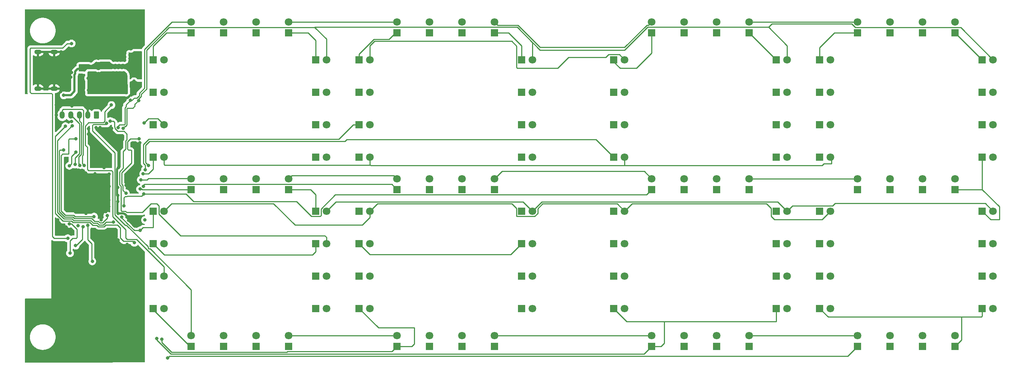
<source format=gbr>
%TF.GenerationSoftware,KiCad,Pcbnew,7.0.8*%
%TF.CreationDate,2024-09-21T08:52:27-04:00*%
%TF.ProjectId,clock,636c6f63-6b2e-46b6-9963-61645f706362,rev?*%
%TF.SameCoordinates,Original*%
%TF.FileFunction,Copper,L2,Bot*%
%TF.FilePolarity,Positive*%
%FSLAX46Y46*%
G04 Gerber Fmt 4.6, Leading zero omitted, Abs format (unit mm)*
G04 Created by KiCad (PCBNEW 7.0.8) date 2024-09-21 08:52:27*
%MOMM*%
%LPD*%
G01*
G04 APERTURE LIST*
G04 Aperture macros list*
%AMRoundRect*
0 Rectangle with rounded corners*
0 $1 Rounding radius*
0 $2 $3 $4 $5 $6 $7 $8 $9 X,Y pos of 4 corners*
0 Add a 4 corners polygon primitive as box body*
4,1,4,$2,$3,$4,$5,$6,$7,$8,$9,$2,$3,0*
0 Add four circle primitives for the rounded corners*
1,1,$1+$1,$2,$3*
1,1,$1+$1,$4,$5*
1,1,$1+$1,$6,$7*
1,1,$1+$1,$8,$9*
0 Add four rect primitives between the rounded corners*
20,1,$1+$1,$2,$3,$4,$5,0*
20,1,$1+$1,$4,$5,$6,$7,0*
20,1,$1+$1,$6,$7,$8,$9,0*
20,1,$1+$1,$8,$9,$2,$3,0*%
G04 Aperture macros list end*
%TA.AperFunction,ComponentPad*%
%ADD10R,1.800000X1.800000*%
%TD*%
%TA.AperFunction,ComponentPad*%
%ADD11C,1.800000*%
%TD*%
%TA.AperFunction,ComponentPad*%
%ADD12RoundRect,0.250000X0.350000X0.625000X-0.350000X0.625000X-0.350000X-0.625000X0.350000X-0.625000X0*%
%TD*%
%TA.AperFunction,ComponentPad*%
%ADD13O,1.200000X1.750000*%
%TD*%
%TA.AperFunction,ComponentPad*%
%ADD14O,1.700000X1.100000*%
%TD*%
%TA.AperFunction,ViaPad*%
%ADD15C,0.800000*%
%TD*%
%TA.AperFunction,Conductor*%
%ADD16C,0.250000*%
%TD*%
%TA.AperFunction,Conductor*%
%ADD17C,0.500000*%
%TD*%
G04 APERTURE END LIST*
D10*
%TO.P,D105,1,K*%
%TO.N,DIG_1*%
X105151000Y-23870600D03*
D11*
%TO.P,D105,2,A*%
%TO.N,SEG_F*%
X107691000Y-23870600D03*
%TD*%
D10*
%TO.P,D73,1,K*%
%TO.N,DIG_1*%
X143251000Y-46730600D03*
D11*
%TO.P,D73,2,A*%
%TO.N,SEG_B*%
X145791000Y-46730600D03*
%TD*%
D10*
%TO.P,D2,1,K*%
%TO.N,DIG_2*%
X173731000Y-17520600D03*
D11*
%TO.P,D2,2,A*%
%TO.N,SEG_A*%
X173731000Y-14980600D03*
%TD*%
D10*
%TO.P,D92,1,K*%
%TO.N,DIG_3*%
X213101000Y-67050600D03*
D11*
%TO.P,D92,2,A*%
%TO.N,SEG_E*%
X215641000Y-67050600D03*
%TD*%
D10*
%TO.P,D44,1,K*%
%TO.N,DIG_2*%
X164841000Y-31490600D03*
D11*
%TO.P,D44,2,A*%
%TO.N,SEG_F*%
X167381000Y-31490600D03*
%TD*%
D10*
%TO.P,D37,1,K*%
%TO.N,DIG_2*%
X164841000Y-59430600D03*
D11*
%TO.P,D37,2,A*%
%TO.N,SEG_E*%
X167381000Y-59430600D03*
%TD*%
D10*
%TO.P,D6,1,K*%
%TO.N,DIG_2*%
X202941000Y-23870600D03*
D11*
%TO.P,D6,2,A*%
%TO.N,SEG_B*%
X205481000Y-23870600D03*
%TD*%
D10*
%TO.P,D49,1,K*%
%TO.N,DIG_0*%
X56891000Y-23870600D03*
D11*
%TO.P,D49,2,A*%
%TO.N,SEG_F*%
X59431000Y-23870600D03*
%TD*%
D10*
%TO.P,D23,1,K*%
%TO.N,DIG_0*%
X94991000Y-67050600D03*
D11*
%TO.P,D23,2,A*%
%TO.N,SEG_C*%
X97531000Y-67050600D03*
%TD*%
D10*
%TO.P,D28,1,K*%
%TO.N,DIG_2*%
X181351000Y-91180600D03*
D11*
%TO.P,D28,2,A*%
%TO.N,SEG_D*%
X181351000Y-88640600D03*
%TD*%
D10*
%TO.P,D54,1,K*%
%TO.N,DIG_0*%
X65781000Y-54350600D03*
D11*
%TO.P,D54,2,A*%
%TO.N,SEG_G*%
X65781000Y-51810600D03*
%TD*%
D10*
%TO.P,D82,1,K*%
%TO.N,DIG_3*%
X244851000Y-91180600D03*
D11*
%TO.P,D82,2,A*%
%TO.N,SEG_D*%
X244851000Y-88640600D03*
%TD*%
D10*
%TO.P,D53,1,K*%
%TO.N,DIG_2*%
X196591000Y-54350600D03*
D11*
%TO.P,D53,2,A*%
%TO.N,SEG_G*%
X196591000Y-51810600D03*
%TD*%
D10*
%TO.P,D11,1,K*%
%TO.N,DIG_0*%
X73401000Y-17520600D03*
D11*
%TO.P,D11,2,A*%
%TO.N,SEG_A*%
X73401000Y-14980600D03*
%TD*%
D10*
%TO.P,D22,1,K*%
%TO.N,DIG_0*%
X94991000Y-59430600D03*
D11*
%TO.P,D22,2,A*%
%TO.N,SEG_C*%
X97531000Y-59430600D03*
%TD*%
D10*
%TO.P,D64,1,K*%
%TO.N,DIG_1*%
X129281000Y-17520600D03*
D11*
%TO.P,D64,2,A*%
%TO.N,SEG_A*%
X129281000Y-14980600D03*
%TD*%
D10*
%TO.P,D60,1,K*%
%TO.N,DIG_3*%
X237231000Y-17520600D03*
D11*
%TO.P,D60,2,A*%
%TO.N,SEG_A*%
X237231000Y-14980600D03*
%TD*%
D10*
%TO.P,D104,1,K*%
%TO.N,DIG_1*%
X105151000Y-31490600D03*
D11*
%TO.P,D104,2,A*%
%TO.N,SEG_F*%
X107691000Y-31490600D03*
%TD*%
D10*
%TO.P,D52,1,K*%
%TO.N,DIG_2*%
X188971000Y-54350600D03*
D11*
%TO.P,D52,2,A*%
%TO.N,SEG_G*%
X188971000Y-51810600D03*
%TD*%
D10*
%TO.P,D62,1,K*%
%TO.N,DIG_1*%
X114041000Y-17520600D03*
D11*
%TO.P,D62,2,A*%
%TO.N,SEG_A*%
X114041000Y-14980600D03*
%TD*%
D10*
%TO.P,D46,1,K*%
%TO.N,DIG_0*%
X56891000Y-46730600D03*
D11*
%TO.P,D46,2,A*%
%TO.N,SEG_F*%
X59431000Y-46730600D03*
%TD*%
D10*
%TO.P,D30,1,K*%
%TO.N,DIG_0*%
X88641000Y-91180600D03*
D11*
%TO.P,D30,2,A*%
%TO.N,SEG_D*%
X88641000Y-88640600D03*
%TD*%
D10*
%TO.P,D91,1,K*%
%TO.N,DIG_3*%
X213101000Y-74670600D03*
D11*
%TO.P,D91,2,A*%
%TO.N,SEG_E*%
X215641000Y-74670600D03*
%TD*%
D10*
%TO.P,D97,1,K*%
%TO.N,DIG_1*%
X105151000Y-59430600D03*
D11*
%TO.P,D97,2,A*%
%TO.N,SEG_E*%
X107691000Y-59430600D03*
%TD*%
D10*
%TO.P,D41,1,K*%
%TO.N,DIG_0*%
X56891000Y-59430600D03*
D11*
%TO.P,D41,2,A*%
%TO.N,SEG_E*%
X59431000Y-59430600D03*
%TD*%
D10*
%TO.P,D84,1,K*%
%TO.N,DIG_3*%
X229611000Y-91180600D03*
D11*
%TO.P,D84,2,A*%
%TO.N,SEG_D*%
X229611000Y-88640600D03*
%TD*%
D10*
%TO.P,D20,1,K*%
%TO.N,DIG_2*%
X202941000Y-74670600D03*
D11*
%TO.P,D20,2,A*%
%TO.N,SEG_C*%
X205481000Y-74670600D03*
%TD*%
D10*
%TO.P,D75,1,K*%
%TO.N,DIG_3*%
X251201000Y-67050600D03*
D11*
%TO.P,D75,2,A*%
%TO.N,SEG_C*%
X253741000Y-67050600D03*
%TD*%
D10*
%TO.P,D27,1,K*%
%TO.N,DIG_2*%
X188971000Y-91180600D03*
D11*
%TO.P,D27,2,A*%
%TO.N,SEG_D*%
X188971000Y-88640600D03*
%TD*%
D10*
%TO.P,D68,1,K*%
%TO.N,DIG_3*%
X251201000Y-39110600D03*
D11*
%TO.P,D68,2,A*%
%TO.N,SEG_B*%
X253741000Y-39110600D03*
%TD*%
D10*
%TO.P,D71,1,K*%
%TO.N,DIG_1*%
X143251000Y-31490600D03*
D11*
%TO.P,D71,2,A*%
%TO.N,SEG_B*%
X145791000Y-31490600D03*
%TD*%
D10*
%TO.P,D40,1,K*%
%TO.N,DIG_0*%
X56891000Y-67050600D03*
D11*
%TO.P,D40,2,A*%
%TO.N,SEG_E*%
X59431000Y-67050600D03*
%TD*%
D10*
%TO.P,D57,1,K*%
%TO.N,DIG_0*%
X88641000Y-54350600D03*
D11*
%TO.P,D57,2,A*%
%TO.N,SEG_G*%
X88641000Y-51810600D03*
%TD*%
D10*
%TO.P,D69,1,K*%
%TO.N,DIG_3*%
X251201000Y-46730600D03*
D11*
%TO.P,D69,2,A*%
%TO.N,SEG_B*%
X253741000Y-46730600D03*
%TD*%
D10*
%TO.P,D65,1,K*%
%TO.N,DIG_1*%
X136901000Y-17520600D03*
D11*
%TO.P,D65,2,A*%
%TO.N,SEG_A*%
X136901000Y-14980600D03*
%TD*%
D10*
%TO.P,D110,1,K*%
%TO.N,DIG_1*%
X114041000Y-54350600D03*
D11*
%TO.P,D110,2,A*%
%TO.N,SEG_G*%
X114041000Y-51810600D03*
%TD*%
D10*
%TO.P,D70,1,K*%
%TO.N,DIG_1*%
X143251000Y-23870600D03*
D11*
%TO.P,D70,2,A*%
%TO.N,SEG_B*%
X145791000Y-23870600D03*
%TD*%
D10*
%TO.P,D74,1,K*%
%TO.N,DIG_3*%
X251201000Y-59430600D03*
D11*
%TO.P,D74,2,A*%
%TO.N,SEG_C*%
X253741000Y-59430600D03*
%TD*%
D10*
%TO.P,D90,1,K*%
%TO.N,DIG_3*%
X213101000Y-82290600D03*
D11*
%TO.P,D90,2,A*%
%TO.N,SEG_E*%
X215641000Y-82290600D03*
%TD*%
D10*
%TO.P,D10,1,K*%
%TO.N,DIG_0*%
X65781000Y-17520600D03*
D11*
%TO.P,D10,2,A*%
%TO.N,SEG_A*%
X65781000Y-14980600D03*
%TD*%
D10*
%TO.P,D5,1,K*%
%TO.N,DIG_2*%
X196591000Y-17520600D03*
D11*
%TO.P,D5,2,A*%
%TO.N,SEG_A*%
X196591000Y-14980600D03*
%TD*%
D10*
%TO.P,D89,1,K*%
%TO.N,DIG_1*%
X114041000Y-91180600D03*
D11*
%TO.P,D89,2,A*%
%TO.N,SEG_D*%
X114041000Y-88640600D03*
%TD*%
D10*
%TO.P,D29,1,K*%
%TO.N,DIG_2*%
X173731000Y-91180600D03*
D11*
%TO.P,D29,2,A*%
%TO.N,SEG_D*%
X173731000Y-88640600D03*
%TD*%
D10*
%TO.P,D58,1,K*%
%TO.N,DIG_3*%
X221991000Y-17520600D03*
D11*
%TO.P,D58,2,A*%
%TO.N,SEG_A*%
X221991000Y-14980600D03*
%TD*%
D10*
%TO.P,D66,1,K*%
%TO.N,DIG_3*%
X251201000Y-23870600D03*
D11*
%TO.P,D66,2,A*%
%TO.N,SEG_B*%
X253741000Y-23870600D03*
%TD*%
D10*
%TO.P,D25,1,K*%
%TO.N,DIG_0*%
X94991000Y-82290600D03*
D11*
%TO.P,D25,2,A*%
%TO.N,SEG_C*%
X97531000Y-82290600D03*
%TD*%
D10*
%TO.P,D21,1,K*%
%TO.N,DIG_2*%
X202941000Y-82290600D03*
D11*
%TO.P,D21,2,A*%
%TO.N,SEG_C*%
X205481000Y-82290600D03*
%TD*%
D12*
%TO.P,J1,1,Pin_1*%
%TO.N,+5V*%
X43573200Y-36872000D03*
D13*
%TO.P,J1,2,Pin_2*%
%TO.N,GND*%
X41573200Y-36872000D03*
%TO.P,J1,3,Pin_3*%
%TO.N,RXD*%
X39573200Y-36872000D03*
%TO.P,J1,4,Pin_4*%
%TO.N,TXD*%
X37573200Y-36872000D03*
%TO.P,J1,5,Pin_5*%
%TO.N,FLASH{slash}ROM*%
X35573200Y-36872000D03*
%TD*%
D10*
%TO.P,D38,1,K*%
%TO.N,DIG_0*%
X56891000Y-82290600D03*
D11*
%TO.P,D38,2,A*%
%TO.N,SEG_E*%
X59431000Y-82290600D03*
%TD*%
D10*
%TO.P,D55,1,K*%
%TO.N,DIG_0*%
X73401000Y-54350600D03*
D11*
%TO.P,D55,2,A*%
%TO.N,SEG_G*%
X73401000Y-51810600D03*
%TD*%
D10*
%TO.P,D81,1,K*%
%TO.N,DIG_1*%
X143251000Y-82290600D03*
D11*
%TO.P,D81,2,A*%
%TO.N,SEG_C*%
X145791000Y-82290600D03*
%TD*%
D10*
%TO.P,D48,1,K*%
%TO.N,DIG_0*%
X56891000Y-31490600D03*
D11*
%TO.P,D48,2,A*%
%TO.N,SEG_F*%
X59431000Y-31490600D03*
%TD*%
D10*
%TO.P,D35,1,K*%
%TO.N,DIG_2*%
X164841000Y-74670600D03*
D11*
%TO.P,D35,2,A*%
%TO.N,SEG_E*%
X167381000Y-74670600D03*
%TD*%
D10*
%TO.P,D103,1,K*%
%TO.N,DIG_1*%
X105151000Y-39110600D03*
D11*
%TO.P,D103,2,A*%
%TO.N,SEG_F*%
X107691000Y-39110600D03*
%TD*%
D10*
%TO.P,D36,1,K*%
%TO.N,DIG_2*%
X164841000Y-67050600D03*
D11*
%TO.P,D36,2,A*%
%TO.N,SEG_E*%
X167381000Y-67050600D03*
%TD*%
D10*
%TO.P,D113,1,K*%
%TO.N,DIG_1*%
X136901000Y-54350600D03*
D11*
%TO.P,D113,2,A*%
%TO.N,SEG_G*%
X136901000Y-51810600D03*
%TD*%
D10*
%TO.P,D72,1,K*%
%TO.N,DIG_1*%
X143251000Y-39110600D03*
D11*
%TO.P,D72,2,A*%
%TO.N,SEG_B*%
X145791000Y-39110600D03*
%TD*%
D10*
%TO.P,D50,1,K*%
%TO.N,DIG_2*%
X173731000Y-54350600D03*
D11*
%TO.P,D50,2,A*%
%TO.N,SEG_G*%
X173731000Y-51810600D03*
%TD*%
D10*
%TO.P,D18,1,K*%
%TO.N,DIG_2*%
X202941000Y-59430600D03*
D11*
%TO.P,D18,2,A*%
%TO.N,SEG_C*%
X205481000Y-59430600D03*
%TD*%
D10*
%TO.P,D107,1,K*%
%TO.N,DIG_3*%
X229611000Y-54350600D03*
D11*
%TO.P,D107,2,A*%
%TO.N,SEG_G*%
X229611000Y-51810600D03*
%TD*%
D10*
%TO.P,D33,1,K*%
%TO.N,DIG_0*%
X65781000Y-91180600D03*
D11*
%TO.P,D33,2,A*%
%TO.N,SEG_D*%
X65781000Y-88640600D03*
%TD*%
D10*
%TO.P,D101,1,K*%
%TO.N,DIG_3*%
X213101000Y-23870600D03*
D11*
%TO.P,D101,2,A*%
%TO.N,SEG_F*%
X215641000Y-23870600D03*
%TD*%
D10*
%TO.P,D56,1,K*%
%TO.N,DIG_0*%
X81021000Y-54350600D03*
D11*
%TO.P,D56,2,A*%
%TO.N,SEG_G*%
X81021000Y-51810600D03*
%TD*%
D10*
%TO.P,D45,1,K*%
%TO.N,DIG_2*%
X164841000Y-23870600D03*
D11*
%TO.P,D45,2,A*%
%TO.N,SEG_F*%
X167381000Y-23870600D03*
%TD*%
D10*
%TO.P,D16,1,K*%
%TO.N,DIG_0*%
X94991000Y-39110600D03*
D11*
%TO.P,D16,2,A*%
%TO.N,SEG_B*%
X97531000Y-39110600D03*
%TD*%
D10*
%TO.P,D100,1,K*%
%TO.N,DIG_3*%
X213101000Y-31490600D03*
D11*
%TO.P,D100,2,A*%
%TO.N,SEG_F*%
X215641000Y-31490600D03*
%TD*%
D10*
%TO.P,D109,1,K*%
%TO.N,DIG_3*%
X244851000Y-54350600D03*
D11*
%TO.P,D109,2,A*%
%TO.N,SEG_G*%
X244851000Y-51810600D03*
%TD*%
D10*
%TO.P,D67,1,K*%
%TO.N,DIG_3*%
X251201000Y-31490600D03*
D11*
%TO.P,D67,2,A*%
%TO.N,SEG_B*%
X253741000Y-31490600D03*
%TD*%
D10*
%TO.P,D59,1,K*%
%TO.N,DIG_3*%
X229611000Y-17520600D03*
D11*
%TO.P,D59,2,A*%
%TO.N,SEG_A*%
X229611000Y-14980600D03*
%TD*%
D10*
%TO.P,D111,1,K*%
%TO.N,DIG_1*%
X121661000Y-54350600D03*
D11*
%TO.P,D111,2,A*%
%TO.N,SEG_G*%
X121661000Y-51810600D03*
%TD*%
D10*
%TO.P,D24,1,K*%
%TO.N,DIG_0*%
X94991000Y-74670600D03*
D11*
%TO.P,D24,2,A*%
%TO.N,SEG_C*%
X97531000Y-74670600D03*
%TD*%
D10*
%TO.P,D34,1,K*%
%TO.N,DIG_2*%
X164841000Y-82290600D03*
D11*
%TO.P,D34,2,A*%
%TO.N,SEG_E*%
X167381000Y-82290600D03*
%TD*%
D10*
%TO.P,D93,1,K*%
%TO.N,DIG_3*%
X213101000Y-59430600D03*
D11*
%TO.P,D93,2,A*%
%TO.N,SEG_E*%
X215641000Y-59430600D03*
%TD*%
D10*
%TO.P,D8,1,K*%
%TO.N,DIG_2*%
X202941000Y-39110600D03*
D11*
%TO.P,D8,2,A*%
%TO.N,SEG_B*%
X205481000Y-39110600D03*
%TD*%
D14*
%TO.P,J2,S1,SHIELD*%
%TO.N,GND*%
X33647600Y-22011600D03*
X29847600Y-22011600D03*
X33647600Y-30651600D03*
X29847600Y-30651600D03*
%TD*%
D10*
%TO.P,D83,1,K*%
%TO.N,DIG_3*%
X237231000Y-91180600D03*
D11*
%TO.P,D83,2,A*%
%TO.N,SEG_D*%
X237231000Y-88640600D03*
%TD*%
D10*
%TO.P,D80,1,K*%
%TO.N,DIG_1*%
X143251000Y-74670600D03*
D11*
%TO.P,D80,2,A*%
%TO.N,SEG_C*%
X145791000Y-74670600D03*
%TD*%
D10*
%TO.P,D31,1,K*%
%TO.N,DIG_0*%
X81021000Y-91180600D03*
D11*
%TO.P,D31,2,A*%
%TO.N,SEG_D*%
X81021000Y-88640600D03*
%TD*%
D10*
%TO.P,D96,1,K*%
%TO.N,DIG_1*%
X105151000Y-67050600D03*
D11*
%TO.P,D96,2,A*%
%TO.N,SEG_E*%
X107691000Y-67050600D03*
%TD*%
D10*
%TO.P,D17,1,K*%
%TO.N,DIG_0*%
X94991000Y-46730600D03*
D11*
%TO.P,D17,2,A*%
%TO.N,SEG_B*%
X97531000Y-46730600D03*
%TD*%
D10*
%TO.P,D14,1,K*%
%TO.N,DIG_0*%
X94991000Y-23870600D03*
D11*
%TO.P,D14,2,A*%
%TO.N,SEG_B*%
X97531000Y-23870600D03*
%TD*%
D10*
%TO.P,D61,1,K*%
%TO.N,DIG_3*%
X244851000Y-17520600D03*
D11*
%TO.P,D61,2,A*%
%TO.N,SEG_A*%
X244851000Y-14980600D03*
%TD*%
D10*
%TO.P,D3,1,K*%
%TO.N,DIG_2*%
X181351000Y-17520600D03*
D11*
%TO.P,D3,2,A*%
%TO.N,SEG_A*%
X181351000Y-14980600D03*
%TD*%
D10*
%TO.P,D12,1,K*%
%TO.N,DIG_0*%
X81021000Y-17520600D03*
D11*
%TO.P,D12,2,A*%
%TO.N,SEG_A*%
X81021000Y-14980600D03*
%TD*%
D10*
%TO.P,D102,1,K*%
%TO.N,DIG_1*%
X105151000Y-46730600D03*
D11*
%TO.P,D102,2,A*%
%TO.N,SEG_F*%
X107691000Y-46730600D03*
%TD*%
D10*
%TO.P,D51,1,K*%
%TO.N,DIG_2*%
X181351000Y-54350600D03*
D11*
%TO.P,D51,2,A*%
%TO.N,SEG_G*%
X181351000Y-51810600D03*
%TD*%
D10*
%TO.P,D87,1,K*%
%TO.N,DIG_1*%
X129281000Y-91180600D03*
D11*
%TO.P,D87,2,A*%
%TO.N,SEG_D*%
X129281000Y-88640600D03*
%TD*%
D10*
%TO.P,D4,1,K*%
%TO.N,DIG_2*%
X188971000Y-17520600D03*
D11*
%TO.P,D4,2,A*%
%TO.N,SEG_A*%
X188971000Y-14980600D03*
%TD*%
D10*
%TO.P,D77,1,K*%
%TO.N,DIG_3*%
X251201000Y-82290600D03*
D11*
%TO.P,D77,2,A*%
%TO.N,SEG_C*%
X253741000Y-82290600D03*
%TD*%
D10*
%TO.P,D15,1,K*%
%TO.N,DIG_0*%
X94991000Y-31490600D03*
D11*
%TO.P,D15,2,A*%
%TO.N,SEG_B*%
X97531000Y-31490600D03*
%TD*%
D10*
%TO.P,D79,1,K*%
%TO.N,DIG_1*%
X143251000Y-67050600D03*
D11*
%TO.P,D79,2,A*%
%TO.N,SEG_C*%
X145791000Y-67050600D03*
%TD*%
D10*
%TO.P,D43,1,K*%
%TO.N,DIG_2*%
X164841000Y-39110600D03*
D11*
%TO.P,D43,2,A*%
%TO.N,SEG_F*%
X167381000Y-39110600D03*
%TD*%
D10*
%TO.P,D98,1,K*%
%TO.N,DIG_3*%
X213101000Y-46730600D03*
D11*
%TO.P,D98,2,A*%
%TO.N,SEG_F*%
X215641000Y-46730600D03*
%TD*%
D10*
%TO.P,D99,1,K*%
%TO.N,DIG_3*%
X213101000Y-39110600D03*
D11*
%TO.P,D99,2,A*%
%TO.N,SEG_F*%
X215641000Y-39110600D03*
%TD*%
D10*
%TO.P,D95,1,K*%
%TO.N,DIG_1*%
X105151000Y-74670600D03*
D11*
%TO.P,D95,2,A*%
%TO.N,SEG_E*%
X107691000Y-74670600D03*
%TD*%
D10*
%TO.P,D39,1,K*%
%TO.N,DIG_0*%
X56891000Y-74670600D03*
D11*
%TO.P,D39,2,A*%
%TO.N,SEG_E*%
X59431000Y-74670600D03*
%TD*%
D10*
%TO.P,D86,1,K*%
%TO.N,DIG_1*%
X136901000Y-91180600D03*
D11*
%TO.P,D86,2,A*%
%TO.N,SEG_D*%
X136901000Y-88640600D03*
%TD*%
D10*
%TO.P,D78,1,K*%
%TO.N,DIG_1*%
X143251000Y-59430600D03*
D11*
%TO.P,D78,2,A*%
%TO.N,SEG_C*%
X145791000Y-59430600D03*
%TD*%
D10*
%TO.P,D9,1,K*%
%TO.N,DIG_2*%
X202941000Y-46730600D03*
D11*
%TO.P,D9,2,A*%
%TO.N,SEG_B*%
X205481000Y-46730600D03*
%TD*%
D10*
%TO.P,D94,1,K*%
%TO.N,DIG_1*%
X105151000Y-82290600D03*
D11*
%TO.P,D94,2,A*%
%TO.N,SEG_E*%
X107691000Y-82290600D03*
%TD*%
D10*
%TO.P,D42,1,K*%
%TO.N,DIG_2*%
X164841000Y-46730600D03*
D11*
%TO.P,D42,2,A*%
%TO.N,SEG_F*%
X167381000Y-46730600D03*
%TD*%
D10*
%TO.P,D13,1,K*%
%TO.N,DIG_0*%
X88641000Y-17520600D03*
D11*
%TO.P,D13,2,A*%
%TO.N,SEG_A*%
X88641000Y-14980600D03*
%TD*%
D10*
%TO.P,D26,1,K*%
%TO.N,DIG_2*%
X196591000Y-91180600D03*
D11*
%TO.P,D26,2,A*%
%TO.N,SEG_D*%
X196591000Y-88640600D03*
%TD*%
D10*
%TO.P,D106,1,K*%
%TO.N,DIG_3*%
X221991000Y-54350600D03*
D11*
%TO.P,D106,2,A*%
%TO.N,SEG_G*%
X221991000Y-51810600D03*
%TD*%
D10*
%TO.P,D32,1,K*%
%TO.N,DIG_0*%
X73401000Y-91180600D03*
D11*
%TO.P,D32,2,A*%
%TO.N,SEG_D*%
X73401000Y-88640600D03*
%TD*%
D10*
%TO.P,D19,1,K*%
%TO.N,DIG_2*%
X202941000Y-67050600D03*
D11*
%TO.P,D19,2,A*%
%TO.N,SEG_C*%
X205481000Y-67050600D03*
%TD*%
D10*
%TO.P,D108,1,K*%
%TO.N,DIG_3*%
X237231000Y-54350600D03*
D11*
%TO.P,D108,2,A*%
%TO.N,SEG_G*%
X237231000Y-51810600D03*
%TD*%
D10*
%TO.P,D76,1,K*%
%TO.N,DIG_3*%
X251201000Y-74670600D03*
D11*
%TO.P,D76,2,A*%
%TO.N,SEG_C*%
X253741000Y-74670600D03*
%TD*%
D10*
%TO.P,D88,1,K*%
%TO.N,DIG_1*%
X121661000Y-91180600D03*
D11*
%TO.P,D88,2,A*%
%TO.N,SEG_D*%
X121661000Y-88640600D03*
%TD*%
D10*
%TO.P,D85,1,K*%
%TO.N,DIG_3*%
X221991000Y-91180600D03*
D11*
%TO.P,D85,2,A*%
%TO.N,SEG_D*%
X221991000Y-88640600D03*
%TD*%
D10*
%TO.P,D47,1,K*%
%TO.N,DIG_0*%
X56891000Y-39110600D03*
D11*
%TO.P,D47,2,A*%
%TO.N,SEG_F*%
X59431000Y-39110600D03*
%TD*%
D10*
%TO.P,D112,1,K*%
%TO.N,DIG_1*%
X129281000Y-54350600D03*
D11*
%TO.P,D112,2,A*%
%TO.N,SEG_G*%
X129281000Y-51810600D03*
%TD*%
D10*
%TO.P,D7,1,K*%
%TO.N,DIG_2*%
X202941000Y-31490600D03*
D11*
%TO.P,D7,2,A*%
%TO.N,SEG_B*%
X205481000Y-31490600D03*
%TD*%
D10*
%TO.P,D63,1,K*%
%TO.N,DIG_1*%
X121661000Y-17520600D03*
D11*
%TO.P,D63,2,A*%
%TO.N,SEG_A*%
X121661000Y-14980600D03*
%TD*%
D15*
%TO.N,DIG_2*%
X46137670Y-60485812D03*
X55778400Y-48691800D03*
X57708800Y-89306400D03*
X54660800Y-55422800D03*
X50053000Y-58216800D03*
X35864800Y-45059600D03*
X54965600Y-61518800D03*
%TO.N,SEG_A*%
X48698456Y-39775900D03*
X51562000Y-33375600D03*
%TO.N,SEG_B*%
X49820737Y-39950900D03*
X53489452Y-33422563D03*
%TO.N,DIG_0*%
X49488705Y-60835860D03*
X54545900Y-50672543D03*
X47599600Y-61962700D03*
X53813133Y-54220564D03*
X53844500Y-63931800D03*
X37922200Y-39420800D03*
%TO.N,SEG_C*%
X46823370Y-38263484D03*
%TO.N,SEG_D*%
X45987300Y-38811200D03*
%TO.N,SEG_E*%
X47091600Y-34493200D03*
%TO.N,SEG_F*%
X54787800Y-38684200D03*
%TO.N,SEG_G*%
X53975000Y-52070000D03*
%TO.N,DIG_3*%
X60299600Y-93878400D03*
X41569452Y-62780500D03*
X42621200Y-71221600D03*
X38760400Y-42443400D03*
X43027600Y-60706000D03*
%TO.N,DIG_1*%
X54624719Y-53625779D03*
X36318764Y-39455874D03*
X58928000Y-89509600D03*
X55003100Y-49674593D03*
X52476400Y-66852800D03*
%TO.N,GND*%
X48603500Y-57200800D03*
X39878000Y-68427600D03*
X41960800Y-56642000D03*
X29845000Y-24180800D03*
X41097200Y-59944000D03*
X49580800Y-68326000D03*
X42316400Y-21259800D03*
X37744400Y-25806400D03*
X49225200Y-72694800D03*
X45364400Y-49187700D03*
X36466600Y-49834800D03*
X40309800Y-55016400D03*
X41148000Y-55829200D03*
X49326800Y-23977600D03*
X48603500Y-53848000D03*
X37915600Y-54457600D03*
X41148000Y-56642000D03*
X39725600Y-33985200D03*
X43586400Y-55803800D03*
X47244000Y-76911200D03*
X41706800Y-41300400D03*
X41960800Y-55829200D03*
X48469725Y-23978672D03*
X43535600Y-39789700D03*
X40995600Y-71221600D03*
X29641800Y-28625800D03*
X51104800Y-61569600D03*
X47599600Y-22352000D03*
X40792400Y-76352400D03*
X48635883Y-66219865D03*
X46482000Y-56845200D03*
X46278800Y-32918400D03*
X41148000Y-58267600D03*
X42773600Y-57454800D03*
X41960800Y-58267600D03*
X44424475Y-39809236D03*
X36779200Y-24892000D03*
X41148000Y-57454800D03*
X42773600Y-55829200D03*
X39279084Y-62825546D03*
X37707700Y-26873200D03*
X50190400Y-23977600D03*
X36466100Y-58623200D03*
X50749200Y-67214500D03*
X35306000Y-22047200D03*
X53594000Y-30226000D03*
X40690800Y-22555200D03*
X51384200Y-91389200D03*
X43586400Y-58242200D03*
X43586400Y-56616600D03*
X34540501Y-71073500D03*
X46583600Y-50698400D03*
X37541200Y-27990800D03*
X37915600Y-52019200D03*
X44958000Y-21488400D03*
X41046400Y-50495200D03*
X36466600Y-56642000D03*
X35204400Y-31357700D03*
X48463200Y-23164800D03*
X41706800Y-40081200D03*
X50190400Y-22352000D03*
X47599600Y-23977600D03*
X41148000Y-55016400D03*
X36441802Y-63191614D03*
X48603500Y-55727600D03*
X41960800Y-55016400D03*
X34523537Y-61509728D03*
X44043600Y-21742400D03*
X52374800Y-28905200D03*
X47599600Y-23164800D03*
X37744400Y-38354000D03*
X35052000Y-29108400D03*
X43230800Y-50647600D03*
X44043600Y-23520400D03*
X37846000Y-34747200D03*
X50190400Y-23164800D03*
X35204400Y-23520400D03*
X48639762Y-59986360D03*
X51612800Y-21285200D03*
X52527200Y-62890400D03*
X43586400Y-54991000D03*
X49326800Y-22352000D03*
X34594800Y-63347600D03*
X37915600Y-49872956D03*
X37915600Y-56642000D03*
X41960800Y-57454800D03*
X42316400Y-24130000D03*
X50534900Y-53340000D03*
X43586400Y-57429400D03*
X44043600Y-22656800D03*
X40309800Y-56642000D03*
X46583600Y-53644800D03*
X40309800Y-58267600D03*
X45821600Y-59537600D03*
X38125400Y-71602600D03*
X39928800Y-70307200D03*
X34188400Y-36830000D03*
X38887400Y-85775800D03*
X44043600Y-59893200D03*
X42773600Y-56642000D03*
X48463200Y-22352000D03*
X36466600Y-52019200D03*
X36347400Y-85928200D03*
X36466600Y-54457600D03*
X39420800Y-49834800D03*
X37915600Y-58572400D03*
X53773551Y-43388300D03*
X32258000Y-29108400D03*
X40944800Y-67106800D03*
X47167257Y-39957621D03*
X50495200Y-51206400D03*
X42773600Y-55016400D03*
X44704000Y-61468000D03*
X40309800Y-57454800D03*
X49671691Y-42610900D03*
X38658800Y-59639200D03*
X49479200Y-87274400D03*
X41910000Y-86004400D03*
X32308800Y-23520400D03*
X34163500Y-34493200D03*
X47244000Y-21209000D03*
X42773600Y-58267600D03*
X46482000Y-58318400D03*
X49326800Y-23164800D03*
X48768000Y-49187700D03*
X34493200Y-39116000D03*
X40335200Y-32969200D03*
X40309800Y-55829200D03*
X47345600Y-89662000D03*
X50698400Y-85699600D03*
%TO.N,+5V*%
X49936400Y-27736800D03*
X49936400Y-26924000D03*
X49123600Y-26924000D03*
X47498000Y-26924000D03*
X49123600Y-27736800D03*
X44145200Y-29108400D03*
X47498000Y-27736800D03*
X41656000Y-28194000D03*
X41757600Y-30988000D03*
X47853600Y-30175200D03*
X47498000Y-28549600D03*
X48310800Y-28549600D03*
X48310800Y-27736800D03*
X45770800Y-28854400D03*
X49123600Y-28549600D03*
X44094400Y-27127200D03*
X48310800Y-26924000D03*
X50546000Y-31597600D03*
X49936400Y-28549600D03*
X46380400Y-31546800D03*
%TO.N,+3V3*%
X51475000Y-24942800D03*
X52070000Y-23418800D03*
X52679600Y-25755600D03*
X44094400Y-24790400D03*
X44043600Y-25908000D03*
X51475000Y-25755600D03*
X51475000Y-26568400D03*
X52070000Y-27279600D03*
X39725600Y-26009600D03*
X47701200Y-25400000D03*
X48514000Y-25400000D03*
X52679600Y-24130000D03*
X50139600Y-25400000D03*
X52679600Y-26568400D03*
X40741600Y-26288100D03*
X52679600Y-24942800D03*
X49326800Y-25400000D03*
X35915600Y-32207200D03*
X51475000Y-24130000D03*
%TO.N,FLASH{slash}ROM*%
X40716200Y-48691800D03*
%TO.N,TXD*%
X38557200Y-48463200D03*
%TO.N,RESET*%
X36872833Y-65809767D03*
X37744400Y-20040600D03*
%TO.N,/MATRIX_RETURN*%
X37388800Y-69291200D03*
X38726324Y-45579679D03*
X37221960Y-62424900D03*
X37236400Y-48768000D03*
%TO.N,SEG_G_SWITCH*%
X53549397Y-42401252D03*
X50495200Y-55219600D03*
%TO.N,MATRIX_PWM*%
X40487600Y-63093600D03*
X38709600Y-67513200D03*
%TO.N,RXD*%
X39674800Y-48666400D03*
%TD*%
D16*
%TO.N,DIG_2*%
X54152800Y-55930800D02*
X54660800Y-55422800D01*
X44034295Y-61823600D02*
X43129200Y-61823600D01*
X196591000Y-17520600D02*
X202941000Y-23870600D01*
X54965600Y-61518800D02*
X54965600Y-61366400D01*
X93956380Y-60655600D02*
X96025620Y-60655600D01*
X50038000Y-56235600D02*
X50329000Y-55944600D01*
X36111600Y-60800400D02*
X34856000Y-59544800D01*
X173731000Y-22258600D02*
X173731000Y-17520600D01*
X171904000Y-93007600D02*
X61021091Y-93007600D01*
X96216000Y-58927200D02*
X99567600Y-55575600D01*
X102260400Y-42570400D02*
X160680800Y-42570400D01*
X46137670Y-60485812D02*
X46137670Y-61059635D01*
X166313000Y-25866600D02*
X170123000Y-25866600D01*
X61021091Y-93007600D02*
X57708800Y-89695309D01*
X38430909Y-61156000D02*
X38075309Y-60800400D01*
X99567600Y-55575600D02*
X172506000Y-55575600D01*
X160680800Y-42570400D02*
X164841000Y-46730600D01*
X176675000Y-90434600D02*
X175929000Y-91180600D01*
X66371580Y-57200800D02*
X90501580Y-57200800D01*
X50809305Y-55930800D02*
X54152800Y-55930800D01*
X55778400Y-48691800D02*
X55060000Y-47973400D01*
X94589600Y-43027600D02*
X101803200Y-43027600D01*
X42736600Y-61431000D02*
X42727295Y-61431000D01*
X170123000Y-25866600D02*
X173731000Y-22258600D01*
X101803200Y-43027600D02*
X102260400Y-42570400D01*
X42727295Y-61431000D02*
X42452295Y-61156000D01*
X50329000Y-55944600D02*
X50795505Y-55944600D01*
X164841000Y-24394600D02*
X166313000Y-25866600D01*
X176675000Y-85354600D02*
X167905000Y-85354600D01*
X172506000Y-55575600D02*
X173731000Y-54350600D01*
X54965600Y-61366400D02*
X54914800Y-61417200D01*
X50038000Y-58201800D02*
X50038000Y-56235600D01*
X43129200Y-61823600D02*
X42736600Y-61431000D01*
X64542780Y-55372000D02*
X54711600Y-55372000D01*
X94562200Y-43000200D02*
X94589600Y-43027600D01*
X175929000Y-91180600D02*
X173731000Y-91180600D01*
X56009000Y-43000200D02*
X94562200Y-43000200D01*
X50795505Y-55944600D02*
X50809305Y-55930800D01*
X96025620Y-60655600D02*
X96216000Y-60465220D01*
X202941000Y-85354600D02*
X176675000Y-85354600D01*
X42452295Y-61156000D02*
X38430909Y-61156000D01*
X34856000Y-45204800D02*
X35001200Y-45059600D01*
X46137670Y-61059635D02*
X45004305Y-62193000D01*
X90501580Y-57200800D02*
X93956380Y-60655600D01*
X44403695Y-62193000D02*
X44034295Y-61823600D01*
X164841000Y-23870600D02*
X164841000Y-24394600D01*
X167905000Y-85354600D02*
X164841000Y-82290600D01*
X35001200Y-45059600D02*
X35864800Y-45059600D01*
X173731000Y-91180600D02*
X171904000Y-93007600D01*
X176675000Y-85354600D02*
X176675000Y-90434600D01*
X55060000Y-43949200D02*
X56009000Y-43000200D01*
X50053000Y-58216800D02*
X50038000Y-58201800D01*
X55060000Y-47973400D02*
X55060000Y-43949200D01*
X38075309Y-60800400D02*
X36111600Y-60800400D01*
X96216000Y-60465220D02*
X96216000Y-58927200D01*
X57708800Y-89695309D02*
X57708800Y-89306400D01*
X45004305Y-62193000D02*
X44403695Y-62193000D01*
X202941000Y-85354600D02*
X202941000Y-82290600D01*
X64542780Y-55372000D02*
X66371580Y-57200800D01*
X54711600Y-55372000D02*
X54660800Y-55422800D01*
X34856000Y-59544800D02*
X34856000Y-45204800D01*
%TO.N,SEG_A*%
X50140393Y-39115207D02*
X49022793Y-39115207D01*
X50248400Y-39007200D02*
X50140393Y-39115207D01*
X51562000Y-33375600D02*
X51917440Y-33375600D01*
X48698456Y-39439544D02*
X48698456Y-39775900D01*
X52436083Y-32856957D02*
X53036693Y-32856957D01*
X50248400Y-35170404D02*
X50248400Y-39007200D01*
X172947000Y-15764600D02*
X172590984Y-15764600D01*
X49022793Y-39115207D02*
X48698456Y-39439544D01*
X53644800Y-31750000D02*
X54877800Y-30517000D01*
X51562000Y-33375600D02*
X50495200Y-34442400D01*
X54877800Y-21421008D02*
X61318208Y-14980600D01*
X53036693Y-32856957D02*
X53644800Y-32248850D01*
X172590984Y-15764600D02*
X167400584Y-20955000D01*
X61318208Y-14980600D02*
X65781000Y-14980600D01*
X51917440Y-33375600D02*
X52436083Y-32856957D01*
X50495200Y-34442400D02*
X50495200Y-34923604D01*
X167400584Y-20955000D02*
X147559796Y-20955000D01*
X54877800Y-30517000D02*
X54877800Y-21421008D01*
X147559796Y-20955000D02*
X142369396Y-15764600D01*
X196591000Y-14980600D02*
X221991000Y-14980600D01*
X50495200Y-34923604D02*
X50248400Y-35170404D01*
X53644800Y-32248850D02*
X53644800Y-31750000D01*
X114041000Y-14980600D02*
X88641000Y-14980600D01*
X142369396Y-15764600D02*
X137685000Y-15764600D01*
X173731000Y-14980600D02*
X172947000Y-15764600D01*
X137685000Y-15764600D02*
X136901000Y-14980600D01*
%TO.N,SEG_B*%
X54094800Y-31936396D02*
X55327800Y-30703396D01*
X97531000Y-19822600D02*
X97531000Y-23870600D01*
X172777380Y-16214600D02*
X201111000Y-16214600D01*
X97479000Y-19770600D02*
X97531000Y-19822600D01*
X95088200Y-16205200D02*
X95097600Y-16214600D01*
X246166000Y-16295600D02*
X253741000Y-23870600D01*
X94685000Y-16214600D02*
X94766000Y-16295600D01*
X94835800Y-16365400D02*
X97479000Y-19008600D01*
X167401980Y-21590000D02*
X172777380Y-16214600D01*
X221512000Y-16295600D02*
X246166000Y-16295600D01*
X52578000Y-34747200D02*
X52120800Y-35204400D01*
X55327800Y-21607404D02*
X60639604Y-16295600D01*
X201111000Y-16214600D02*
X205481000Y-20584600D01*
X54094800Y-32435246D02*
X54094800Y-31936396D01*
X95056200Y-16256000D02*
X95097600Y-16214600D01*
X94685000Y-16214600D02*
X94694400Y-16205200D01*
X142183000Y-16214600D02*
X147558400Y-21590000D01*
X95097600Y-16214600D02*
X142183000Y-16214600D01*
X52120800Y-35204400D02*
X50850800Y-35204400D01*
X52578000Y-34334015D02*
X52578000Y-34747200D01*
X60639604Y-16295600D02*
X94766000Y-16295600D01*
X50326789Y-39565207D02*
X50206430Y-39565207D01*
X53489452Y-33040594D02*
X54094800Y-32435246D01*
X97479000Y-19008600D02*
X97479000Y-19770600D01*
X145791000Y-19822600D02*
X145791000Y-23870600D01*
X94694400Y-16205200D02*
X95088200Y-16205200D01*
X50206430Y-39565207D02*
X49820737Y-39950900D01*
X142183000Y-16214600D02*
X145791000Y-19822600D01*
X201895000Y-15430600D02*
X220647000Y-15430600D01*
X50698400Y-39193596D02*
X50326789Y-39565207D01*
X50850800Y-35204400D02*
X50698400Y-35356800D01*
X205481000Y-20584600D02*
X205481000Y-23870600D01*
X50698400Y-35356800D02*
X50698400Y-39193596D01*
X53489452Y-33422563D02*
X53489452Y-33040594D01*
X147558400Y-21590000D02*
X167401980Y-21590000D01*
X201111000Y-16214600D02*
X201895000Y-15430600D01*
X94766000Y-16295600D02*
X94835800Y-16365400D01*
X53489452Y-33422563D02*
X52578000Y-34334015D01*
X55327800Y-30703396D02*
X55327800Y-21607404D01*
X94685000Y-16214600D02*
X94835800Y-16365400D01*
X220647000Y-15430600D02*
X221512000Y-16295600D01*
%TO.N,DIG_0*%
X65781000Y-91180600D02*
X65526600Y-91180600D01*
X52451000Y-63931800D02*
X53844500Y-63931800D01*
X60051000Y-17520600D02*
X65781000Y-17520600D01*
X56891000Y-20680600D02*
X56891000Y-23870600D01*
X42933499Y-62273600D02*
X42265899Y-61606000D01*
X43847899Y-62273600D02*
X42933499Y-62273600D01*
X93832000Y-54350600D02*
X94991000Y-55509600D01*
X55753457Y-50672543D02*
X56891000Y-49535000D01*
X56891000Y-82545000D02*
X56891000Y-82290600D01*
X56891000Y-67050600D02*
X59538000Y-69697600D01*
X94991000Y-19314600D02*
X93197000Y-17520600D01*
X88641000Y-54350600D02*
X93832000Y-54350600D01*
X42265899Y-61606000D02*
X38244513Y-61606000D01*
X45190701Y-62643000D02*
X44217299Y-62643000D01*
X54545900Y-50672543D02*
X55753457Y-50672543D01*
X94991000Y-68954204D02*
X94991000Y-67050600D01*
X38244513Y-61606000D02*
X37888913Y-61250400D01*
X54194199Y-54220564D02*
X54324235Y-54350600D01*
X49488705Y-60978810D02*
X50804495Y-62294600D01*
X94991000Y-55509600D02*
X94991000Y-59430600D01*
X59538000Y-69697600D02*
X94247604Y-69697600D01*
X47599600Y-61962700D02*
X45871001Y-61962700D01*
X60051000Y-17520600D02*
X56891000Y-20680600D01*
X53844500Y-63931800D02*
X54479500Y-63296800D01*
X93197000Y-17520600D02*
X88641000Y-17520600D01*
X53813133Y-54220564D02*
X54194199Y-54220564D01*
X34406000Y-59731196D02*
X34406000Y-42810000D01*
X54479500Y-63296800D02*
X56891000Y-63296800D01*
X44217299Y-62643000D02*
X43847899Y-62273600D01*
X50813800Y-62294600D02*
X52451000Y-63931800D01*
X94247604Y-69697600D02*
X94991000Y-68954204D01*
X54324235Y-54350600D02*
X65781000Y-54350600D01*
X37888913Y-61250400D02*
X35925204Y-61250400D01*
X56891000Y-49535000D02*
X56891000Y-46730600D01*
X34406000Y-42810000D02*
X37795200Y-39420800D01*
X65526600Y-91180600D02*
X56891000Y-82545000D01*
X56891000Y-59430600D02*
X56891000Y-63296800D01*
X50804495Y-62294600D02*
X50813800Y-62294600D01*
X35925204Y-61250400D02*
X34406000Y-59731196D01*
X45871001Y-61962700D02*
X45190701Y-62643000D01*
X94991000Y-23870600D02*
X94991000Y-19314600D01*
X37795200Y-39420800D02*
X37922200Y-39420800D01*
X49488705Y-60835860D02*
X49488705Y-60978810D01*
%TO.N,SEG_C*%
X49328500Y-56900495D02*
X49328500Y-59234500D01*
X97129600Y-65176400D02*
X97531000Y-65577800D01*
X216737412Y-57616600D02*
X216148412Y-58205600D01*
X50698400Y-42645204D02*
X50451600Y-42892004D01*
X57698000Y-57708800D02*
X58206000Y-58216800D01*
X50451600Y-42892004D02*
X50451600Y-44839596D01*
X49326800Y-56898795D02*
X49328500Y-56900495D01*
X48588051Y-40690800D02*
X50088800Y-40690800D01*
X54321180Y-59740800D02*
X56353180Y-57708800D01*
X49328500Y-53547695D02*
X49328500Y-54148305D01*
X47892257Y-39657316D02*
X47892257Y-39995006D01*
X97531000Y-65577800D02*
X97531000Y-67050600D01*
X253741000Y-59430600D02*
X251927000Y-57616600D01*
X49328500Y-55427295D02*
X49328500Y-56027905D01*
X50673373Y-59740800D02*
X54321180Y-59740800D01*
X50165760Y-59411360D02*
X50220413Y-59466013D01*
X99715000Y-57246600D02*
X97531000Y-59430600D01*
X47559884Y-38263484D02*
X47853600Y-38557200D01*
X49328500Y-59234500D02*
X49505360Y-59411360D01*
X203297000Y-57246600D02*
X205481000Y-59430600D01*
X56353180Y-57708800D02*
X57698000Y-57708800D01*
X147975000Y-57246600D02*
X203297000Y-57246600D01*
X49326800Y-56029605D02*
X49326800Y-56898795D01*
X145791000Y-59430600D02*
X143607000Y-57246600D01*
X49328500Y-56027905D02*
X49326800Y-56029605D01*
X47892257Y-39995006D02*
X48588051Y-40690800D01*
X63296800Y-65176400D02*
X97129600Y-65176400D01*
X49326800Y-55425595D02*
X49328500Y-55427295D01*
X58206000Y-58216800D02*
X58206000Y-60085600D01*
X50398585Y-59466013D02*
X50673373Y-59740800D01*
X143607000Y-57246600D02*
X99715000Y-57246600D01*
X49326800Y-54150005D02*
X49326800Y-55425595D01*
X49328500Y-54148305D02*
X49326800Y-54150005D01*
X50698400Y-41300400D02*
X50698400Y-42645204D01*
X49029000Y-50174095D02*
X49029000Y-53248195D01*
X58206000Y-60085600D02*
X63296800Y-65176400D01*
X50220413Y-59466013D02*
X50398585Y-59466013D01*
X47853600Y-39618659D02*
X47892257Y-39657316D01*
X49885600Y-45405596D02*
X49885600Y-49317495D01*
X50088800Y-40690800D02*
X50698400Y-41300400D01*
X206706000Y-58205600D02*
X205481000Y-59430600D01*
X47853600Y-38557200D02*
X47853600Y-39618659D01*
X251927000Y-57616600D02*
X216737412Y-57616600D01*
X46823370Y-38263484D02*
X47559884Y-38263484D01*
X145791000Y-59430600D02*
X147975000Y-57246600D01*
X50451600Y-44839596D02*
X49885600Y-45405596D01*
X49505360Y-59411360D02*
X50165760Y-59411360D01*
X49029000Y-53248195D02*
X49328500Y-53547695D01*
X49885600Y-49317495D02*
X49029000Y-50174095D01*
X216148412Y-58205600D02*
X206706000Y-58205600D01*
%TO.N,SEG_D*%
X50372140Y-62744600D02*
X50627404Y-62744600D01*
X42875200Y-39065200D02*
X42694888Y-39245512D01*
X114041000Y-88640600D02*
X88641000Y-88640600D01*
X65781000Y-77871400D02*
X65781000Y-88640600D01*
X56185200Y-68275600D02*
X65781000Y-77871400D01*
X196591000Y-88640600D02*
X221991000Y-88640600D01*
X55856380Y-68275600D02*
X56185200Y-68275600D01*
X173731000Y-88640600D02*
X136901000Y-88640600D01*
X42694888Y-39245512D02*
X42694888Y-40561288D01*
X55666000Y-68085220D02*
X55856380Y-68275600D01*
X45987300Y-38811200D02*
X45733300Y-39065200D01*
X47879000Y-60251460D02*
X50372140Y-62744600D01*
X55666000Y-67783196D02*
X55666000Y-68085220D01*
X45733300Y-39065200D02*
X42875200Y-39065200D01*
X42694888Y-40561288D02*
X47879000Y-45745400D01*
X47879000Y-45745400D02*
X47879000Y-60251460D01*
X50627404Y-62744600D02*
X55666000Y-67783196D01*
%TO.N,SEG_E*%
X105861000Y-62696600D02*
X90113000Y-62696600D01*
X146298412Y-60655600D02*
X147016000Y-59938012D01*
X61417200Y-57696600D02*
X61165000Y-57696600D01*
X47429000Y-60738600D02*
X50444400Y-63754000D01*
X200683000Y-57696600D02*
X201716000Y-58729600D01*
X147016000Y-59938012D02*
X147016000Y-58850600D01*
X47429000Y-50223000D02*
X47429000Y-60738600D01*
X41733900Y-49912700D02*
X47118700Y-49912700D01*
X61405000Y-57708800D02*
X61417200Y-57696600D01*
X50444400Y-65684400D02*
X50800000Y-66040000D01*
X47091600Y-34493200D02*
X45516800Y-36068000D01*
X41754395Y-38615200D02*
X40923200Y-39446395D01*
X147016000Y-58850600D02*
X148170000Y-57696600D01*
X45516800Y-38256395D02*
X45262300Y-38510895D01*
X201716000Y-58729600D02*
X201716000Y-60655600D01*
X109425000Y-57696600D02*
X140993000Y-57696600D01*
X50444400Y-63754000D02*
X50444400Y-65684400D01*
X41441200Y-49620000D02*
X41733900Y-49912700D01*
X148170000Y-57696600D02*
X165647000Y-57696600D01*
X169115000Y-57696600D02*
X200683000Y-57696600D01*
X107691000Y-60866600D02*
X105861000Y-62696600D01*
X50800000Y-66040000D02*
X52984384Y-66040000D01*
X45516800Y-36068000D02*
X45516800Y-38256395D01*
X107691000Y-59430600D02*
X109425000Y-57696600D01*
X40923200Y-39446395D02*
X40923200Y-43901806D01*
X107691000Y-59430600D02*
X107691000Y-60866600D01*
X165647000Y-57696600D02*
X167381000Y-59430600D01*
X142026000Y-58729600D02*
X142026000Y-60655600D01*
X167381000Y-59430600D02*
X169115000Y-57696600D01*
X90113000Y-62696600D02*
X85113000Y-57696600D01*
X59431000Y-72486616D02*
X59431000Y-74670600D01*
X45262300Y-38615200D02*
X41754395Y-38615200D01*
X202487000Y-61426600D02*
X213645000Y-61426600D01*
X201716000Y-60655600D02*
X202487000Y-61426600D01*
X45262300Y-38510895D02*
X45262300Y-38615200D01*
X47118700Y-49912700D02*
X47429000Y-50223000D01*
X140993000Y-57696600D02*
X142026000Y-58729600D01*
X85113000Y-57696600D02*
X61417200Y-57696600D01*
X61165000Y-57696600D02*
X59431000Y-59430600D01*
X52984384Y-66040000D02*
X59431000Y-72486616D01*
X213645000Y-61426600D02*
X215641000Y-59430600D01*
X40923200Y-43901806D02*
X41441200Y-44419806D01*
X41441200Y-44419806D02*
X41441200Y-49620000D01*
X142026000Y-60655600D02*
X146298412Y-60655600D01*
%TO.N,SEG_F*%
X55778400Y-37693600D02*
X58014000Y-37693600D01*
X58014000Y-37693600D02*
X59431000Y-39110600D01*
X54787800Y-38684200D02*
X55778400Y-37693600D01*
X162935000Y-23326600D02*
X163616000Y-22645600D01*
X59431000Y-46730600D02*
X59431000Y-48464600D01*
X107691000Y-20584600D02*
X108759000Y-19516600D01*
X59431000Y-48464600D02*
X59582000Y-48615600D01*
X140913000Y-19516600D02*
X142026000Y-20629600D01*
X142199416Y-25866600D02*
X151709396Y-25866600D01*
X107691000Y-48602600D02*
X107691000Y-48276600D01*
X142026000Y-20629600D02*
X142026000Y-25693184D01*
X167583000Y-48726600D02*
X167381000Y-48726600D01*
X213645000Y-48726600D02*
X107893000Y-48726600D01*
X215641000Y-46730600D02*
X215843000Y-46932600D01*
X107691000Y-23870600D02*
X107691000Y-20584600D01*
X107691000Y-48276600D02*
X107691000Y-46730600D01*
X214095000Y-48276600D02*
X213645000Y-48726600D01*
X154249396Y-23326600D02*
X162935000Y-23326600D01*
X108759000Y-19516600D02*
X140913000Y-19516600D01*
X215843000Y-48276600D02*
X214095000Y-48276600D01*
X107893000Y-48726600D02*
X107691000Y-48524600D01*
X107678000Y-48615600D02*
X107691000Y-48602600D01*
X163616000Y-22645600D02*
X166156000Y-22645600D01*
X142026000Y-25693184D02*
X142199416Y-25866600D01*
X167381000Y-48726600D02*
X167381000Y-46730600D01*
X151709396Y-25866600D02*
X154249396Y-23326600D01*
X59582000Y-48615600D02*
X107678000Y-48615600D01*
X215843000Y-46932600D02*
X215843000Y-48276600D01*
X166156000Y-22645600D02*
X167381000Y-23870600D01*
X107691000Y-48524600D02*
X107691000Y-48276600D01*
%TO.N,SEG_G*%
X221991000Y-51810600D02*
X196591000Y-51810600D01*
X114041000Y-51810600D02*
X113284400Y-51054000D01*
X138635000Y-50076600D02*
X136901000Y-51810600D01*
X173731000Y-51810600D02*
X171997000Y-50076600D01*
X53975000Y-52070000D02*
X54000400Y-52095400D01*
X55422800Y-52095400D02*
X55753000Y-51765200D01*
X55753000Y-51765200D02*
X65735600Y-51765200D01*
X65735600Y-51765200D02*
X65781000Y-51810600D01*
X113284400Y-51054000D02*
X89397600Y-51054000D01*
X171997000Y-50076600D02*
X138635000Y-50076600D01*
X89397600Y-51054000D02*
X88641000Y-51810600D01*
X54000400Y-52095400D02*
X55422800Y-52095400D01*
%TO.N,DIG_3*%
X37033200Y-42621200D02*
X37211000Y-42443400D01*
X37033200Y-45974000D02*
X37033200Y-42621200D01*
X42468800Y-67056000D02*
X42468800Y-71069200D01*
X253197000Y-61426600D02*
X255219200Y-61426600D01*
X215097000Y-84286600D02*
X250999000Y-84286600D01*
X251201000Y-82290600D02*
X251201000Y-84084600D01*
X219699600Y-93472000D02*
X221991000Y-91180600D01*
X255219200Y-61426600D02*
X255219200Y-58369200D01*
X35661600Y-46024800D02*
X36982400Y-46024800D01*
X213101000Y-23870600D02*
X213101000Y-20988600D01*
X43027600Y-60706000D02*
X38617305Y-60706000D01*
X35306000Y-46380400D02*
X35661600Y-46024800D01*
X37211000Y-42443400D02*
X38760400Y-42443400D01*
X213101000Y-20988600D02*
X216569000Y-17520600D01*
X244851000Y-17520600D02*
X251201000Y-23870600D01*
X250999000Y-84286600D02*
X246329200Y-84286600D01*
X38617305Y-60706000D02*
X38261705Y-60350400D01*
X41554400Y-63500000D02*
X41554400Y-66141600D01*
X35306000Y-59358404D02*
X35306000Y-46380400D01*
X60299600Y-93878400D02*
X60706000Y-93472000D01*
X36297996Y-60350400D02*
X35306000Y-59358404D01*
X251201000Y-52738600D02*
X251201000Y-46730600D01*
X255219200Y-58369200D02*
X251201000Y-54351000D01*
X251201000Y-54351000D02*
X251201000Y-52738600D01*
X41569452Y-63484948D02*
X41554400Y-63500000D01*
X41569452Y-62780500D02*
X41569452Y-63484948D01*
X216569000Y-17520600D02*
X221991000Y-17520600D01*
X246329200Y-84286600D02*
X246329200Y-89702400D01*
X38261705Y-60350400D02*
X36297996Y-60350400D01*
X244851000Y-54350600D02*
X251201000Y-54350600D01*
X36982400Y-46024800D02*
X37033200Y-45974000D01*
X250999000Y-84286600D02*
X251201000Y-84084600D01*
X251201000Y-54350600D02*
X251201000Y-52738600D01*
X41554400Y-66141600D02*
X42468800Y-67056000D01*
X42468800Y-71069200D02*
X42621200Y-71221600D01*
X213101000Y-82290600D02*
X215097000Y-84286600D01*
X246329200Y-89702400D02*
X244851000Y-91180600D01*
X60706000Y-93472000D02*
X219699600Y-93472000D01*
X251201000Y-59430600D02*
X253197000Y-61426600D01*
%TO.N,DIG_1*%
X140705600Y-69596000D02*
X143251000Y-67050600D01*
X55003100Y-49674593D02*
X55053400Y-49624293D01*
X55053400Y-48603196D02*
X54610000Y-48159796D01*
X105151000Y-67050600D02*
X107696400Y-69596000D01*
X118053000Y-86826600D02*
X118053000Y-90636600D01*
X45377097Y-63093000D02*
X44030903Y-63093000D01*
X58928000Y-89509600D02*
X58928000Y-90278113D01*
X112816000Y-92405600D02*
X114041000Y-91180600D01*
X117509000Y-91180600D02*
X114041000Y-91180600D01*
X54610000Y-48159796D02*
X54610000Y-43762804D01*
X108572604Y-19066600D02*
X105151000Y-22488204D01*
X49174400Y-65735200D02*
X49174400Y-63374396D01*
X54875200Y-53125600D02*
X112816000Y-53125600D01*
X55053400Y-49624293D02*
X55053400Y-48603196D01*
X112153000Y-19066600D02*
X108572604Y-19066600D01*
X38058117Y-62056000D02*
X37702517Y-61700400D01*
X50643105Y-66483400D02*
X49922600Y-66483400D01*
X88391600Y-92405600D02*
X112816000Y-92405600D01*
X37702517Y-61700400D02*
X35738808Y-61700400D01*
X52476400Y-66852800D02*
X52113600Y-66490000D01*
X143251000Y-20584600D02*
X140187000Y-17520600D01*
X105151000Y-22488204D02*
X105151000Y-23870600D01*
X61207487Y-92557600D02*
X88239600Y-92557600D01*
X43661503Y-62723600D02*
X42747103Y-62723600D01*
X48487204Y-62687200D02*
X45782897Y-62687200D01*
X112816000Y-53125600D02*
X114041000Y-54350600D01*
X54624719Y-53376081D02*
X54875200Y-53125600D01*
X42079503Y-62056000D02*
X38058117Y-62056000D01*
X88239600Y-92557600D02*
X88391600Y-92405600D01*
X143251000Y-23870600D02*
X143251000Y-20584600D01*
X103789800Y-39110600D02*
X105151000Y-39110600D01*
X54610000Y-43762804D02*
X55878604Y-42494200D01*
X42747103Y-62723600D02*
X42079503Y-62056000D01*
X49174400Y-63374396D02*
X48487204Y-62687200D01*
X58928000Y-90278113D02*
X61207487Y-92557600D01*
X35738808Y-61700400D02*
X33956000Y-59917592D01*
X113699000Y-17520600D02*
X112153000Y-19066600D01*
X118053000Y-90636600D02*
X117509000Y-91180600D01*
X52113600Y-66490000D02*
X50649705Y-66490000D01*
X109687000Y-86826600D02*
X118053000Y-86826600D01*
X49922600Y-66483400D02*
X49174400Y-65735200D01*
X33956000Y-41818638D02*
X36318764Y-39455874D01*
X44030903Y-63093000D02*
X43661503Y-62723600D01*
X33956000Y-59917592D02*
X33956000Y-41818638D01*
X114041000Y-17520600D02*
X113699000Y-17520600D01*
X140187000Y-17520600D02*
X136901000Y-17520600D01*
X100406200Y-42494200D02*
X103789800Y-39110600D01*
X105151000Y-82290600D02*
X109687000Y-86826600D01*
X55878604Y-42494200D02*
X100406200Y-42494200D01*
X45782897Y-62687200D02*
X45377097Y-63093000D01*
X107696400Y-69596000D02*
X140705600Y-69596000D01*
X50649705Y-66490000D02*
X50643105Y-66483400D01*
X54624719Y-53625779D02*
X54624719Y-53376081D01*
D17*
%TO.N,GND*%
X48639762Y-59986360D02*
X48514000Y-59860598D01*
X46380400Y-32867600D02*
X46431200Y-32867600D01*
X48603500Y-57200800D02*
X48615600Y-57188700D01*
X48615600Y-57188700D02*
X48615600Y-55739700D01*
X53509518Y-30226000D02*
X50867918Y-32867600D01*
X51104800Y-61569600D02*
X52425600Y-62890400D01*
X51104800Y-60985400D02*
X50160413Y-60041013D01*
X48768000Y-49187700D02*
X48454000Y-49501700D01*
X48514000Y-59860598D02*
X48514000Y-57290300D01*
X48454000Y-55578100D02*
X48603500Y-55727600D01*
X51104800Y-61569600D02*
X51104800Y-60985400D01*
X50867918Y-32867600D02*
X46482000Y-32867600D01*
X46482000Y-32867600D02*
X46278800Y-32918400D01*
X49982240Y-60041013D02*
X49927587Y-59986360D01*
X49927587Y-59986360D02*
X48639762Y-59986360D01*
X52425600Y-62890400D02*
X52527200Y-62890400D01*
X46278800Y-32918400D02*
X46380400Y-32867600D01*
X48615600Y-55739700D02*
X48603500Y-55727600D01*
X50160413Y-60041013D02*
X49982240Y-60041013D01*
X48454000Y-49501700D02*
X48454000Y-55578100D01*
X53594000Y-30226000D02*
X53509518Y-30226000D01*
X48514000Y-57290300D02*
X48603500Y-57200800D01*
%TO.N,+3V3*%
X38557700Y-27225282D02*
X38557700Y-26618700D01*
X38557700Y-26618700D02*
X39166800Y-26009600D01*
X38455600Y-27327382D02*
X38557700Y-27225282D01*
X37541200Y-32207200D02*
X38455600Y-31292800D01*
X38455600Y-31292800D02*
X38455600Y-27327382D01*
X39166800Y-26009600D02*
X39725600Y-26009600D01*
X35915600Y-32207200D02*
X37541200Y-32207200D01*
D16*
%TO.N,FLASH{slash}ROM*%
X37545695Y-35472200D02*
X37531895Y-35458400D01*
X35560000Y-36244800D02*
X35573200Y-36258000D01*
X38160105Y-35458400D02*
X38146305Y-35472200D01*
X35560000Y-35712400D02*
X35560000Y-36244800D01*
X40284400Y-46433992D02*
X40473200Y-46245192D01*
X38146305Y-35472200D02*
X37545695Y-35472200D01*
X40233600Y-35458400D02*
X38160105Y-35458400D01*
X37531895Y-35458400D02*
X35814000Y-35458400D01*
X40284400Y-48260000D02*
X40284400Y-46433992D01*
X40473200Y-46245192D02*
X40473200Y-39259999D01*
X35814000Y-35458400D02*
X35560000Y-35712400D01*
X40473200Y-39259999D02*
X40538400Y-39194799D01*
X40716200Y-48691800D02*
X40284400Y-48260000D01*
X40538400Y-35763200D02*
X40233600Y-35458400D01*
X40538400Y-39194799D02*
X40538400Y-35763200D01*
X35573200Y-36258000D02*
X35573200Y-36872000D01*
%TO.N,TXD*%
X37471600Y-36770400D02*
X39573200Y-38872000D01*
X39573200Y-45872400D02*
X38557200Y-46888400D01*
X38557200Y-46888400D02*
X38557200Y-48463200D01*
X39573200Y-38872000D02*
X39573200Y-45872400D01*
%TO.N,RESET*%
X28143200Y-21132800D02*
X28041600Y-21234400D01*
X36753800Y-20040600D02*
X35661600Y-21132800D01*
X37744400Y-20040600D02*
X36753800Y-20040600D01*
X33223200Y-31952822D02*
X33223200Y-65351800D01*
X33681167Y-65809767D02*
X36872833Y-65809767D01*
X28041600Y-31470600D02*
X28321000Y-31750000D01*
X33223200Y-65351800D02*
X33681167Y-65809767D01*
X33020378Y-31750000D02*
X33223200Y-31952822D01*
X28041600Y-21234400D02*
X28041600Y-31470600D01*
X28321000Y-31750000D02*
X33020378Y-31750000D01*
X35661600Y-21132800D02*
X28143200Y-21132800D01*
%TO.N,/MATRIX_RETURN*%
X37719000Y-46587003D02*
X38726324Y-45579679D01*
X37236400Y-48742600D02*
X37719000Y-48260000D01*
X37786900Y-62424900D02*
X39014400Y-63652400D01*
X39014400Y-65582800D02*
X38811200Y-65786000D01*
X37998400Y-65786000D02*
X37388800Y-66395600D01*
X37221960Y-62424900D02*
X37786900Y-62424900D01*
X37236400Y-48768000D02*
X37236400Y-48742600D01*
X38811200Y-65786000D02*
X37998400Y-65786000D01*
X37719000Y-48260000D02*
X37719000Y-46587003D01*
X37388800Y-66395600D02*
X37388800Y-69291200D01*
X39014400Y-63652400D02*
X39014400Y-65582800D01*
%TO.N,SEG_G_SWITCH*%
X51765200Y-45161200D02*
X51765200Y-48107600D01*
X49778500Y-53361299D02*
X49778500Y-54334701D01*
X51663600Y-45059600D02*
X51765200Y-45161200D01*
X49479000Y-53061799D02*
X49778500Y-53361299D01*
X53549397Y-42401252D02*
X51578748Y-42401252D01*
X49778500Y-54334701D02*
X49776800Y-54336401D01*
X49776800Y-54336401D02*
X49776800Y-54501200D01*
X51578748Y-42401252D02*
X50901600Y-43078400D01*
X51765200Y-48107600D02*
X49479000Y-50393800D01*
X50901600Y-43078400D02*
X50901600Y-44856400D01*
X49776800Y-54501200D02*
X50495200Y-55219600D01*
X51104800Y-45059600D02*
X51663600Y-45059600D01*
X49479000Y-50393800D02*
X49479000Y-53061799D01*
X50901600Y-44856400D02*
X51104800Y-45059600D01*
%TO.N,MATRIX_PWM*%
X40487600Y-63093600D02*
X40284400Y-63296800D01*
X38811200Y-67513200D02*
X38709600Y-67513200D01*
X40284400Y-66040000D02*
X38811200Y-67513200D01*
X40284400Y-63296800D02*
X40284400Y-66040000D01*
%TO.N,RXD*%
X39674800Y-48666400D02*
X39420800Y-48412400D01*
X39420800Y-48412400D02*
X39420800Y-46661196D01*
X39573200Y-38235604D02*
X39573200Y-36872000D01*
X40023200Y-38685604D02*
X39573200Y-38235604D01*
X40023200Y-46058796D02*
X40023200Y-38685604D01*
X39420800Y-46661196D02*
X40023200Y-46058796D01*
%TD*%
%TA.AperFunction,Conductor*%
%TO.N,GND*%
G36*
X42438717Y-63281147D02*
G01*
X42450760Y-63285632D01*
X42465419Y-63291975D01*
X42470636Y-63294531D01*
X42512043Y-63317295D01*
X42531819Y-63322372D01*
X42550227Y-63328675D01*
X42568953Y-63336779D01*
X42568955Y-63336780D01*
X42568956Y-63336780D01*
X42568958Y-63336781D01*
X42609887Y-63343263D01*
X42615606Y-63344169D01*
X42621315Y-63345351D01*
X42667073Y-63357100D01*
X42687487Y-63357100D01*
X42706886Y-63358627D01*
X42727046Y-63361820D01*
X42774069Y-63357375D01*
X42779907Y-63357100D01*
X43347737Y-63357100D01*
X43414776Y-63376785D01*
X43435418Y-63393419D01*
X43523813Y-63481814D01*
X43533719Y-63494178D01*
X43533929Y-63494005D01*
X43538904Y-63500019D01*
X43589997Y-63547999D01*
X43606975Y-63564976D01*
X43611133Y-63569134D01*
X43616705Y-63573456D01*
X43621145Y-63577249D01*
X43655581Y-63609586D01*
X43673470Y-63619420D01*
X43689736Y-63630104D01*
X43705862Y-63642613D01*
X43749201Y-63661367D01*
X43754448Y-63663937D01*
X43795843Y-63686695D01*
X43815621Y-63691773D01*
X43834024Y-63698074D01*
X43852755Y-63706180D01*
X43852756Y-63706180D01*
X43852758Y-63706181D01*
X43880153Y-63710519D01*
X43899400Y-63713568D01*
X43905116Y-63714751D01*
X43950873Y-63726500D01*
X43971293Y-63726500D01*
X43990692Y-63728027D01*
X44010844Y-63731218D01*
X44010845Y-63731219D01*
X44010845Y-63731218D01*
X44010846Y-63731219D01*
X44057862Y-63726775D01*
X44063699Y-63726500D01*
X45293463Y-63726500D01*
X45309210Y-63728238D01*
X45309236Y-63727968D01*
X45317002Y-63728701D01*
X45317006Y-63728702D01*
X45387055Y-63726500D01*
X45416953Y-63726500D01*
X45416954Y-63726500D01*
X45418319Y-63726327D01*
X45423959Y-63725614D01*
X45429782Y-63725156D01*
X45455805Y-63724338D01*
X45476987Y-63723673D01*
X45486778Y-63720827D01*
X45496578Y-63717980D01*
X45515635Y-63714032D01*
X45535894Y-63711474D01*
X45579818Y-63694082D01*
X45585318Y-63692199D01*
X45630690Y-63679018D01*
X45648262Y-63668625D01*
X45665729Y-63660068D01*
X45684714Y-63652552D01*
X45722923Y-63624790D01*
X45727801Y-63621585D01*
X45768459Y-63597542D01*
X45782899Y-63583100D01*
X45797689Y-63570470D01*
X45814204Y-63558472D01*
X45844314Y-63522073D01*
X45848240Y-63517760D01*
X46008985Y-63357018D01*
X46070308Y-63323534D01*
X46096665Y-63320700D01*
X48173438Y-63320700D01*
X48240477Y-63340385D01*
X48261119Y-63357019D01*
X48504581Y-63600481D01*
X48538066Y-63661804D01*
X48540900Y-63688162D01*
X48540900Y-65651566D01*
X48539161Y-65667313D01*
X48539432Y-65667339D01*
X48538698Y-65675105D01*
X48540900Y-65745157D01*
X48540900Y-65775059D01*
X48541784Y-65782056D01*
X48542242Y-65787879D01*
X48543726Y-65835089D01*
X48543727Y-65835091D01*
X48549422Y-65854695D01*
X48553367Y-65873742D01*
X48555926Y-65893997D01*
X48555927Y-65894000D01*
X48555928Y-65894003D01*
X48573314Y-65937916D01*
X48575206Y-65943444D01*
X48588381Y-65988792D01*
X48598772Y-66006362D01*
X48607332Y-66023835D01*
X48614847Y-66042817D01*
X48642609Y-66081027D01*
X48645816Y-66085910D01*
X48669858Y-66126562D01*
X48669862Y-66126566D01*
X48684289Y-66140993D01*
X48696926Y-66155788D01*
X48708928Y-66172307D01*
X48745331Y-66202422D01*
X48749631Y-66206335D01*
X49090388Y-66547092D01*
X49415510Y-66872214D01*
X49425416Y-66884578D01*
X49425626Y-66884405D01*
X49430601Y-66890419D01*
X49481695Y-66938400D01*
X49502824Y-66959529D01*
X49502828Y-66959532D01*
X49502831Y-66959535D01*
X49508405Y-66963858D01*
X49512847Y-66967652D01*
X49547279Y-66999986D01*
X49547283Y-66999989D01*
X49565163Y-67009818D01*
X49581427Y-67020501D01*
X49597560Y-67033014D01*
X49640901Y-67051769D01*
X49646150Y-67054341D01*
X49666227Y-67065378D01*
X49687540Y-67077095D01*
X49707318Y-67082173D01*
X49725719Y-67088473D01*
X49744455Y-67096581D01*
X49788962Y-67103629D01*
X49791103Y-67103969D01*
X49796812Y-67105151D01*
X49842570Y-67116900D01*
X49862984Y-67116900D01*
X49882383Y-67118427D01*
X49902543Y-67121620D01*
X49949566Y-67117175D01*
X49955404Y-67116900D01*
X50528306Y-67116900D01*
X50559137Y-67120794D01*
X50569675Y-67123500D01*
X50590089Y-67123500D01*
X50609488Y-67125027D01*
X50629648Y-67128220D01*
X50676671Y-67123775D01*
X50682509Y-67123500D01*
X51519011Y-67123500D01*
X51586050Y-67143185D01*
X51631805Y-67195989D01*
X51636941Y-67209180D01*
X51641869Y-67224346D01*
X51641873Y-67224356D01*
X51737360Y-67389744D01*
X51865147Y-67531666D01*
X52019648Y-67643918D01*
X52194112Y-67721594D01*
X52380913Y-67761300D01*
X52571887Y-67761300D01*
X52758688Y-67721594D01*
X52933152Y-67643918D01*
X53087653Y-67531666D01*
X53215440Y-67389744D01*
X53216184Y-67388454D01*
X53216811Y-67387856D01*
X53219262Y-67384484D01*
X53219878Y-67384932D01*
X53266751Y-67340239D01*
X53335357Y-67327015D01*
X53400223Y-67352983D01*
X53411253Y-67362773D01*
X54878481Y-68830001D01*
X54911966Y-68891324D01*
X54914800Y-68917682D01*
X54914800Y-94821647D01*
X54895115Y-94888686D01*
X54842311Y-94934441D01*
X54791248Y-94945646D01*
X39900850Y-94999500D01*
X26946400Y-94999500D01*
X26879361Y-94979815D01*
X26833606Y-94927011D01*
X26822400Y-94875500D01*
X26822400Y-89000003D01*
X27994415Y-89000003D01*
X28002433Y-89137658D01*
X28002538Y-89141264D01*
X28002538Y-89174583D01*
X28006406Y-89207683D01*
X28006720Y-89211274D01*
X28014738Y-89348928D01*
X28014739Y-89348938D01*
X28038679Y-89484708D01*
X28039202Y-89488276D01*
X28043070Y-89521371D01*
X28043074Y-89521394D01*
X28050756Y-89553812D01*
X28051485Y-89557341D01*
X28075427Y-89693120D01*
X28075430Y-89693132D01*
X28075431Y-89693136D01*
X28086053Y-89728617D01*
X28114978Y-89825234D01*
X28115912Y-89828718D01*
X28123595Y-89861137D01*
X28123596Y-89861140D01*
X28134988Y-89892439D01*
X28136122Y-89895862D01*
X28175672Y-90027968D01*
X28230293Y-90154594D01*
X28231624Y-90157945D01*
X28243016Y-90189243D01*
X28243020Y-90189251D01*
X28257960Y-90219000D01*
X28259484Y-90222268D01*
X28314106Y-90348894D01*
X28314108Y-90348897D01*
X28314111Y-90348904D01*
X28352987Y-90416241D01*
X28383056Y-90468322D01*
X28384767Y-90471496D01*
X28399724Y-90501275D01*
X28418027Y-90529104D01*
X28419921Y-90532174D01*
X28488870Y-90651597D01*
X28520683Y-90694329D01*
X28571236Y-90762233D01*
X28573270Y-90765139D01*
X28581169Y-90777149D01*
X28591585Y-90792987D01*
X28591588Y-90792990D01*
X28613004Y-90818514D01*
X28615241Y-90821343D01*
X28697584Y-90931949D01*
X28697589Y-90931955D01*
X28792219Y-91032256D01*
X28794617Y-91034950D01*
X28816025Y-91060464D01*
X28816028Y-91060467D01*
X28816030Y-91060469D01*
X28840275Y-91083343D01*
X28842808Y-91085877D01*
X28937442Y-91186183D01*
X28937448Y-91186188D01*
X28937450Y-91186190D01*
X29043070Y-91274816D01*
X29045765Y-91277214D01*
X29053628Y-91284632D01*
X29070003Y-91300081D01*
X29089660Y-91314715D01*
X29096725Y-91319975D01*
X29099555Y-91322212D01*
X29205195Y-91410854D01*
X29320404Y-91486628D01*
X29323359Y-91488697D01*
X29350076Y-91508587D01*
X29378922Y-91525241D01*
X29378927Y-91525244D01*
X29381984Y-91527129D01*
X29497207Y-91602913D01*
X29620460Y-91664813D01*
X29623600Y-91666506D01*
X29652462Y-91683170D01*
X29683078Y-91696376D01*
X29686300Y-91697879D01*
X29809549Y-91759777D01*
X29939132Y-91806941D01*
X29942463Y-91808264D01*
X29960945Y-91816237D01*
X29973067Y-91821466D01*
X29973079Y-91821470D01*
X29985658Y-91825235D01*
X30005005Y-91831027D01*
X30008382Y-91832146D01*
X30137989Y-91879319D01*
X30272218Y-91911131D01*
X30275606Y-91912039D01*
X30307566Y-91921608D01*
X30307573Y-91921609D01*
X30307576Y-91921610D01*
X30311933Y-91922378D01*
X30340417Y-91927400D01*
X30343876Y-91928114D01*
X30451702Y-91953670D01*
X30478081Y-91959922D01*
X30478085Y-91959922D01*
X30478086Y-91959923D01*
X30615067Y-91975933D01*
X30618578Y-91976448D01*
X30651420Y-91982239D01*
X30651421Y-91982239D01*
X30651426Y-91982240D01*
X30684692Y-91984177D01*
X30688262Y-91984489D01*
X30825241Y-92000500D01*
X30825248Y-92000500D01*
X30963139Y-92000500D01*
X30966740Y-92000604D01*
X30984193Y-92001621D01*
X30999998Y-92002542D01*
X31000000Y-92002542D01*
X31000002Y-92002542D01*
X31015806Y-92001621D01*
X31033259Y-92000604D01*
X31036861Y-92000500D01*
X31174752Y-92000500D01*
X31174759Y-92000500D01*
X31311760Y-91984486D01*
X31315284Y-91984178D01*
X31348574Y-91982240D01*
X31348578Y-91982239D01*
X31348582Y-91982239D01*
X31359110Y-91980382D01*
X31381412Y-91976449D01*
X31384937Y-91975933D01*
X31521914Y-91959923D01*
X31521924Y-91959920D01*
X31521928Y-91959920D01*
X31576274Y-91947039D01*
X31656111Y-91928117D01*
X31659631Y-91927392D01*
X31659643Y-91927390D01*
X31692434Y-91921608D01*
X31724406Y-91912036D01*
X31727777Y-91911132D01*
X31862011Y-91879319D01*
X31991628Y-91832142D01*
X31994962Y-91831037D01*
X32026930Y-91821467D01*
X32057565Y-91808252D01*
X32060831Y-91806954D01*
X32190451Y-91759777D01*
X32313731Y-91697863D01*
X32316900Y-91696385D01*
X32347538Y-91683170D01*
X32376404Y-91666503D01*
X32379533Y-91664816D01*
X32502793Y-91602913D01*
X32618064Y-91527097D01*
X32621023Y-91525272D01*
X32649924Y-91508587D01*
X32676685Y-91488663D01*
X32679555Y-91486653D01*
X32794811Y-91410849D01*
X32900487Y-91322176D01*
X32903216Y-91320018D01*
X32929997Y-91300081D01*
X32954286Y-91277164D01*
X32956874Y-91274862D01*
X33062558Y-91186183D01*
X33157208Y-91085859D01*
X33159706Y-91083360D01*
X33183970Y-91060469D01*
X33205400Y-91034929D01*
X33207754Y-91032284D01*
X33302412Y-90931953D01*
X33384774Y-90821320D01*
X33386970Y-90818543D01*
X33408409Y-90792994D01*
X33426743Y-90765118D01*
X33428764Y-90762231D01*
X33511130Y-90651596D01*
X33580088Y-90532155D01*
X33581960Y-90529122D01*
X33600278Y-90501271D01*
X33615253Y-90471452D01*
X33616929Y-90468345D01*
X33685889Y-90348904D01*
X33740511Y-90222276D01*
X33742028Y-90219020D01*
X33756982Y-90189246D01*
X33756983Y-90189242D01*
X33756984Y-90189242D01*
X33760607Y-90179284D01*
X33768388Y-90157906D01*
X33769689Y-90154633D01*
X33824326Y-90027971D01*
X33863878Y-89895856D01*
X33865000Y-89892469D01*
X33876404Y-89861139D01*
X33884104Y-89828649D01*
X33885004Y-89825289D01*
X33924569Y-89693136D01*
X33924572Y-89693120D01*
X33924573Y-89693117D01*
X33932285Y-89649370D01*
X33948521Y-89557294D01*
X33949229Y-89553862D01*
X33956927Y-89521386D01*
X33960801Y-89488236D01*
X33961313Y-89484745D01*
X33985262Y-89348927D01*
X33993283Y-89211204D01*
X33993588Y-89207725D01*
X33997462Y-89174582D01*
X33998141Y-89127794D01*
X34005585Y-89000000D01*
X33998141Y-88872208D01*
X33997462Y-88825418D01*
X33993588Y-88792281D01*
X33993281Y-88788761D01*
X33985262Y-88651073D01*
X33961315Y-88515264D01*
X33960795Y-88511711D01*
X33956927Y-88478614D01*
X33949240Y-88446180D01*
X33948516Y-88442675D01*
X33924817Y-88308268D01*
X33924573Y-88306882D01*
X33924567Y-88306858D01*
X33885009Y-88174725D01*
X33884095Y-88171311D01*
X33876404Y-88138861D01*
X33876401Y-88138854D01*
X33865012Y-88107563D01*
X33865004Y-88107540D01*
X33863878Y-88104142D01*
X33824326Y-87972029D01*
X33769701Y-87845394D01*
X33768369Y-87842040D01*
X33756984Y-87810759D01*
X33756983Y-87810757D01*
X33756982Y-87810754D01*
X33742031Y-87780983D01*
X33740519Y-87777744D01*
X33685889Y-87651096D01*
X33616939Y-87531671D01*
X33615233Y-87528508D01*
X33600281Y-87498735D01*
X33600278Y-87498729D01*
X33581959Y-87470876D01*
X33580072Y-87467816D01*
X33511129Y-87348402D01*
X33428789Y-87237801D01*
X33426720Y-87234846D01*
X33421809Y-87227380D01*
X33408409Y-87207006D01*
X33386989Y-87181479D01*
X33384757Y-87178655D01*
X33302413Y-87068048D01*
X33302410Y-87068044D01*
X33207779Y-86967742D01*
X33205381Y-86965047D01*
X33183969Y-86939529D01*
X33183968Y-86939528D01*
X33159732Y-86916663D01*
X33157191Y-86914122D01*
X33062558Y-86813817D01*
X32997326Y-86759081D01*
X32956937Y-86725190D01*
X32954243Y-86722793D01*
X32940990Y-86710290D01*
X32929997Y-86699919D01*
X32903267Y-86680019D01*
X32900445Y-86677788D01*
X32794804Y-86589145D01*
X32679604Y-86513378D01*
X32676650Y-86511309D01*
X32649924Y-86491413D01*
X32621067Y-86474752D01*
X32617998Y-86472859D01*
X32502793Y-86397087D01*
X32379568Y-86335201D01*
X32376393Y-86333489D01*
X32347544Y-86316833D01*
X32347540Y-86316831D01*
X32347538Y-86316830D01*
X32316951Y-86303636D01*
X32313683Y-86302112D01*
X32257740Y-86274017D01*
X32190451Y-86240223D01*
X32157613Y-86228271D01*
X32060877Y-86193061D01*
X32057525Y-86191730D01*
X32026932Y-86178534D01*
X32026921Y-86178529D01*
X31995005Y-86168975D01*
X31991597Y-86167846D01*
X31862011Y-86120681D01*
X31862010Y-86120680D01*
X31862008Y-86120680D01*
X31727836Y-86088881D01*
X31724353Y-86087947D01*
X31692446Y-86078395D01*
X31692437Y-86078393D01*
X31692434Y-86078392D01*
X31692428Y-86078391D01*
X31692424Y-86078390D01*
X31659618Y-86072604D01*
X31656089Y-86071875D01*
X31521911Y-86040076D01*
X31521905Y-86040075D01*
X31384959Y-86024068D01*
X31381392Y-86023546D01*
X31348575Y-86017760D01*
X31315315Y-86015822D01*
X31311724Y-86015508D01*
X31216396Y-86004366D01*
X31174759Y-85999500D01*
X31036861Y-85999500D01*
X31033259Y-85999395D01*
X31015806Y-85998378D01*
X31000002Y-85997458D01*
X30999998Y-85997458D01*
X30984193Y-85998378D01*
X30966740Y-85999395D01*
X30963139Y-85999500D01*
X30825241Y-85999500D01*
X30796218Y-86002892D01*
X30688274Y-86015508D01*
X30684683Y-86015822D01*
X30651420Y-86017760D01*
X30618591Y-86023548D01*
X30615025Y-86024070D01*
X30478094Y-86040075D01*
X30478088Y-86040076D01*
X30343915Y-86071874D01*
X30340386Y-86072603D01*
X30307574Y-86078390D01*
X30307566Y-86078392D01*
X30275647Y-86087946D01*
X30272166Y-86088879D01*
X30138002Y-86120676D01*
X30137987Y-86120681D01*
X30008421Y-86167839D01*
X30004999Y-86168972D01*
X29973083Y-86178528D01*
X29973059Y-86178536D01*
X29942484Y-86191725D01*
X29939134Y-86193056D01*
X29809556Y-86240219D01*
X29809551Y-86240221D01*
X29686328Y-86302106D01*
X29683061Y-86303629D01*
X29652469Y-86316826D01*
X29652461Y-86316830D01*
X29623597Y-86333493D01*
X29620425Y-86335203D01*
X29497207Y-86397086D01*
X29497204Y-86397088D01*
X29381989Y-86472866D01*
X29378921Y-86474758D01*
X29350085Y-86491407D01*
X29350080Y-86491410D01*
X29350076Y-86491413D01*
X29343063Y-86496633D01*
X29323351Y-86511307D01*
X29320400Y-86513374D01*
X29205195Y-86589147D01*
X29205173Y-86589163D01*
X29099558Y-86677783D01*
X29096732Y-86680019D01*
X29070004Y-86699918D01*
X29045762Y-86722788D01*
X29043070Y-86725184D01*
X28937444Y-86813814D01*
X28842798Y-86914131D01*
X28840249Y-86916681D01*
X28816031Y-86939528D01*
X28794626Y-86965037D01*
X28792230Y-86967729D01*
X28697586Y-87068048D01*
X28615236Y-87178662D01*
X28613001Y-87181488D01*
X28591595Y-87207001D01*
X28591588Y-87207010D01*
X28573284Y-87234838D01*
X28571217Y-87237790D01*
X28488873Y-87348399D01*
X28488863Y-87348414D01*
X28419914Y-87467835D01*
X28418022Y-87470903D01*
X28399723Y-87498726D01*
X28399718Y-87498735D01*
X28384769Y-87528498D01*
X28383059Y-87531670D01*
X28314115Y-87651088D01*
X28314107Y-87651104D01*
X28259492Y-87777716D01*
X28257968Y-87780983D01*
X28243019Y-87810750D01*
X28243017Y-87810754D01*
X28231628Y-87842044D01*
X28230297Y-87845395D01*
X28175673Y-87972029D01*
X28136120Y-88104142D01*
X28134987Y-88107563D01*
X28123598Y-88138854D01*
X28115913Y-88171275D01*
X28114980Y-88174757D01*
X28075431Y-88306862D01*
X28075427Y-88306879D01*
X28051485Y-88442661D01*
X28050756Y-88446191D01*
X28043073Y-88478613D01*
X28043070Y-88478628D01*
X28039202Y-88511724D01*
X28038679Y-88515292D01*
X28014739Y-88651061D01*
X28014738Y-88651071D01*
X28006720Y-88788724D01*
X28006406Y-88792315D01*
X28002538Y-88825414D01*
X28002538Y-88858734D01*
X28002433Y-88862340D01*
X27994415Y-88999996D01*
X27994415Y-89000003D01*
X26822400Y-89000003D01*
X26822400Y-80054800D01*
X26842085Y-79987761D01*
X26894889Y-79942006D01*
X26946400Y-79930800D01*
X33024400Y-79930800D01*
X33024400Y-66348605D01*
X33044085Y-66281566D01*
X33096889Y-66235811D01*
X33166047Y-66225867D01*
X33229603Y-66254892D01*
X33233265Y-66258195D01*
X33240262Y-66264766D01*
X33261397Y-66285901D01*
X33266969Y-66290223D01*
X33271409Y-66294016D01*
X33305845Y-66326353D01*
X33323734Y-66336187D01*
X33340000Y-66346871D01*
X33356126Y-66359380D01*
X33399465Y-66378134D01*
X33404712Y-66380704D01*
X33446107Y-66403462D01*
X33465885Y-66408540D01*
X33484286Y-66414840D01*
X33503022Y-66422948D01*
X33544588Y-66429531D01*
X33549670Y-66430336D01*
X33555379Y-66431518D01*
X33601137Y-66443267D01*
X33621551Y-66443267D01*
X33640950Y-66444794D01*
X33661110Y-66447987D01*
X33708133Y-66443542D01*
X33713971Y-66443267D01*
X36165524Y-66443267D01*
X36232563Y-66462952D01*
X36257673Y-66484294D01*
X36261580Y-66488633D01*
X36416081Y-66600885D01*
X36590545Y-66678561D01*
X36657083Y-66692703D01*
X36718562Y-66725895D01*
X36752339Y-66787057D01*
X36755300Y-66813993D01*
X36755300Y-68589441D01*
X36735615Y-68656480D01*
X36723450Y-68672413D01*
X36649763Y-68754250D01*
X36649758Y-68754257D01*
X36554273Y-68919643D01*
X36554270Y-68919650D01*
X36495259Y-69101268D01*
X36495258Y-69101272D01*
X36475296Y-69291200D01*
X36495258Y-69481128D01*
X36495259Y-69481131D01*
X36554270Y-69662749D01*
X36554273Y-69662756D01*
X36649760Y-69828144D01*
X36777547Y-69970066D01*
X36932048Y-70082318D01*
X37106512Y-70159994D01*
X37293313Y-70199700D01*
X37484287Y-70199700D01*
X37671088Y-70159994D01*
X37845552Y-70082318D01*
X38000053Y-69970066D01*
X38127840Y-69828144D01*
X38223327Y-69662756D01*
X38282342Y-69481128D01*
X38302304Y-69291200D01*
X38282342Y-69101272D01*
X38223327Y-68919644D01*
X38175583Y-68836950D01*
X38127841Y-68754257D01*
X38127836Y-68754250D01*
X38054150Y-68672413D01*
X38023920Y-68609421D01*
X38022300Y-68589441D01*
X38022300Y-68380178D01*
X38041985Y-68313139D01*
X38094789Y-68267384D01*
X38163947Y-68257440D01*
X38219184Y-68279860D01*
X38252848Y-68304318D01*
X38427312Y-68381994D01*
X38614113Y-68421700D01*
X38805087Y-68421700D01*
X38991888Y-68381994D01*
X39166352Y-68304318D01*
X39320853Y-68192066D01*
X39448640Y-68050144D01*
X39544127Y-67884756D01*
X39603142Y-67703128D01*
X39608648Y-67650735D01*
X39635231Y-67586121D01*
X39644279Y-67576023D01*
X40673215Y-66547087D01*
X40685580Y-66537183D01*
X40685406Y-66536973D01*
X40691412Y-66532003D01*
X40691418Y-66532000D01*
X40739399Y-66480904D01*
X40760534Y-66459770D01*
X40764855Y-66454198D01*
X40768640Y-66449765D01*
X40794676Y-66422039D01*
X40854916Y-66386645D01*
X40924730Y-66389437D01*
X40981952Y-66429531D01*
X40993724Y-66447174D01*
X40994847Y-66449216D01*
X41022609Y-66487427D01*
X41025816Y-66492310D01*
X41049858Y-66532962D01*
X41049862Y-66532966D01*
X41064289Y-66547393D01*
X41076926Y-66562188D01*
X41088928Y-66578707D01*
X41125331Y-66608822D01*
X41129631Y-66612735D01*
X41473007Y-66956111D01*
X41798981Y-67282085D01*
X41832466Y-67343408D01*
X41835300Y-67369766D01*
X41835300Y-70732593D01*
X41818687Y-70794593D01*
X41786673Y-70850042D01*
X41727659Y-71031668D01*
X41727658Y-71031672D01*
X41707696Y-71221600D01*
X41727658Y-71411528D01*
X41727659Y-71411531D01*
X41786670Y-71593149D01*
X41786673Y-71593156D01*
X41882160Y-71758544D01*
X42009947Y-71900466D01*
X42164448Y-72012718D01*
X42338912Y-72090394D01*
X42525713Y-72130100D01*
X42716687Y-72130100D01*
X42903488Y-72090394D01*
X43077952Y-72012718D01*
X43232453Y-71900466D01*
X43360240Y-71758544D01*
X43455727Y-71593156D01*
X43514742Y-71411528D01*
X43534704Y-71221600D01*
X43514742Y-71031672D01*
X43455727Y-70850044D01*
X43360240Y-70684656D01*
X43232453Y-70542734D01*
X43232449Y-70542731D01*
X43153414Y-70485307D01*
X43110748Y-70429977D01*
X43102300Y-70384990D01*
X43102300Y-67139631D01*
X43104039Y-67123879D01*
X43103768Y-67123854D01*
X43104500Y-67116098D01*
X43104502Y-67116091D01*
X43102300Y-67046028D01*
X43102300Y-67016144D01*
X43101414Y-67009141D01*
X43100957Y-67003322D01*
X43100852Y-66999986D01*
X43099474Y-66956111D01*
X43093776Y-66936499D01*
X43089833Y-66917466D01*
X43087274Y-66897203D01*
X43069885Y-66853286D01*
X43067996Y-66847766D01*
X43054818Y-66802407D01*
X43044426Y-66784835D01*
X43035866Y-66767362D01*
X43028352Y-66748383D01*
X43000594Y-66710179D01*
X42997387Y-66705296D01*
X42987673Y-66688871D01*
X42973342Y-66664638D01*
X42958908Y-66650204D01*
X42946271Y-66635409D01*
X42934272Y-66618893D01*
X42934270Y-66618890D01*
X42897873Y-66588781D01*
X42893551Y-66584847D01*
X42224219Y-65915514D01*
X42190734Y-65854191D01*
X42187900Y-65827833D01*
X42187900Y-63639595D01*
X42189405Y-63620336D01*
X42189444Y-63620084D01*
X42190019Y-63616454D01*
X42191192Y-63610773D01*
X42202952Y-63564978D01*
X42202952Y-63544563D01*
X42204479Y-63525162D01*
X42204737Y-63523537D01*
X42207672Y-63505005D01*
X42206328Y-63490790D01*
X42219613Y-63422197D01*
X42237623Y-63396151D01*
X42308492Y-63317444D01*
X42308492Y-63317442D01*
X42309374Y-63316464D01*
X42368860Y-63279816D01*
X42438717Y-63281147D01*
G37*
%TD.AperFunction*%
%TA.AperFunction,Conductor*%
G36*
X34061903Y-60919845D02*
G01*
X34068381Y-60925877D01*
X35231718Y-62089214D01*
X35241624Y-62101578D01*
X35241834Y-62101405D01*
X35246809Y-62107419D01*
X35297902Y-62155399D01*
X35319033Y-62176529D01*
X35319038Y-62176534D01*
X35324610Y-62180856D01*
X35329050Y-62184649D01*
X35363486Y-62216986D01*
X35381375Y-62226820D01*
X35397641Y-62237504D01*
X35413767Y-62250013D01*
X35457106Y-62268767D01*
X35462353Y-62271337D01*
X35503748Y-62294095D01*
X35523526Y-62299173D01*
X35541927Y-62305473D01*
X35560663Y-62313581D01*
X35605170Y-62320629D01*
X35607311Y-62320969D01*
X35613020Y-62322151D01*
X35658778Y-62333900D01*
X35679192Y-62333900D01*
X35698591Y-62335427D01*
X35718751Y-62338620D01*
X35765774Y-62334175D01*
X35771612Y-62333900D01*
X36187241Y-62333900D01*
X36254280Y-62353585D01*
X36300035Y-62406389D01*
X36310562Y-62444938D01*
X36328418Y-62614828D01*
X36328419Y-62614831D01*
X36387430Y-62796449D01*
X36387433Y-62796456D01*
X36482920Y-62961844D01*
X36550118Y-63036475D01*
X36608297Y-63101090D01*
X36610707Y-63103766D01*
X36765208Y-63216018D01*
X36939672Y-63293694D01*
X37126473Y-63333400D01*
X37317447Y-63333400D01*
X37504248Y-63293694D01*
X37603211Y-63249632D01*
X37672460Y-63240348D01*
X37735737Y-63269976D01*
X37741327Y-63275231D01*
X38344581Y-63878485D01*
X38378066Y-63939808D01*
X38380900Y-63966166D01*
X38380900Y-65028500D01*
X38361215Y-65095539D01*
X38308411Y-65141294D01*
X38256900Y-65152500D01*
X38082032Y-65152500D01*
X38066280Y-65150760D01*
X38066255Y-65151032D01*
X38058493Y-65150298D01*
X38058492Y-65150298D01*
X37988429Y-65152500D01*
X37958544Y-65152500D01*
X37958541Y-65152500D01*
X37958529Y-65152501D01*
X37951537Y-65153384D01*
X37945720Y-65153841D01*
X37898511Y-65155325D01*
X37898509Y-65155326D01*
X37878896Y-65161023D01*
X37859859Y-65164965D01*
X37839608Y-65167524D01*
X37839602Y-65167526D01*
X37795699Y-65184907D01*
X37790175Y-65186798D01*
X37744806Y-65199981D01*
X37744801Y-65199983D01*
X37727227Y-65210376D01*
X37709762Y-65218932D01*
X37683533Y-65229318D01*
X37682426Y-65226523D01*
X37627870Y-65238512D01*
X37562354Y-65214233D01*
X37544306Y-65197782D01*
X37484087Y-65130902D01*
X37435415Y-65095539D01*
X37329585Y-65018649D01*
X37155121Y-64940973D01*
X37155119Y-64940972D01*
X36968320Y-64901267D01*
X36777346Y-64901267D01*
X36590547Y-64940972D01*
X36416079Y-65018650D01*
X36261578Y-65130902D01*
X36257673Y-65135240D01*
X36198187Y-65171888D01*
X36165524Y-65176267D01*
X33994934Y-65176267D01*
X33927895Y-65156582D01*
X33907250Y-65139945D01*
X33893016Y-65125710D01*
X33859533Y-65064386D01*
X33856700Y-65038032D01*
X33856700Y-61013558D01*
X33876385Y-60946519D01*
X33929189Y-60900764D01*
X33998347Y-60890820D01*
X34061903Y-60919845D01*
G37*
%TD.AperFunction*%
%TA.AperFunction,Conductor*%
G36*
X54848350Y-60231734D02*
G01*
X54898596Y-60280283D01*
X54914800Y-60341570D01*
X54914800Y-60500388D01*
X54895115Y-60567427D01*
X54842311Y-60613182D01*
X54816582Y-60621678D01*
X54683313Y-60650005D01*
X54508846Y-60727683D01*
X54354345Y-60839935D01*
X54226559Y-60981857D01*
X54131073Y-61147243D01*
X54131070Y-61147250D01*
X54079160Y-61307014D01*
X54072058Y-61328872D01*
X54052096Y-61518800D01*
X54072058Y-61708728D01*
X54072059Y-61708731D01*
X54131070Y-61890349D01*
X54131073Y-61890356D01*
X54226560Y-62055744D01*
X54354347Y-62197666D01*
X54508848Y-62309918D01*
X54683312Y-62387594D01*
X54816582Y-62415921D01*
X54878063Y-62449113D01*
X54911839Y-62510276D01*
X54914800Y-62537211D01*
X54914800Y-62539300D01*
X54895115Y-62606339D01*
X54842311Y-62652094D01*
X54790800Y-62663300D01*
X54563132Y-62663300D01*
X54547380Y-62661560D01*
X54547355Y-62661832D01*
X54539593Y-62661098D01*
X54539592Y-62661098D01*
X54469529Y-62663300D01*
X54439644Y-62663300D01*
X54439641Y-62663300D01*
X54439629Y-62663301D01*
X54432637Y-62664184D01*
X54426820Y-62664641D01*
X54379611Y-62666125D01*
X54379609Y-62666126D01*
X54359996Y-62671823D01*
X54340959Y-62675765D01*
X54320708Y-62678324D01*
X54320702Y-62678326D01*
X54276799Y-62695707D01*
X54271275Y-62697598D01*
X54225906Y-62710781D01*
X54225901Y-62710783D01*
X54208327Y-62721176D01*
X54190862Y-62729732D01*
X54171887Y-62737245D01*
X54171885Y-62737246D01*
X54133676Y-62765006D01*
X54128794Y-62768212D01*
X54088135Y-62792258D01*
X54073700Y-62806694D01*
X54058912Y-62819325D01*
X54042394Y-62831326D01*
X54042392Y-62831328D01*
X54012286Y-62867719D01*
X54008354Y-62872039D01*
X53893415Y-62986980D01*
X53832092Y-63020466D01*
X53805733Y-63023300D01*
X53749013Y-63023300D01*
X53562214Y-63063005D01*
X53562212Y-63063006D01*
X53453980Y-63111194D01*
X53387746Y-63140683D01*
X53233245Y-63252935D01*
X53229340Y-63257273D01*
X53169854Y-63293921D01*
X53137191Y-63298300D01*
X52764767Y-63298300D01*
X52697728Y-63278615D01*
X52677086Y-63261981D01*
X51320888Y-61905783D01*
X51310987Y-61893423D01*
X51310777Y-61893598D01*
X51305802Y-61887586D01*
X51305800Y-61887582D01*
X51279458Y-61862845D01*
X51254722Y-61839616D01*
X51233568Y-61818463D01*
X51231592Y-61816931D01*
X51227983Y-61814131D01*
X51223550Y-61810344D01*
X51189119Y-61778011D01*
X51182815Y-61773432D01*
X51183233Y-61772855D01*
X51164852Y-61759053D01*
X50428761Y-61022961D01*
X50395276Y-60961638D01*
X50393121Y-60922321D01*
X50402209Y-60835860D01*
X50382247Y-60645932D01*
X50338090Y-60510034D01*
X50336096Y-60440194D01*
X50372176Y-60380361D01*
X50434877Y-60349533D01*
X50490624Y-60352643D01*
X50495225Y-60353980D01*
X50495227Y-60353980D01*
X50495229Y-60353981D01*
X50536138Y-60360460D01*
X50541868Y-60361368D01*
X50547591Y-60362553D01*
X50588108Y-60372956D01*
X50593343Y-60374300D01*
X50613758Y-60374300D01*
X50633157Y-60375827D01*
X50653317Y-60379020D01*
X50700340Y-60374575D01*
X50706178Y-60374300D01*
X54237546Y-60374300D01*
X54253293Y-60376038D01*
X54253319Y-60375768D01*
X54261085Y-60376501D01*
X54261089Y-60376502D01*
X54331138Y-60374300D01*
X54361036Y-60374300D01*
X54361037Y-60374300D01*
X54362402Y-60374127D01*
X54368042Y-60373414D01*
X54373865Y-60372956D01*
X54399888Y-60372138D01*
X54421070Y-60371473D01*
X54430861Y-60368627D01*
X54440661Y-60365780D01*
X54459718Y-60361832D01*
X54479977Y-60359274D01*
X54523901Y-60341882D01*
X54529401Y-60339999D01*
X54574773Y-60326818D01*
X54592345Y-60316425D01*
X54609812Y-60307868D01*
X54628797Y-60300352D01*
X54667006Y-60272590D01*
X54671884Y-60269385D01*
X54712542Y-60245342D01*
X54712548Y-60245335D01*
X54714796Y-60243593D01*
X54716893Y-60242769D01*
X54719260Y-60241370D01*
X54719485Y-60241751D01*
X54779832Y-60218056D01*
X54848350Y-60231734D01*
G37*
%TD.AperFunction*%
%TA.AperFunction,Conductor*%
G36*
X39560014Y-62709185D02*
G01*
X39605769Y-62761989D01*
X39615713Y-62831147D01*
X39610906Y-62851817D01*
X39594059Y-62903666D01*
X39580100Y-63036475D01*
X39553515Y-63101090D01*
X39496218Y-63141074D01*
X39426398Y-63143734D01*
X39369098Y-63111194D01*
X39159085Y-62901181D01*
X39125600Y-62839858D01*
X39130584Y-62770166D01*
X39172456Y-62714233D01*
X39237920Y-62689816D01*
X39246766Y-62689500D01*
X39492975Y-62689500D01*
X39560014Y-62709185D01*
G37*
%TD.AperFunction*%
%TA.AperFunction,Conductor*%
G36*
X36914513Y-46660038D02*
G01*
X36914539Y-46659768D01*
X36922304Y-46660501D01*
X36922304Y-46660500D01*
X36922309Y-46660502D01*
X36957604Y-46659392D01*
X37025228Y-46676960D01*
X37072620Y-46728300D01*
X37085500Y-46783331D01*
X37085500Y-47770865D01*
X37065815Y-47837904D01*
X37013011Y-47883659D01*
X36987282Y-47892155D01*
X36954113Y-47899205D01*
X36779644Y-47976884D01*
X36625145Y-48089135D01*
X36497359Y-48231057D01*
X36401873Y-48396443D01*
X36401870Y-48396450D01*
X36342859Y-48578068D01*
X36342858Y-48578072D01*
X36322896Y-48768000D01*
X36342858Y-48957928D01*
X36342859Y-48957931D01*
X36401870Y-49139549D01*
X36401873Y-49139556D01*
X36497360Y-49304944D01*
X36625147Y-49446866D01*
X36779648Y-49559118D01*
X36954112Y-49636794D01*
X37140913Y-49676500D01*
X37331887Y-49676500D01*
X37518688Y-49636794D01*
X37693152Y-49559118D01*
X37847653Y-49446866D01*
X37939136Y-49345264D01*
X37979789Y-49300115D01*
X37980920Y-49301133D01*
X38030068Y-49263218D01*
X38099680Y-49257223D01*
X38125513Y-49265478D01*
X38274912Y-49331994D01*
X38461713Y-49371700D01*
X38652687Y-49371700D01*
X38839488Y-49331994D01*
X38908595Y-49301224D01*
X38977844Y-49291939D01*
X39041121Y-49321567D01*
X39051179Y-49331530D01*
X39063547Y-49345266D01*
X39218048Y-49457518D01*
X39392512Y-49535194D01*
X39579313Y-49574900D01*
X39770287Y-49574900D01*
X39957083Y-49535195D01*
X39957082Y-49535195D01*
X39957088Y-49535194D01*
X40123777Y-49460979D01*
X40193024Y-49451696D01*
X40247092Y-49473941D01*
X40259448Y-49482918D01*
X40433912Y-49560594D01*
X40620713Y-49600300D01*
X40686604Y-49600300D01*
X40753643Y-49619985D01*
X40799398Y-49672789D01*
X40808643Y-49712286D01*
X40809306Y-49712182D01*
X40810527Y-49719891D01*
X40816222Y-49739495D01*
X40820167Y-49758542D01*
X40822726Y-49778797D01*
X40822727Y-49778800D01*
X40822728Y-49778803D01*
X40840114Y-49822716D01*
X40842006Y-49828244D01*
X40855181Y-49873592D01*
X40865572Y-49891162D01*
X40874132Y-49908635D01*
X40881647Y-49927617D01*
X40909409Y-49965827D01*
X40912616Y-49970710D01*
X40936658Y-50011362D01*
X40936662Y-50011366D01*
X40951089Y-50025793D01*
X40963726Y-50040588D01*
X40975728Y-50057107D01*
X41012131Y-50087222D01*
X41016431Y-50091135D01*
X41190821Y-50265525D01*
X41226810Y-50301514D01*
X41236716Y-50313878D01*
X41236926Y-50313705D01*
X41241901Y-50319719D01*
X41292994Y-50367699D01*
X41314125Y-50388829D01*
X41314130Y-50388834D01*
X41319702Y-50393156D01*
X41324142Y-50396949D01*
X41358578Y-50429286D01*
X41376467Y-50439120D01*
X41392733Y-50449804D01*
X41408859Y-50462313D01*
X41452198Y-50481067D01*
X41457445Y-50483637D01*
X41498840Y-50506395D01*
X41518618Y-50511473D01*
X41537019Y-50517773D01*
X41555755Y-50525881D01*
X41600262Y-50532929D01*
X41602403Y-50533269D01*
X41608112Y-50534451D01*
X41653870Y-50546200D01*
X41674284Y-50546200D01*
X41693683Y-50547727D01*
X41713843Y-50550920D01*
X41760866Y-50546475D01*
X41766704Y-50546200D01*
X46671500Y-50546200D01*
X46738539Y-50565885D01*
X46784294Y-50618689D01*
X46795500Y-50670200D01*
X46795500Y-59597421D01*
X46775815Y-59664460D01*
X46723011Y-59710215D01*
X46653853Y-59720159D01*
X46598620Y-59697743D01*
X46594427Y-59694697D01*
X46594426Y-59694696D01*
X46594422Y-59694694D01*
X46419958Y-59617018D01*
X46419956Y-59617017D01*
X46233157Y-59577312D01*
X46042183Y-59577312D01*
X45855384Y-59617017D01*
X45769873Y-59655089D01*
X45712617Y-59680581D01*
X45680916Y-59694695D01*
X45526415Y-59806947D01*
X45398629Y-59948869D01*
X45303143Y-60114255D01*
X45303140Y-60114262D01*
X45251696Y-60272591D01*
X45244128Y-60295884D01*
X45224166Y-60485812D01*
X45244128Y-60675740D01*
X45244129Y-60675743D01*
X45303140Y-60857361D01*
X45303145Y-60857372D01*
X45307141Y-60864294D01*
X45323609Y-60932195D01*
X45300753Y-60998220D01*
X45287431Y-61013968D01*
X44791681Y-61509719D01*
X44730358Y-61543204D01*
X44660667Y-61538220D01*
X44616319Y-61509719D01*
X44541383Y-61434783D01*
X44531482Y-61422423D01*
X44531272Y-61422598D01*
X44526297Y-61416586D01*
X44526295Y-61416582D01*
X44499953Y-61391845D01*
X44475217Y-61368616D01*
X44454063Y-61347463D01*
X44452087Y-61345931D01*
X44448478Y-61343131D01*
X44444045Y-61339344D01*
X44433242Y-61329200D01*
X44409616Y-61307014D01*
X44409614Y-61307012D01*
X44391726Y-61297178D01*
X44375465Y-61286497D01*
X44359334Y-61273984D01*
X44315988Y-61255227D01*
X44310740Y-61252656D01*
X44283546Y-61237706D01*
X44269355Y-61229905D01*
X44265955Y-61229032D01*
X44249582Y-61224828D01*
X44231176Y-61218526D01*
X44212439Y-61210418D01*
X44212441Y-61210418D01*
X44165791Y-61203030D01*
X44160076Y-61201846D01*
X44139907Y-61196668D01*
X44114327Y-61190100D01*
X44114325Y-61190100D01*
X44093911Y-61190100D01*
X44074512Y-61188573D01*
X44054353Y-61185380D01*
X44054352Y-61185380D01*
X44007329Y-61189825D01*
X44001491Y-61190100D01*
X43996231Y-61190100D01*
X43929192Y-61170415D01*
X43883437Y-61117611D01*
X43873493Y-61048453D01*
X43878300Y-61027782D01*
X43899791Y-60961638D01*
X43921142Y-60895928D01*
X43941104Y-60706000D01*
X43921142Y-60516072D01*
X43862127Y-60334444D01*
X43766640Y-60169056D01*
X43638853Y-60027134D01*
X43484352Y-59914882D01*
X43309888Y-59837206D01*
X43309886Y-59837205D01*
X43123087Y-59797500D01*
X42932113Y-59797500D01*
X42745314Y-59837205D01*
X42680316Y-59866144D01*
X42579004Y-59911251D01*
X42570846Y-59914883D01*
X42416345Y-60027135D01*
X42412440Y-60031473D01*
X42352954Y-60068121D01*
X42320291Y-60072500D01*
X38931072Y-60072500D01*
X38864033Y-60052815D01*
X38843391Y-60036181D01*
X38768793Y-59961583D01*
X38758892Y-59949223D01*
X38758682Y-59949398D01*
X38753707Y-59943386D01*
X38753705Y-59943382D01*
X38727363Y-59918645D01*
X38702627Y-59895416D01*
X38681473Y-59874263D01*
X38679497Y-59872731D01*
X38675888Y-59869931D01*
X38671455Y-59866144D01*
X38655338Y-59851010D01*
X38637026Y-59833814D01*
X38637024Y-59833812D01*
X38619136Y-59823978D01*
X38602875Y-59813297D01*
X38586744Y-59800784D01*
X38543398Y-59782027D01*
X38538150Y-59779456D01*
X38510956Y-59764506D01*
X38496765Y-59756705D01*
X38493365Y-59755832D01*
X38476992Y-59751628D01*
X38458586Y-59745326D01*
X38439849Y-59737218D01*
X38439851Y-59737218D01*
X38393201Y-59729830D01*
X38387486Y-59728646D01*
X38367317Y-59723468D01*
X38341737Y-59716900D01*
X38341735Y-59716900D01*
X38321321Y-59716900D01*
X38301922Y-59715373D01*
X38281763Y-59712180D01*
X38281762Y-59712180D01*
X38234739Y-59716625D01*
X38228901Y-59716900D01*
X36611763Y-59716900D01*
X36544724Y-59697215D01*
X36524082Y-59680581D01*
X35975819Y-59132318D01*
X35942334Y-59070995D01*
X35939500Y-59044637D01*
X35939500Y-46782300D01*
X35959185Y-46715261D01*
X36011989Y-46669506D01*
X36063500Y-46658300D01*
X36898766Y-46658300D01*
X36914513Y-46660038D01*
G37*
%TD.AperFunction*%
%TA.AperFunction,Conductor*%
G36*
X48717703Y-59458769D02*
G01*
X48743233Y-59489363D01*
X48752873Y-59505664D01*
X48761432Y-59523135D01*
X48768947Y-59542117D01*
X48796709Y-59580327D01*
X48799916Y-59585210D01*
X48823958Y-59625862D01*
X48823962Y-59625866D01*
X48838389Y-59640293D01*
X48851027Y-59655089D01*
X48863027Y-59671606D01*
X48863028Y-59671607D01*
X48899412Y-59701706D01*
X48903735Y-59705640D01*
X48998276Y-59800181D01*
X49008182Y-59812545D01*
X49008392Y-59812372D01*
X49013358Y-59818375D01*
X49013360Y-59818378D01*
X49013362Y-59818380D01*
X49013363Y-59818381D01*
X49048109Y-59851010D01*
X49083503Y-59911251D01*
X49080711Y-59981065D01*
X49040617Y-60038286D01*
X49036111Y-60041720D01*
X48877449Y-60156996D01*
X48877444Y-60157000D01*
X48871535Y-60163563D01*
X48812045Y-60200207D01*
X48742188Y-60198872D01*
X48691710Y-60168265D01*
X48548819Y-60025374D01*
X48515334Y-59964051D01*
X48512500Y-59937693D01*
X48512500Y-59552482D01*
X48532185Y-59485443D01*
X48584989Y-59439688D01*
X48654147Y-59429744D01*
X48717703Y-59458769D01*
G37*
%TD.AperFunction*%
%TA.AperFunction,Conductor*%
G36*
X52909127Y-43054437D02*
G01*
X52934237Y-43075779D01*
X52938144Y-43080118D01*
X53092645Y-43192370D01*
X53267109Y-43270046D01*
X53453910Y-43309752D01*
X53644884Y-43309752D01*
X53831685Y-43270046D01*
X53927122Y-43227554D01*
X53996370Y-43218270D01*
X54059647Y-43247898D01*
X54096860Y-43307033D01*
X54096195Y-43376899D01*
X54086213Y-43400580D01*
X54083577Y-43405374D01*
X54072903Y-43421624D01*
X54060386Y-43437761D01*
X54060385Y-43437763D01*
X54041625Y-43481114D01*
X54039055Y-43486360D01*
X54016303Y-43527745D01*
X54016303Y-43527746D01*
X54011225Y-43547524D01*
X54004925Y-43565926D01*
X53996818Y-43584661D01*
X53989431Y-43631299D01*
X53988246Y-43637020D01*
X53976500Y-43682769D01*
X53976500Y-43703188D01*
X53974973Y-43722587D01*
X53971780Y-43742745D01*
X53971780Y-43742746D01*
X53976225Y-43789770D01*
X53976500Y-43795608D01*
X53976500Y-48076162D01*
X53974761Y-48091909D01*
X53975032Y-48091935D01*
X53974298Y-48099701D01*
X53976500Y-48169753D01*
X53976500Y-48199655D01*
X53977384Y-48206652D01*
X53977842Y-48212475D01*
X53979326Y-48259685D01*
X53979327Y-48259687D01*
X53985022Y-48279291D01*
X53988967Y-48298338D01*
X53991526Y-48318593D01*
X53991527Y-48318596D01*
X53991528Y-48318599D01*
X54008914Y-48362512D01*
X54010806Y-48368040D01*
X54023981Y-48413388D01*
X54034372Y-48430958D01*
X54042932Y-48448431D01*
X54050447Y-48467413D01*
X54078209Y-48505623D01*
X54081416Y-48510506D01*
X54105458Y-48551158D01*
X54105462Y-48551162D01*
X54119889Y-48565589D01*
X54132526Y-48580384D01*
X54144528Y-48596903D01*
X54180931Y-48627018D01*
X54185231Y-48630931D01*
X54322300Y-48768000D01*
X54383581Y-48829281D01*
X54417066Y-48890604D01*
X54419900Y-48916962D01*
X54419900Y-48916971D01*
X54400215Y-48984010D01*
X54388050Y-48999943D01*
X54264059Y-49137650D01*
X54168573Y-49303036D01*
X54168570Y-49303043D01*
X54109559Y-49484661D01*
X54109558Y-49484665D01*
X54093569Y-49636794D01*
X54089596Y-49674593D01*
X54102277Y-49795250D01*
X54089707Y-49863980D01*
X54051842Y-49908529D01*
X53934645Y-49993678D01*
X53806859Y-50135600D01*
X53711373Y-50300986D01*
X53711370Y-50300993D01*
X53652861Y-50481067D01*
X53652358Y-50482615D01*
X53632396Y-50672543D01*
X53652358Y-50862471D01*
X53652359Y-50862474D01*
X53711370Y-51044092D01*
X53714014Y-51050029D01*
X53712660Y-51050631D01*
X53727328Y-51111116D01*
X53704470Y-51177141D01*
X53653905Y-51218483D01*
X53518248Y-51278881D01*
X53363745Y-51391135D01*
X53235959Y-51533057D01*
X53140473Y-51698443D01*
X53140470Y-51698450D01*
X53081459Y-51880068D01*
X53081458Y-51880072D01*
X53061496Y-52070000D01*
X53081458Y-52259928D01*
X53081459Y-52259931D01*
X53140470Y-52441549D01*
X53140473Y-52441556D01*
X53235960Y-52606944D01*
X53363747Y-52748866D01*
X53518248Y-52861118D01*
X53692712Y-52938794D01*
X53738850Y-52948601D01*
X53774802Y-52956243D01*
X53836284Y-52989435D01*
X53870060Y-53050598D01*
X53865408Y-53120313D01*
X53856408Y-53139533D01*
X53789878Y-53254766D01*
X53739311Y-53302982D01*
X53708272Y-53314056D01*
X53530847Y-53351769D01*
X53356379Y-53429447D01*
X53201878Y-53541699D01*
X53074092Y-53683621D01*
X52978606Y-53849007D01*
X52978603Y-53849014D01*
X52919592Y-54030632D01*
X52919591Y-54030636D01*
X52899629Y-54220564D01*
X52919591Y-54410492D01*
X52919592Y-54410495D01*
X52978603Y-54592113D01*
X52978606Y-54592120D01*
X53074093Y-54757508D01*
X53201880Y-54899430D01*
X53356381Y-55011682D01*
X53464953Y-55060021D01*
X53518189Y-55105271D01*
X53538510Y-55172120D01*
X53519465Y-55239344D01*
X53467099Y-55285599D01*
X53414516Y-55297300D01*
X51528521Y-55297300D01*
X51461482Y-55277615D01*
X51415727Y-55224811D01*
X51405200Y-55186262D01*
X51388742Y-55029672D01*
X51329727Y-54848044D01*
X51234240Y-54682656D01*
X51119181Y-54554870D01*
X51106454Y-54540735D01*
X50951953Y-54428483D01*
X50951952Y-54428482D01*
X50777488Y-54350806D01*
X50777486Y-54350805D01*
X50590687Y-54311100D01*
X50536000Y-54311100D01*
X50468961Y-54291415D01*
X50423206Y-54238611D01*
X50412000Y-54187100D01*
X50412000Y-53444930D01*
X50413739Y-53429178D01*
X50413468Y-53429153D01*
X50414200Y-53421397D01*
X50414202Y-53421390D01*
X50412000Y-53351327D01*
X50412000Y-53321443D01*
X50411114Y-53314440D01*
X50410657Y-53308621D01*
X50410480Y-53302982D01*
X50409174Y-53261410D01*
X50403476Y-53241798D01*
X50399533Y-53222765D01*
X50396974Y-53202502D01*
X50379585Y-53158585D01*
X50377696Y-53153065D01*
X50364518Y-53107706D01*
X50354126Y-53090134D01*
X50345566Y-53072661D01*
X50338052Y-53053682D01*
X50310294Y-53015478D01*
X50307087Y-53010595D01*
X50294573Y-52989435D01*
X50283042Y-52969937D01*
X50283040Y-52969935D01*
X50283035Y-52969929D01*
X50268607Y-52955501D01*
X50255969Y-52940704D01*
X50243972Y-52924192D01*
X50243972Y-52924191D01*
X50207585Y-52894090D01*
X50203262Y-52890156D01*
X50148818Y-52835711D01*
X50115334Y-52774388D01*
X50112500Y-52748031D01*
X50112500Y-50707566D01*
X50132185Y-50640527D01*
X50148819Y-50619885D01*
X51148719Y-49619985D01*
X52154017Y-48614686D01*
X52166378Y-48604785D01*
X52166204Y-48604575D01*
X52172213Y-48599602D01*
X52172218Y-48599600D01*
X52220183Y-48548521D01*
X52241335Y-48527370D01*
X52245661Y-48521792D01*
X52249450Y-48517355D01*
X52281786Y-48482921D01*
X52291619Y-48465032D01*
X52302302Y-48448769D01*
X52314814Y-48432641D01*
X52333571Y-48389291D01*
X52336141Y-48384047D01*
X52358893Y-48342664D01*
X52358893Y-48342663D01*
X52358895Y-48342660D01*
X52363974Y-48322873D01*
X52370270Y-48304485D01*
X52378381Y-48285745D01*
X52385769Y-48239097D01*
X52386951Y-48233386D01*
X52398700Y-48187630D01*
X52398700Y-48167215D01*
X52400227Y-48147814D01*
X52403420Y-48127657D01*
X52398975Y-48080633D01*
X52398700Y-48074795D01*
X52398700Y-45244831D01*
X52400438Y-45229081D01*
X52400168Y-45229056D01*
X52400901Y-45221294D01*
X52400902Y-45221291D01*
X52398700Y-45151241D01*
X52398700Y-45121344D01*
X52397814Y-45114336D01*
X52397356Y-45108514D01*
X52395873Y-45061310D01*
X52395872Y-45061308D01*
X52390179Y-45041714D01*
X52386232Y-45022657D01*
X52383674Y-45002403D01*
X52377114Y-44985835D01*
X52366286Y-44958486D01*
X52364393Y-44952957D01*
X52361335Y-44942433D01*
X52351218Y-44907607D01*
X52340822Y-44890029D01*
X52332266Y-44872562D01*
X52324752Y-44853583D01*
X52296994Y-44815379D01*
X52293787Y-44810496D01*
X52280814Y-44788561D01*
X52269742Y-44769838D01*
X52269740Y-44769836D01*
X52269735Y-44769830D01*
X52255307Y-44755402D01*
X52242669Y-44740605D01*
X52230672Y-44724093D01*
X52230673Y-44724093D01*
X52194287Y-44693993D01*
X52189962Y-44690058D01*
X52170683Y-44670778D01*
X52160780Y-44658417D01*
X52160571Y-44658590D01*
X52155603Y-44652584D01*
X52104520Y-44604615D01*
X52083368Y-44583463D01*
X52081392Y-44581931D01*
X52077783Y-44579131D01*
X52073350Y-44575344D01*
X52038921Y-44543014D01*
X52038919Y-44543012D01*
X52021031Y-44533178D01*
X52004770Y-44522497D01*
X51988639Y-44509984D01*
X51945293Y-44491227D01*
X51940045Y-44488656D01*
X51912851Y-44473706D01*
X51898660Y-44465905D01*
X51895260Y-44465032D01*
X51878887Y-44460828D01*
X51860481Y-44454526D01*
X51841744Y-44446418D01*
X51841746Y-44446418D01*
X51795096Y-44439030D01*
X51789381Y-44437846D01*
X51769212Y-44432668D01*
X51743632Y-44426100D01*
X51743630Y-44426100D01*
X51723216Y-44426100D01*
X51703817Y-44424573D01*
X51683658Y-44421380D01*
X51683655Y-44421379D01*
X51670767Y-44422598D01*
X51602173Y-44409308D01*
X51551653Y-44361044D01*
X51535100Y-44299148D01*
X51535100Y-43392166D01*
X51554785Y-43325127D01*
X51571419Y-43304485D01*
X51804834Y-43071071D01*
X51866157Y-43037586D01*
X51892515Y-43034752D01*
X52842088Y-43034752D01*
X52909127Y-43054437D01*
G37*
%TD.AperFunction*%
%TA.AperFunction,Conductor*%
G36*
X47139986Y-39145105D02*
G01*
X47195719Y-39187241D01*
X47219825Y-39252821D01*
X47220100Y-39261079D01*
X47220100Y-39535025D01*
X47218361Y-39550772D01*
X47218632Y-39550798D01*
X47217898Y-39558564D01*
X47220100Y-39628616D01*
X47220100Y-39658518D01*
X47220984Y-39665515D01*
X47221442Y-39671338D01*
X47222926Y-39718548D01*
X47222927Y-39718550D01*
X47228622Y-39738154D01*
X47232567Y-39757201D01*
X47235126Y-39777453D01*
X47235127Y-39777460D01*
X47250050Y-39815151D01*
X47258757Y-39860797D01*
X47258757Y-39911372D01*
X47257018Y-39927119D01*
X47257289Y-39927145D01*
X47256555Y-39934911D01*
X47258757Y-40004963D01*
X47258757Y-40034865D01*
X47259641Y-40041862D01*
X47260099Y-40047685D01*
X47261583Y-40094895D01*
X47261584Y-40094897D01*
X47267279Y-40114501D01*
X47271224Y-40133548D01*
X47273783Y-40153803D01*
X47273784Y-40153806D01*
X47273785Y-40153809D01*
X47291171Y-40197722D01*
X47293063Y-40203250D01*
X47306238Y-40248598D01*
X47316629Y-40266168D01*
X47325189Y-40283641D01*
X47332704Y-40302623D01*
X47360466Y-40340833D01*
X47363673Y-40345716D01*
X47387715Y-40386368D01*
X47387719Y-40386372D01*
X47402146Y-40400799D01*
X47414783Y-40415594D01*
X47426785Y-40432113D01*
X47463188Y-40462228D01*
X47467488Y-40466141D01*
X47798327Y-40796980D01*
X48080961Y-41079614D01*
X48090867Y-41091978D01*
X48091077Y-41091805D01*
X48096052Y-41097819D01*
X48147145Y-41145799D01*
X48163193Y-41161846D01*
X48168281Y-41166934D01*
X48173853Y-41171256D01*
X48178293Y-41175049D01*
X48212729Y-41207386D01*
X48230618Y-41217220D01*
X48246882Y-41227903D01*
X48263010Y-41240413D01*
X48279900Y-41247722D01*
X48306349Y-41259167D01*
X48311596Y-41261737D01*
X48352991Y-41284495D01*
X48372769Y-41289573D01*
X48391170Y-41295873D01*
X48409906Y-41303981D01*
X48454413Y-41311029D01*
X48456554Y-41311369D01*
X48462263Y-41312551D01*
X48508021Y-41324300D01*
X48528435Y-41324300D01*
X48547834Y-41325827D01*
X48567994Y-41329020D01*
X48615017Y-41324575D01*
X48620855Y-41324300D01*
X49775034Y-41324300D01*
X49842073Y-41343985D01*
X49862715Y-41360619D01*
X50028581Y-41526485D01*
X50062066Y-41587808D01*
X50064900Y-41614166D01*
X50064900Y-42329272D01*
X50045215Y-42396311D01*
X50031292Y-42414156D01*
X49996615Y-42451083D01*
X49986041Y-42461656D01*
X49975471Y-42472227D01*
X49975457Y-42472243D01*
X49971131Y-42477818D01*
X49967347Y-42482248D01*
X49935019Y-42516675D01*
X49935012Y-42516685D01*
X49925179Y-42534571D01*
X49914503Y-42550824D01*
X49901986Y-42566961D01*
X49901985Y-42566963D01*
X49883225Y-42610314D01*
X49880655Y-42615560D01*
X49857903Y-42656945D01*
X49857903Y-42656946D01*
X49852825Y-42676724D01*
X49846525Y-42695126D01*
X49838418Y-42713861D01*
X49831031Y-42760499D01*
X49829846Y-42766220D01*
X49818100Y-42811969D01*
X49818100Y-42832388D01*
X49816573Y-42851787D01*
X49813380Y-42871945D01*
X49813380Y-42871946D01*
X49817825Y-42918970D01*
X49818100Y-42924808D01*
X49818100Y-44525828D01*
X49798415Y-44592867D01*
X49781781Y-44613509D01*
X49496780Y-44898509D01*
X49484421Y-44908412D01*
X49484594Y-44908621D01*
X49478585Y-44913592D01*
X49430615Y-44964675D01*
X49409472Y-44985818D01*
X49409457Y-44985835D01*
X49405131Y-44991410D01*
X49401347Y-44995840D01*
X49369019Y-45030267D01*
X49369012Y-45030277D01*
X49359179Y-45048163D01*
X49348503Y-45064416D01*
X49335986Y-45080553D01*
X49335985Y-45080555D01*
X49317225Y-45123906D01*
X49314655Y-45129152D01*
X49291903Y-45170537D01*
X49291903Y-45170538D01*
X49286825Y-45190316D01*
X49280525Y-45208718D01*
X49272418Y-45227453D01*
X49265031Y-45274091D01*
X49263846Y-45279812D01*
X49252100Y-45325561D01*
X49252100Y-45345980D01*
X49250573Y-45365379D01*
X49247380Y-45385537D01*
X49247380Y-45385538D01*
X49251825Y-45432562D01*
X49252100Y-45438400D01*
X49252100Y-49003727D01*
X49232415Y-49070766D01*
X49215781Y-49091408D01*
X48724181Y-49583008D01*
X48662858Y-49616493D01*
X48593166Y-49611509D01*
X48537233Y-49569637D01*
X48512816Y-49504173D01*
X48512500Y-49495327D01*
X48512500Y-45829026D01*
X48514238Y-45813281D01*
X48513967Y-45813256D01*
X48514701Y-45805493D01*
X48512500Y-45735459D01*
X48512500Y-45705550D01*
X48512500Y-45705544D01*
X48511615Y-45698540D01*
X48511156Y-45692711D01*
X48509673Y-45645509D01*
X48505323Y-45630538D01*
X48503977Y-45625908D01*
X48500032Y-45606857D01*
X48497474Y-45586603D01*
X48480088Y-45542691D01*
X48478196Y-45537164D01*
X48472775Y-45518507D01*
X48465018Y-45491806D01*
X48454625Y-45474233D01*
X48446063Y-45456755D01*
X48438796Y-45438400D01*
X48438552Y-45437783D01*
X48438550Y-45437780D01*
X48438549Y-45437778D01*
X48410794Y-45399577D01*
X48407586Y-45394693D01*
X48390249Y-45365379D01*
X48383542Y-45354037D01*
X48369108Y-45339603D01*
X48356469Y-45324806D01*
X48344471Y-45308292D01*
X48308084Y-45278190D01*
X48303762Y-45274257D01*
X43364707Y-40335202D01*
X43331222Y-40273879D01*
X43328388Y-40247521D01*
X43328388Y-39822700D01*
X43348073Y-39755661D01*
X43400877Y-39709906D01*
X43452388Y-39698700D01*
X45649666Y-39698700D01*
X45665413Y-39700438D01*
X45665439Y-39700168D01*
X45673205Y-39700901D01*
X45673209Y-39700902D01*
X45743258Y-39698700D01*
X45773156Y-39698700D01*
X45777056Y-39698700D01*
X45777056Y-39699212D01*
X45805091Y-39701266D01*
X45891813Y-39719700D01*
X45891814Y-39719700D01*
X46082787Y-39719700D01*
X46269588Y-39679994D01*
X46444052Y-39602318D01*
X46598553Y-39490066D01*
X46726340Y-39348144D01*
X46792250Y-39233983D01*
X46842816Y-39185769D01*
X46899637Y-39171984D01*
X46918856Y-39171984D01*
X46918857Y-39171984D01*
X47070320Y-39139789D01*
X47139986Y-39145105D01*
G37*
%TD.AperFunction*%
%TA.AperFunction,Conductor*%
G36*
X41980722Y-39387291D02*
G01*
X42036655Y-39429163D01*
X42061072Y-39494627D01*
X42061388Y-39503473D01*
X42061388Y-40477654D01*
X42059649Y-40493401D01*
X42059920Y-40493427D01*
X42059186Y-40501193D01*
X42061388Y-40571245D01*
X42061388Y-40601147D01*
X42062272Y-40608144D01*
X42062730Y-40613967D01*
X42064214Y-40661177D01*
X42064215Y-40661179D01*
X42069910Y-40680783D01*
X42073855Y-40699830D01*
X42076414Y-40720085D01*
X42076415Y-40720088D01*
X42076416Y-40720091D01*
X42093802Y-40764004D01*
X42095694Y-40769532D01*
X42108869Y-40814880D01*
X42119260Y-40832450D01*
X42127820Y-40849923D01*
X42135335Y-40868905D01*
X42163097Y-40907115D01*
X42166304Y-40911998D01*
X42190346Y-40952650D01*
X42190350Y-40952654D01*
X42204777Y-40967081D01*
X42217414Y-40981876D01*
X42229416Y-40998395D01*
X42265819Y-41028510D01*
X42270119Y-41032423D01*
X44765440Y-43527744D01*
X47209181Y-45971485D01*
X47242666Y-46032808D01*
X47245500Y-46059166D01*
X47245500Y-49151558D01*
X47225815Y-49218597D01*
X47173011Y-49264352D01*
X47133170Y-49275008D01*
X47107207Y-49277462D01*
X47091733Y-49278925D01*
X47085896Y-49279200D01*
X42198700Y-49279200D01*
X42131661Y-49259515D01*
X42085906Y-49206711D01*
X42074700Y-49155200D01*
X42074700Y-44503438D01*
X42076439Y-44487686D01*
X42076168Y-44487661D01*
X42076900Y-44479905D01*
X42076902Y-44479898D01*
X42074700Y-44409834D01*
X42074700Y-44379950D01*
X42073814Y-44372947D01*
X42073357Y-44367128D01*
X42071874Y-44319919D01*
X42071874Y-44319917D01*
X42066174Y-44300298D01*
X42062231Y-44281252D01*
X42059674Y-44261010D01*
X42059674Y-44261009D01*
X42042281Y-44217080D01*
X42040404Y-44211598D01*
X42027219Y-44166213D01*
X42016820Y-44148630D01*
X42008266Y-44131169D01*
X42000752Y-44112189D01*
X41972993Y-44073982D01*
X41969786Y-44069100D01*
X41945744Y-44028447D01*
X41945743Y-44028446D01*
X41945742Y-44028444D01*
X41931308Y-44014010D01*
X41918671Y-43999215D01*
X41906672Y-43982699D01*
X41906670Y-43982696D01*
X41870273Y-43952587D01*
X41865951Y-43948653D01*
X41593019Y-43675720D01*
X41559534Y-43614397D01*
X41556700Y-43588039D01*
X41556700Y-39760161D01*
X41576385Y-39693122D01*
X41593019Y-39672480D01*
X41849707Y-39415792D01*
X41911030Y-39382307D01*
X41980722Y-39387291D01*
G37*
%TD.AperFunction*%
%TA.AperFunction,Conductor*%
G36*
X54857839Y-12020185D02*
G01*
X54903594Y-12072989D01*
X54914800Y-12124500D01*
X54914800Y-20436740D01*
X54895115Y-20503779D01*
X54878481Y-20524421D01*
X54488979Y-20913922D01*
X54476620Y-20923826D01*
X54476793Y-20924035D01*
X54470783Y-20929007D01*
X54422816Y-20980086D01*
X54401672Y-21001230D01*
X54401657Y-21001247D01*
X54397331Y-21006822D01*
X54393547Y-21011252D01*
X54361219Y-21045679D01*
X54361212Y-21045689D01*
X54351379Y-21063575D01*
X54340703Y-21079828D01*
X54328186Y-21095965D01*
X54328185Y-21095967D01*
X54309425Y-21139318D01*
X54306855Y-21144564D01*
X54284103Y-21185949D01*
X54284103Y-21185950D01*
X54279025Y-21205728D01*
X54272725Y-21224131D01*
X54266722Y-21238004D01*
X54222033Y-21291713D01*
X54155401Y-21312735D01*
X54135031Y-21311463D01*
X54121573Y-21309501D01*
X52393349Y-21306071D01*
X52393348Y-21306071D01*
X52393341Y-21306071D01*
X52358916Y-21308317D01*
X52358910Y-21308317D01*
X52358906Y-21308318D01*
X52308918Y-21314972D01*
X52308917Y-21314972D01*
X52286420Y-21319519D01*
X52241426Y-21328613D01*
X52241422Y-21328615D01*
X52107339Y-21386785D01*
X52107336Y-21386786D01*
X52107333Y-21386788D01*
X52047846Y-21423435D01*
X52047839Y-21423438D01*
X52047833Y-21423443D01*
X51935577Y-21517034D01*
X51887281Y-21570673D01*
X51868016Y-21588019D01*
X51821929Y-21621503D01*
X51799479Y-21634465D01*
X51747438Y-21657635D01*
X51722785Y-21665645D01*
X51667061Y-21677490D01*
X51641281Y-21680200D01*
X51584318Y-21680200D01*
X51558538Y-21677490D01*
X51527775Y-21670951D01*
X51502812Y-21665645D01*
X51478179Y-21657643D01*
X51476008Y-21656677D01*
X51418378Y-21637344D01*
X51383461Y-21625630D01*
X51383440Y-21625624D01*
X51337748Y-21614999D01*
X51337739Y-21614997D01*
X51240987Y-21602025D01*
X51240985Y-21602025D01*
X51182842Y-21608136D01*
X51095626Y-21617303D01*
X51030371Y-21633793D01*
X51029312Y-21634014D01*
X51027882Y-21634422D01*
X50962363Y-21661380D01*
X50916623Y-21680200D01*
X50892717Y-21690036D01*
X50778700Y-21781471D01*
X50778691Y-21781480D01*
X50730968Y-21832495D01*
X50647329Y-21952347D01*
X50647328Y-21952348D01*
X50600845Y-22090901D01*
X50600842Y-22090914D01*
X50588274Y-22159631D01*
X50588273Y-22159638D01*
X50588272Y-22159647D01*
X50585834Y-22223635D01*
X50582707Y-22305698D01*
X50586212Y-22339044D01*
X50586212Y-22364965D01*
X50580258Y-22421616D01*
X50574868Y-22446973D01*
X50535420Y-22568382D01*
X50531359Y-22582217D01*
X50527431Y-22596333D01*
X50510769Y-22741542D01*
X50511230Y-22757655D01*
X50512765Y-22811380D01*
X50512765Y-22811382D01*
X50519279Y-22849021D01*
X50537687Y-22955391D01*
X50537688Y-22955396D01*
X50574868Y-23069824D01*
X50580258Y-23095182D01*
X50586212Y-23151839D01*
X50586212Y-23177759D01*
X50580258Y-23234415D01*
X50574868Y-23259773D01*
X50535420Y-23381182D01*
X50531359Y-23395017D01*
X50527431Y-23409133D01*
X50510769Y-23554342D01*
X50512765Y-23624180D01*
X50537687Y-23768191D01*
X50537688Y-23768196D01*
X50574868Y-23882624D01*
X50580258Y-23907984D01*
X50581182Y-23916778D01*
X50581182Y-23942698D01*
X50565385Y-24092988D01*
X50559993Y-24118349D01*
X50557262Y-24126753D01*
X50546720Y-24150431D01*
X50518236Y-24199766D01*
X50503001Y-24220735D01*
X50464883Y-24263071D01*
X50445616Y-24280419D01*
X50399529Y-24313903D01*
X50377079Y-24326865D01*
X50325038Y-24350035D01*
X50300385Y-24358045D01*
X50244661Y-24369890D01*
X50218881Y-24372600D01*
X50161917Y-24372600D01*
X50136136Y-24369890D01*
X50080415Y-24358046D01*
X50055760Y-24350035D01*
X50002244Y-24326208D01*
X50002245Y-24326208D01*
X49970117Y-24314400D01*
X49970111Y-24314398D01*
X49970105Y-24314396D01*
X49922057Y-24300290D01*
X49855339Y-24285445D01*
X49855337Y-24285444D01*
X49709196Y-24284050D01*
X49709188Y-24284051D01*
X49639939Y-24293334D01*
X49639932Y-24293335D01*
X49639919Y-24293336D01*
X49499304Y-24333175D01*
X49461434Y-24350036D01*
X49436785Y-24358045D01*
X49431738Y-24359118D01*
X49381060Y-24369890D01*
X49355281Y-24372600D01*
X49298317Y-24372600D01*
X49272536Y-24369890D01*
X49216815Y-24358046D01*
X49192161Y-24350036D01*
X49158762Y-24335166D01*
X49143123Y-24328203D01*
X49110992Y-24316392D01*
X49062947Y-24302285D01*
X48996188Y-24287430D01*
X48996186Y-24287429D01*
X48996182Y-24287429D01*
X48850041Y-24286039D01*
X48784897Y-24294774D01*
X48784625Y-24294792D01*
X48780785Y-24295325D01*
X48640167Y-24335166D01*
X48624159Y-24342294D01*
X48604362Y-24351108D01*
X48579709Y-24359118D01*
X48523988Y-24370962D01*
X48498207Y-24373672D01*
X48441244Y-24373672D01*
X48415463Y-24370962D01*
X48359744Y-24359118D01*
X48359735Y-24359116D01*
X48335084Y-24351106D01*
X48315291Y-24342294D01*
X48277114Y-24325297D01*
X48277109Y-24325295D01*
X48244992Y-24313489D01*
X48244993Y-24313490D01*
X48244988Y-24313488D01*
X48244984Y-24313487D01*
X48196939Y-24299380D01*
X48130180Y-24284525D01*
X48130178Y-24284524D01*
X48130174Y-24284524D01*
X47984033Y-24283134D01*
X47918889Y-24291869D01*
X47918617Y-24291887D01*
X47914777Y-24292420D01*
X47774156Y-24332262D01*
X47734240Y-24350035D01*
X47709584Y-24358046D01*
X47653863Y-24369890D01*
X47628082Y-24372600D01*
X47571119Y-24372600D01*
X47545338Y-24369890D01*
X47515239Y-24363492D01*
X47489610Y-24358044D01*
X47464960Y-24350034D01*
X47412920Y-24326865D01*
X47390469Y-24313903D01*
X47389899Y-24313489D01*
X47344376Y-24280415D01*
X47325116Y-24263073D01*
X47286995Y-24220735D01*
X47271764Y-24199771D01*
X47236359Y-24138448D01*
X47221313Y-24118349D01*
X47163296Y-24040848D01*
X47163285Y-24040836D01*
X47122938Y-23998522D01*
X47122936Y-23998520D01*
X47028932Y-23920904D01*
X47028929Y-23920902D01*
X46895985Y-23860187D01*
X46828948Y-23840502D01*
X46828942Y-23840500D01*
X46742137Y-23828020D01*
X46684269Y-23819700D01*
X44478010Y-23819700D01*
X44463081Y-23821269D01*
X44371261Y-23830918D01*
X44320826Y-23841637D01*
X44215626Y-23875817D01*
X44215307Y-23874837D01*
X44177271Y-23881900D01*
X43998909Y-23881900D01*
X43960812Y-23889998D01*
X43891145Y-23884682D01*
X43884613Y-23881995D01*
X43868483Y-23874814D01*
X43868482Y-23874813D01*
X43868476Y-23874811D01*
X43766377Y-23841637D01*
X43715939Y-23830918D01*
X43624120Y-23821269D01*
X43609190Y-23819700D01*
X43497553Y-23819700D01*
X43497552Y-23819700D01*
X43483239Y-23820099D01*
X43472760Y-23820684D01*
X43462280Y-23821269D01*
X43433708Y-23823666D01*
X43311184Y-23855527D01*
X43292252Y-23860451D01*
X43227831Y-23887476D01*
X43102465Y-23962626D01*
X42738464Y-24258673D01*
X42738462Y-24258675D01*
X42723280Y-24272756D01*
X42713992Y-24281370D01*
X42683747Y-24313317D01*
X42678433Y-24318307D01*
X42678193Y-24318506D01*
X42678183Y-24318516D01*
X42665705Y-24332374D01*
X42656314Y-24342294D01*
X42654164Y-24345191D01*
X42590881Y-24415473D01*
X42571618Y-24432818D01*
X42525530Y-24466303D01*
X42503079Y-24479265D01*
X42451038Y-24502435D01*
X42426385Y-24510445D01*
X42370661Y-24522290D01*
X42344881Y-24525000D01*
X42287919Y-24525000D01*
X42262138Y-24522290D01*
X42232039Y-24515892D01*
X42206410Y-24510444D01*
X42181760Y-24502434D01*
X42125509Y-24477390D01*
X42022677Y-24444061D01*
X42022665Y-24444057D01*
X41971889Y-24433342D01*
X41892342Y-24425156D01*
X41864377Y-24422278D01*
X41864374Y-24422278D01*
X41864365Y-24422277D01*
X39549259Y-24428946D01*
X39549250Y-24428947D01*
X39441905Y-24440609D01*
X39441903Y-24440609D01*
X39441897Y-24440610D01*
X39391230Y-24451597D01*
X39391221Y-24451600D01*
X39288695Y-24485448D01*
X39165403Y-24563954D01*
X39112411Y-24609486D01*
X39016238Y-24719540D01*
X38954967Y-24852228D01*
X38954966Y-24852230D01*
X38954965Y-24852234D01*
X38935000Y-24919189D01*
X38934999Y-24919192D01*
X38934999Y-24919195D01*
X38913593Y-25063767D01*
X38913593Y-25063769D01*
X38912994Y-25206863D01*
X38893029Y-25273820D01*
X38849145Y-25311991D01*
X38850199Y-25313700D01*
X38845331Y-25316702D01*
X38841721Y-25318449D01*
X38841407Y-25318723D01*
X38837524Y-25320534D01*
X38837504Y-25320491D01*
X38830501Y-25323880D01*
X38830523Y-25323923D01*
X38824067Y-25327165D01*
X38759195Y-25369832D01*
X38693150Y-25410568D01*
X38687486Y-25415048D01*
X38687456Y-25415010D01*
X38681427Y-25419922D01*
X38681457Y-25419957D01*
X38675932Y-25424593D01*
X38622636Y-25481082D01*
X38066822Y-26036895D01*
X38053195Y-26048673D01*
X38033641Y-26063231D01*
X37999677Y-26103706D01*
X37996030Y-26107687D01*
X37990118Y-26113600D01*
X37969563Y-26139596D01*
X37919667Y-26199060D01*
X37915701Y-26205091D01*
X37915663Y-26205066D01*
X37911482Y-26211628D01*
X37911521Y-26211652D01*
X37907732Y-26217794D01*
X37874920Y-26288159D01*
X37840091Y-26357510D01*
X37837623Y-26364293D01*
X37837578Y-26364276D01*
X37835022Y-26371632D01*
X37835066Y-26371647D01*
X37832796Y-26378495D01*
X37824944Y-26416522D01*
X37817092Y-26454550D01*
X37804725Y-26506729D01*
X37799198Y-26530051D01*
X37798361Y-26537219D01*
X37798313Y-26537213D01*
X37797523Y-26544944D01*
X37797570Y-26544949D01*
X37796940Y-26552138D01*
X37799200Y-26629779D01*
X37799200Y-26912780D01*
X37787581Y-26965186D01*
X37772820Y-26996841D01*
X37737991Y-27066192D01*
X37735523Y-27072975D01*
X37735478Y-27072958D01*
X37732922Y-27080314D01*
X37732966Y-27080329D01*
X37730696Y-27087177D01*
X37722882Y-27125022D01*
X37714992Y-27163232D01*
X37708160Y-27192061D01*
X37697098Y-27238733D01*
X37696261Y-27245901D01*
X37696213Y-27245895D01*
X37695423Y-27253626D01*
X37695470Y-27253631D01*
X37694840Y-27260820D01*
X37697100Y-27338461D01*
X37697100Y-30927257D01*
X37677415Y-30994296D01*
X37660781Y-31014938D01*
X37263338Y-31412381D01*
X37202015Y-31445866D01*
X37175657Y-31448700D01*
X36457537Y-31448700D01*
X36390498Y-31429015D01*
X36384651Y-31425018D01*
X36372350Y-31416080D01*
X36227302Y-31351502D01*
X36197888Y-31338406D01*
X36197886Y-31338405D01*
X36011087Y-31298700D01*
X35820113Y-31298700D01*
X35633314Y-31338405D01*
X35561681Y-31370298D01*
X35458853Y-31416080D01*
X35458846Y-31416083D01*
X35304345Y-31528335D01*
X35176559Y-31670257D01*
X35081073Y-31835643D01*
X35081070Y-31835650D01*
X35022059Y-32017268D01*
X35022058Y-32017272D01*
X35002096Y-32207200D01*
X35022058Y-32397128D01*
X35022059Y-32397131D01*
X35081070Y-32578749D01*
X35081073Y-32578756D01*
X35176560Y-32744144D01*
X35276391Y-32855018D01*
X35295418Y-32876150D01*
X35304347Y-32886066D01*
X35458848Y-32998318D01*
X35633312Y-33075994D01*
X35820113Y-33115700D01*
X36011087Y-33115700D01*
X36197888Y-33075994D01*
X36372352Y-32998318D01*
X36384651Y-32989381D01*
X36450458Y-32965902D01*
X36457537Y-32965700D01*
X37476906Y-32965700D01*
X37494876Y-32967009D01*
X37497374Y-32967374D01*
X37518989Y-32970541D01*
X37571626Y-32965935D01*
X37577028Y-32965700D01*
X37585375Y-32965700D01*
X37585380Y-32965700D01*
X37609035Y-32962934D01*
X37618296Y-32961852D01*
X37695619Y-32955088D01*
X37695622Y-32955087D01*
X37695626Y-32955087D01*
X37695629Y-32955085D01*
X37702693Y-32953627D01*
X37702702Y-32953674D01*
X37710297Y-32951990D01*
X37710287Y-32951944D01*
X37717307Y-32950279D01*
X37717313Y-32950279D01*
X37790265Y-32923726D01*
X37863938Y-32899314D01*
X37863946Y-32899308D01*
X37870484Y-32896261D01*
X37870505Y-32896306D01*
X37877502Y-32892919D01*
X37877480Y-32892875D01*
X37883929Y-32889636D01*
X37883928Y-32889636D01*
X37883932Y-32889635D01*
X37948805Y-32846966D01*
X38014851Y-32806230D01*
X38014855Y-32806225D01*
X38020519Y-32801748D01*
X38020550Y-32801787D01*
X38026574Y-32796880D01*
X38026542Y-32796842D01*
X38032064Y-32792207D01*
X38032074Y-32792201D01*
X38077415Y-32744142D01*
X38085363Y-32735718D01*
X38727060Y-32094020D01*
X38946480Y-31874599D01*
X38960106Y-31862823D01*
X38979658Y-31848269D01*
X38981020Y-31846646D01*
X39013615Y-31807800D01*
X39017275Y-31803805D01*
X39023181Y-31797900D01*
X39043735Y-31771904D01*
X39093632Y-31712440D01*
X39093633Y-31712437D01*
X39097604Y-31706401D01*
X39097645Y-31706428D01*
X39101819Y-31699876D01*
X39101776Y-31699850D01*
X39105562Y-31693711D01*
X39105567Y-31693705D01*
X39138375Y-31623347D01*
X39173209Y-31553988D01*
X39173210Y-31553982D01*
X39175677Y-31547205D01*
X39175724Y-31547222D01*
X39178275Y-31539883D01*
X39178229Y-31539868D01*
X39180500Y-31533010D01*
X39180503Y-31533006D01*
X39196207Y-31456949D01*
X39214100Y-31381456D01*
X39214100Y-31381453D01*
X39214939Y-31374283D01*
X39214986Y-31374288D01*
X39215777Y-31366557D01*
X39215730Y-31366553D01*
X39216359Y-31359362D01*
X39215882Y-31342982D01*
X39214100Y-31281720D01*
X39214100Y-27639881D01*
X39225718Y-27587476D01*
X39240473Y-27555834D01*
X39275309Y-27486470D01*
X39275310Y-27486462D01*
X39277779Y-27479682D01*
X39277826Y-27479699D01*
X39280378Y-27472357D01*
X39280331Y-27472342D01*
X39282600Y-27465493D01*
X39282600Y-27465491D01*
X39282602Y-27465488D01*
X39298299Y-27389463D01*
X39316200Y-27313938D01*
X39316200Y-27313936D01*
X39316201Y-27313932D01*
X39317039Y-27306765D01*
X39317086Y-27306770D01*
X39317876Y-27299039D01*
X39317829Y-27299035D01*
X39318458Y-27291844D01*
X39317555Y-27260824D01*
X39316200Y-27214236D01*
X39316200Y-27192061D01*
X39335885Y-27125022D01*
X39388689Y-27079267D01*
X39457845Y-27069323D01*
X39545320Y-27081900D01*
X40264515Y-27081900D01*
X40314950Y-27092620D01*
X40459312Y-27156894D01*
X40646113Y-27196600D01*
X40815300Y-27196600D01*
X40882339Y-27216285D01*
X40928094Y-27269089D01*
X40939300Y-27320600D01*
X40939300Y-27586018D01*
X40920109Y-27651371D01*
X40920209Y-27651429D01*
X40919973Y-27651837D01*
X40919615Y-27653057D01*
X40917390Y-27656310D01*
X40821473Y-27822443D01*
X40821470Y-27822450D01*
X40762459Y-28004068D01*
X40762458Y-28004072D01*
X40742496Y-28194000D01*
X40762458Y-28383928D01*
X40762459Y-28383931D01*
X40821470Y-28565549D01*
X40821473Y-28565556D01*
X40920209Y-28736572D01*
X40918611Y-28737494D01*
X40939097Y-28794891D01*
X40939300Y-28801982D01*
X40939300Y-30555113D01*
X40924589Y-30610013D01*
X40925714Y-30610514D01*
X40923070Y-30616450D01*
X40867448Y-30787638D01*
X40864058Y-30798072D01*
X40844096Y-30988000D01*
X40864058Y-31177928D01*
X40864059Y-31177931D01*
X40923073Y-31359558D01*
X40925715Y-31365491D01*
X40924588Y-31365992D01*
X40939300Y-31420887D01*
X40939300Y-31829200D01*
X40939993Y-31835643D01*
X40951035Y-31938351D01*
X40951037Y-31938363D01*
X40962243Y-31989873D01*
X40996906Y-32094020D01*
X40996909Y-32094026D01*
X41075928Y-32216981D01*
X41075934Y-32216988D01*
X41121679Y-32269781D01*
X41121682Y-32269784D01*
X41121684Y-32269786D01*
X41153558Y-32297405D01*
X41232135Y-32365494D01*
X41232137Y-32365495D01*
X41232139Y-32365497D01*
X41365087Y-32426214D01*
X41407859Y-32438773D01*
X41432121Y-32445898D01*
X41432126Y-32445899D01*
X41432130Y-32445900D01*
X41576800Y-32466700D01*
X50252120Y-32466700D01*
X50277901Y-32469410D01*
X50450513Y-32506100D01*
X50641487Y-32506100D01*
X50828288Y-32466394D01*
X50885579Y-32440886D01*
X50954825Y-32431601D01*
X51018102Y-32461229D01*
X51055316Y-32520364D01*
X51054652Y-32590230D01*
X51016320Y-32648647D01*
X51008899Y-32654483D01*
X50950746Y-32696734D01*
X50822959Y-32838657D01*
X50727473Y-33004043D01*
X50727470Y-33004050D01*
X50691193Y-33115700D01*
X50668458Y-33185672D01*
X50663522Y-33232635D01*
X50651019Y-33351595D01*
X50624434Y-33416209D01*
X50615379Y-33426314D01*
X50106382Y-33935312D01*
X50094020Y-33945216D01*
X50094194Y-33945426D01*
X50088185Y-33950397D01*
X50040215Y-34001479D01*
X50019072Y-34022622D01*
X50019057Y-34022639D01*
X50014731Y-34028214D01*
X50010947Y-34032644D01*
X49978619Y-34067071D01*
X49978612Y-34067081D01*
X49968779Y-34084967D01*
X49958103Y-34101220D01*
X49945586Y-34117357D01*
X49945585Y-34117359D01*
X49926825Y-34160710D01*
X49924255Y-34165956D01*
X49901503Y-34207341D01*
X49901503Y-34207342D01*
X49896425Y-34227120D01*
X49890125Y-34245522D01*
X49882018Y-34264257D01*
X49874631Y-34310895D01*
X49873446Y-34316616D01*
X49861700Y-34362365D01*
X49861700Y-34382784D01*
X49860173Y-34402183D01*
X49856980Y-34422341D01*
X49856980Y-34422342D01*
X49861425Y-34469366D01*
X49861700Y-34475204D01*
X49861700Y-34607672D01*
X49842015Y-34674711D01*
X49828092Y-34692556D01*
X49793415Y-34729483D01*
X49782841Y-34740056D01*
X49772271Y-34750627D01*
X49772257Y-34750643D01*
X49767931Y-34756218D01*
X49764147Y-34760648D01*
X49731819Y-34795075D01*
X49731812Y-34795085D01*
X49721979Y-34812971D01*
X49711303Y-34829224D01*
X49698786Y-34845361D01*
X49698785Y-34845363D01*
X49680025Y-34888714D01*
X49677455Y-34893960D01*
X49654703Y-34935345D01*
X49654703Y-34935346D01*
X49649625Y-34955124D01*
X49643325Y-34973526D01*
X49635218Y-34992261D01*
X49627831Y-35038899D01*
X49626646Y-35044620D01*
X49614900Y-35090369D01*
X49614900Y-35110788D01*
X49613373Y-35130187D01*
X49610180Y-35150345D01*
X49610180Y-35150346D01*
X49614625Y-35197370D01*
X49614900Y-35203208D01*
X49614900Y-38357707D01*
X49595215Y-38424746D01*
X49542411Y-38470501D01*
X49490900Y-38481707D01*
X49106425Y-38481707D01*
X49090673Y-38479967D01*
X49090648Y-38480239D01*
X49082886Y-38479505D01*
X49082885Y-38479505D01*
X49012822Y-38481707D01*
X48982937Y-38481707D01*
X48982934Y-38481707D01*
X48982922Y-38481708D01*
X48975930Y-38482591D01*
X48970113Y-38483048D01*
X48922907Y-38484532D01*
X48922900Y-38484533D01*
X48903293Y-38490229D01*
X48884254Y-38494172D01*
X48864004Y-38496731D01*
X48863994Y-38496733D01*
X48820084Y-38514118D01*
X48814558Y-38516010D01*
X48769205Y-38529186D01*
X48769200Y-38529188D01*
X48751626Y-38539581D01*
X48734165Y-38548135D01*
X48715179Y-38555653D01*
X48715178Y-38555653D01*
X48681913Y-38579821D01*
X48616106Y-38603298D01*
X48548053Y-38587470D01*
X48499359Y-38537363D01*
X48485092Y-38483392D01*
X48484273Y-38457310D01*
X48478577Y-38437708D01*
X48474632Y-38418657D01*
X48472074Y-38398403D01*
X48455961Y-38357707D01*
X48454686Y-38354486D01*
X48452793Y-38348957D01*
X48442243Y-38312643D01*
X48439618Y-38303607D01*
X48429222Y-38286029D01*
X48420666Y-38268562D01*
X48413152Y-38249583D01*
X48385394Y-38211379D01*
X48382187Y-38206496D01*
X48365472Y-38178233D01*
X48358142Y-38165838D01*
X48358140Y-38165836D01*
X48358135Y-38165830D01*
X48343707Y-38151402D01*
X48331069Y-38136605D01*
X48319072Y-38120093D01*
X48319072Y-38120092D01*
X48282679Y-38089986D01*
X48278367Y-38086063D01*
X48066971Y-37874666D01*
X48057064Y-37862300D01*
X48056855Y-37862474D01*
X48051887Y-37856468D01*
X48000805Y-37808500D01*
X47979652Y-37787347D01*
X47977676Y-37785815D01*
X47974067Y-37783015D01*
X47969634Y-37779228D01*
X47935205Y-37746898D01*
X47935203Y-37746896D01*
X47917315Y-37737062D01*
X47901054Y-37726381D01*
X47884923Y-37713868D01*
X47841577Y-37695111D01*
X47836329Y-37692540D01*
X47808010Y-37676972D01*
X47794944Y-37669789D01*
X47791544Y-37668916D01*
X47775171Y-37664712D01*
X47756765Y-37658410D01*
X47738028Y-37650302D01*
X47738030Y-37650302D01*
X47691380Y-37642914D01*
X47685665Y-37641730D01*
X47665496Y-37636552D01*
X47639916Y-37629984D01*
X47639914Y-37629984D01*
X47619500Y-37629984D01*
X47600101Y-37628457D01*
X47579942Y-37625264D01*
X47579938Y-37625263D01*
X47541834Y-37628865D01*
X47473239Y-37615575D01*
X47438019Y-37588390D01*
X47434623Y-37584618D01*
X47280122Y-37472366D01*
X47105658Y-37394690D01*
X47105656Y-37394689D01*
X46918857Y-37354984D01*
X46727883Y-37354984D01*
X46541084Y-37394689D01*
X46366614Y-37472368D01*
X46347184Y-37486485D01*
X46281378Y-37509964D01*
X46213324Y-37494138D01*
X46164630Y-37444032D01*
X46150300Y-37386166D01*
X46150300Y-36381766D01*
X46169985Y-36314727D01*
X46186619Y-36294085D01*
X47042685Y-35438019D01*
X47104008Y-35404534D01*
X47130366Y-35401700D01*
X47187087Y-35401700D01*
X47373888Y-35361994D01*
X47548352Y-35284318D01*
X47702853Y-35172066D01*
X47830640Y-35030144D01*
X47926127Y-34864756D01*
X47985142Y-34683128D01*
X48005104Y-34493200D01*
X47985142Y-34303272D01*
X47926127Y-34121644D01*
X47830640Y-33956256D01*
X47702853Y-33814334D01*
X47548352Y-33702082D01*
X47373888Y-33624406D01*
X47373886Y-33624405D01*
X47187087Y-33584700D01*
X46996113Y-33584700D01*
X46809314Y-33624405D01*
X46634846Y-33702083D01*
X46480345Y-33814335D01*
X46352559Y-33956257D01*
X46257073Y-34121643D01*
X46257070Y-34121650D01*
X46201929Y-34291357D01*
X46198058Y-34303272D01*
X46185543Y-34422343D01*
X46180619Y-34469195D01*
X46154034Y-34533809D01*
X46144979Y-34543914D01*
X45127979Y-35560914D01*
X45115620Y-35570818D01*
X45115793Y-35571027D01*
X45109783Y-35575999D01*
X45061815Y-35627079D01*
X45040672Y-35648222D01*
X45040657Y-35648239D01*
X45036331Y-35653814D01*
X45032547Y-35658244D01*
X45000219Y-35692671D01*
X45000212Y-35692681D01*
X44990379Y-35710567D01*
X44979703Y-35726820D01*
X44967186Y-35742957D01*
X44967185Y-35742959D01*
X44948425Y-35786310D01*
X44945855Y-35791556D01*
X44923103Y-35832941D01*
X44923103Y-35832942D01*
X44918025Y-35852720D01*
X44911725Y-35871122D01*
X44903618Y-35889857D01*
X44896231Y-35936495D01*
X44895046Y-35942216D01*
X44881360Y-35995525D01*
X44879154Y-35994958D01*
X44855799Y-36048476D01*
X44797668Y-36087239D01*
X44727808Y-36088421D01*
X44668400Y-36051646D01*
X44643020Y-36007873D01*
X44638928Y-35995525D01*
X44615315Y-35924262D01*
X44522230Y-35773348D01*
X44396852Y-35647970D01*
X44272108Y-35571027D01*
X44245940Y-35554886D01*
X44245935Y-35554884D01*
X44077627Y-35499113D01*
X43973746Y-35488500D01*
X43172662Y-35488500D01*
X43172646Y-35488501D01*
X43068772Y-35499113D01*
X42900464Y-35554884D01*
X42900459Y-35554886D01*
X42749546Y-35647971D01*
X42624169Y-35773348D01*
X42585837Y-35835494D01*
X42533888Y-35882218D01*
X42464926Y-35893439D01*
X42400844Y-35865595D01*
X42382829Y-35847049D01*
X42372927Y-35834458D01*
X42214169Y-35696894D01*
X42214158Y-35696885D01*
X42032239Y-35591855D01*
X42032232Y-35591852D01*
X41833716Y-35523144D01*
X41823200Y-35521632D01*
X41823200Y-36591382D01*
X41754148Y-36537637D01*
X41635776Y-36497000D01*
X41542127Y-36497000D01*
X41449754Y-36512414D01*
X41339686Y-36571981D01*
X41323200Y-36589889D01*
X41323200Y-35525741D01*
X41247854Y-35544020D01*
X41178064Y-35540695D01*
X41121150Y-35500167D01*
X41103326Y-35469158D01*
X41097952Y-35455583D01*
X41070189Y-35417371D01*
X41066987Y-35412497D01*
X41042942Y-35371837D01*
X41028506Y-35357401D01*
X41015869Y-35342606D01*
X41011855Y-35337081D01*
X41003872Y-35326093D01*
X40967484Y-35295990D01*
X40963162Y-35292057D01*
X40740688Y-35069583D01*
X40730787Y-35057223D01*
X40730577Y-35057398D01*
X40725602Y-35051386D01*
X40725600Y-35051382D01*
X40696068Y-35023650D01*
X40674522Y-35003416D01*
X40653368Y-34982263D01*
X40651392Y-34980731D01*
X40647783Y-34977931D01*
X40643350Y-34974144D01*
X40637124Y-34968298D01*
X40608921Y-34941814D01*
X40608919Y-34941812D01*
X40591031Y-34931978D01*
X40574770Y-34921297D01*
X40558639Y-34908784D01*
X40515293Y-34890027D01*
X40510045Y-34887456D01*
X40482624Y-34872382D01*
X40468660Y-34864705D01*
X40465260Y-34863832D01*
X40448887Y-34859628D01*
X40430481Y-34853326D01*
X40411744Y-34845218D01*
X40411746Y-34845218D01*
X40365096Y-34837830D01*
X40359381Y-34836646D01*
X40339212Y-34831468D01*
X40313632Y-34824900D01*
X40313630Y-34824900D01*
X40293216Y-34824900D01*
X40273817Y-34823373D01*
X40253658Y-34820180D01*
X40253657Y-34820180D01*
X40206634Y-34824625D01*
X40200796Y-34824900D01*
X38243739Y-34824900D01*
X38227991Y-34823161D01*
X38227966Y-34823432D01*
X38220199Y-34822698D01*
X38220196Y-34822698D01*
X38150147Y-34824900D01*
X38120242Y-34824900D01*
X38113248Y-34825784D01*
X38107425Y-34826242D01*
X38060217Y-34827726D01*
X38040606Y-34833423D01*
X38021608Y-34837360D01*
X38018809Y-34837714D01*
X38014892Y-34838209D01*
X38007118Y-34838700D01*
X37681337Y-34838700D01*
X37650500Y-34834804D01*
X37635840Y-34831040D01*
X37611927Y-34824900D01*
X37611925Y-34824900D01*
X37591511Y-34824900D01*
X37572112Y-34823373D01*
X37551953Y-34820180D01*
X37551952Y-34820180D01*
X37504929Y-34824625D01*
X37499091Y-34824900D01*
X35897634Y-34824900D01*
X35881886Y-34823161D01*
X35881861Y-34823432D01*
X35874094Y-34822698D01*
X35874091Y-34822698D01*
X35804042Y-34824900D01*
X35774137Y-34824900D01*
X35767143Y-34825784D01*
X35761320Y-34826242D01*
X35714111Y-34827726D01*
X35714108Y-34827727D01*
X35694505Y-34833422D01*
X35675459Y-34837366D01*
X35655203Y-34839926D01*
X35655201Y-34839926D01*
X35655199Y-34839927D01*
X35611282Y-34857314D01*
X35605756Y-34859206D01*
X35560406Y-34872382D01*
X35542833Y-34882774D01*
X35525370Y-34891329D01*
X35506385Y-34898846D01*
X35506383Y-34898847D01*
X35468179Y-34926604D01*
X35463296Y-34929812D01*
X35422637Y-34953858D01*
X35408196Y-34968298D01*
X35393408Y-34980927D01*
X35376897Y-34992923D01*
X35376892Y-34992928D01*
X35346790Y-35029314D01*
X35342858Y-35033636D01*
X35171179Y-35205314D01*
X35158820Y-35215218D01*
X35158993Y-35215427D01*
X35152983Y-35220399D01*
X35105016Y-35271478D01*
X35083872Y-35292622D01*
X35083857Y-35292639D01*
X35079531Y-35298214D01*
X35075747Y-35302644D01*
X35043419Y-35337071D01*
X35043412Y-35337081D01*
X35033579Y-35354967D01*
X35022903Y-35371220D01*
X35010386Y-35387357D01*
X35010385Y-35387359D01*
X34991625Y-35430710D01*
X34989055Y-35435956D01*
X34966303Y-35477341D01*
X34966303Y-35477342D01*
X34961225Y-35497120D01*
X34954925Y-35515522D01*
X34946818Y-35534257D01*
X34939431Y-35580895D01*
X34938246Y-35586616D01*
X34926500Y-35632365D01*
X34926500Y-35632755D01*
X34926414Y-35633044D01*
X34925523Y-35640107D01*
X34924383Y-35639963D01*
X34906815Y-35699794D01*
X34874429Y-35733761D01*
X34843987Y-35755439D01*
X34697893Y-35908657D01*
X34583446Y-36086741D01*
X34504763Y-36283280D01*
X34495681Y-36330404D01*
X34464700Y-36491151D01*
X34464700Y-37199803D01*
X34479781Y-37357739D01*
X34490631Y-37394690D01*
X34537498Y-37554308D01*
X34539423Y-37560862D01*
X34636429Y-37749026D01*
X34749716Y-37893082D01*
X34767294Y-37915434D01*
X34927277Y-38054061D01*
X34927288Y-38054069D01*
X35025305Y-38110658D01*
X35110618Y-38159913D01*
X35310673Y-38229153D01*
X35520216Y-38259281D01*
X35731674Y-38249208D01*
X35937404Y-38199298D01*
X36129971Y-38111356D01*
X36260171Y-38018641D01*
X36302410Y-37988563D01*
X36302411Y-37988561D01*
X36302415Y-37988559D01*
X36448503Y-37835346D01*
X36469398Y-37802831D01*
X36522200Y-37757078D01*
X36591358Y-37747134D01*
X36654914Y-37776158D01*
X36671181Y-37793217D01*
X36749716Y-37893082D01*
X36767294Y-37915434D01*
X36927277Y-38054061D01*
X36927288Y-38054069D01*
X37025305Y-38110658D01*
X37110618Y-38159913D01*
X37310673Y-38229153D01*
X37520216Y-38259281D01*
X37731674Y-38249208D01*
X37923804Y-38202597D01*
X37993592Y-38205922D01*
X38040717Y-38235421D01*
X38105915Y-38300619D01*
X38139400Y-38361942D01*
X38134416Y-38431634D01*
X38092544Y-38487567D01*
X38027080Y-38511984D01*
X38018234Y-38512300D01*
X37826713Y-38512300D01*
X37639914Y-38552005D01*
X37465446Y-38629683D01*
X37310945Y-38741935D01*
X37196840Y-38868661D01*
X37137354Y-38905309D01*
X37067497Y-38903978D01*
X37012541Y-38868660D01*
X36930018Y-38777009D01*
X36899719Y-38754995D01*
X36775516Y-38664756D01*
X36601052Y-38587080D01*
X36601050Y-38587079D01*
X36414251Y-38547374D01*
X36223277Y-38547374D01*
X36036478Y-38587079D01*
X35862010Y-38664757D01*
X35707509Y-38777009D01*
X35579723Y-38918931D01*
X35484237Y-39084317D01*
X35484234Y-39084324D01*
X35429360Y-39253211D01*
X35425222Y-39265946D01*
X35414103Y-39371740D01*
X35407783Y-39431869D01*
X35381198Y-39496483D01*
X35372143Y-39506588D01*
X34068381Y-40810351D01*
X34007058Y-40843836D01*
X33937366Y-40838852D01*
X33881433Y-40796980D01*
X33857016Y-40731516D01*
X33856700Y-40722670D01*
X33856700Y-32036454D01*
X33858439Y-32020702D01*
X33858168Y-32020677D01*
X33858900Y-32012921D01*
X33858902Y-32012914D01*
X33856700Y-31942850D01*
X33856700Y-31912966D01*
X33855814Y-31905963D01*
X33855357Y-31900144D01*
X33853874Y-31852933D01*
X33853872Y-31852927D01*
X33852654Y-31845230D01*
X33856019Y-31844696D01*
X33856199Y-31790272D01*
X33894167Y-31731619D01*
X33957818Y-31702805D01*
X33975060Y-31701600D01*
X33999185Y-31701600D01*
X34153434Y-31686408D01*
X34351366Y-31626366D01*
X34533766Y-31528871D01*
X34533773Y-31528867D01*
X34693655Y-31397655D01*
X34824867Y-31237773D01*
X34824871Y-31237766D01*
X34922366Y-31055366D01*
X34969010Y-30901600D01*
X34113711Y-30901600D01*
X34153210Y-30877143D01*
X34220801Y-30787638D01*
X34251495Y-30679760D01*
X34241146Y-30568079D01*
X34191152Y-30467678D01*
X34118669Y-30401600D01*
X34969010Y-30401600D01*
X34922366Y-30247833D01*
X34824871Y-30065433D01*
X34824867Y-30065426D01*
X34693655Y-29905544D01*
X34533773Y-29774332D01*
X34533766Y-29774328D01*
X34351366Y-29676833D01*
X34153434Y-29616791D01*
X33999185Y-29601600D01*
X33897600Y-29601600D01*
X33897600Y-30351600D01*
X33397600Y-30351600D01*
X33397600Y-29601600D01*
X33296015Y-29601600D01*
X33141765Y-29616791D01*
X32943833Y-29676833D01*
X32761433Y-29774328D01*
X32761426Y-29774332D01*
X32601544Y-29905544D01*
X32470332Y-30065426D01*
X32470328Y-30065433D01*
X32372833Y-30247833D01*
X32326190Y-30401600D01*
X33181489Y-30401600D01*
X33141990Y-30426057D01*
X33074399Y-30515562D01*
X33043705Y-30623440D01*
X33054054Y-30735121D01*
X33104048Y-30835522D01*
X33176531Y-30901600D01*
X32326190Y-30901600D01*
X32342845Y-30956505D01*
X32343468Y-31026371D01*
X32306220Y-31085484D01*
X32242926Y-31115075D01*
X32224184Y-31116500D01*
X31271016Y-31116500D01*
X31203977Y-31096815D01*
X31158222Y-31044011D01*
X31148278Y-30974853D01*
X31152355Y-30956505D01*
X31169010Y-30901600D01*
X30313711Y-30901600D01*
X30353210Y-30877143D01*
X30420801Y-30787638D01*
X30451495Y-30679760D01*
X30441146Y-30568079D01*
X30391152Y-30467678D01*
X30318669Y-30401600D01*
X31169010Y-30401600D01*
X31122366Y-30247833D01*
X31024871Y-30065433D01*
X31024867Y-30065426D01*
X30893655Y-29905544D01*
X30733773Y-29774332D01*
X30733766Y-29774328D01*
X30551366Y-29676833D01*
X30353434Y-29616791D01*
X30199185Y-29601600D01*
X30097600Y-29601600D01*
X30097600Y-30351600D01*
X29597600Y-30351600D01*
X29597600Y-29601600D01*
X29496015Y-29601600D01*
X29341765Y-29616791D01*
X29143833Y-29676833D01*
X28961433Y-29774328D01*
X28961426Y-29774332D01*
X28877765Y-29842992D01*
X28813455Y-29870305D01*
X28744587Y-29858514D01*
X28693027Y-29811362D01*
X28675100Y-29747139D01*
X28675100Y-22916060D01*
X28694785Y-22849021D01*
X28747589Y-22803266D01*
X28816747Y-22793322D01*
X28877765Y-22820207D01*
X28961426Y-22888867D01*
X28961433Y-22888871D01*
X29143833Y-22986366D01*
X29341765Y-23046408D01*
X29496015Y-23061600D01*
X29597600Y-23061600D01*
X29597600Y-22311600D01*
X30097600Y-22311600D01*
X30097600Y-23061600D01*
X30199185Y-23061600D01*
X30353434Y-23046408D01*
X30551366Y-22986366D01*
X30733766Y-22888871D01*
X30733773Y-22888867D01*
X30893655Y-22757655D01*
X31024867Y-22597773D01*
X31024871Y-22597766D01*
X31122366Y-22415366D01*
X31169010Y-22261600D01*
X30313711Y-22261600D01*
X30353210Y-22237143D01*
X30420801Y-22147638D01*
X30451495Y-22039760D01*
X30441146Y-21928079D01*
X30391152Y-21827678D01*
X30323825Y-21766300D01*
X33173898Y-21766300D01*
X33141990Y-21786057D01*
X33074399Y-21875562D01*
X33043705Y-21983440D01*
X33054054Y-22095121D01*
X33104048Y-22195522D01*
X33176531Y-22261600D01*
X32326190Y-22261600D01*
X32372833Y-22415366D01*
X32470328Y-22597766D01*
X32470332Y-22597773D01*
X32601544Y-22757655D01*
X32761426Y-22888867D01*
X32761433Y-22888871D01*
X32943833Y-22986366D01*
X33141765Y-23046408D01*
X33296015Y-23061600D01*
X33397600Y-23061600D01*
X33397600Y-22311600D01*
X33897600Y-22311600D01*
X33897600Y-23061600D01*
X33999185Y-23061600D01*
X34153434Y-23046408D01*
X34351366Y-22986366D01*
X34533766Y-22888871D01*
X34533773Y-22888867D01*
X34693655Y-22757655D01*
X34824867Y-22597773D01*
X34824871Y-22597766D01*
X34922366Y-22415366D01*
X34969010Y-22261600D01*
X34113711Y-22261600D01*
X34153210Y-22237143D01*
X34220801Y-22147638D01*
X34251495Y-22039760D01*
X34241146Y-21928079D01*
X34191152Y-21827678D01*
X34123825Y-21766300D01*
X35577966Y-21766300D01*
X35593713Y-21768038D01*
X35593739Y-21767768D01*
X35601505Y-21768501D01*
X35601509Y-21768502D01*
X35671558Y-21766300D01*
X35701456Y-21766300D01*
X35701457Y-21766300D01*
X35702822Y-21766127D01*
X35708462Y-21765414D01*
X35714285Y-21764956D01*
X35740308Y-21764138D01*
X35761490Y-21763473D01*
X35771281Y-21760627D01*
X35781081Y-21757780D01*
X35800138Y-21753832D01*
X35820397Y-21751274D01*
X35864321Y-21733882D01*
X35869821Y-21731999D01*
X35915193Y-21718818D01*
X35932765Y-21708425D01*
X35950232Y-21699868D01*
X35969217Y-21692352D01*
X36007426Y-21664590D01*
X36012304Y-21661385D01*
X36052962Y-21637342D01*
X36067402Y-21622900D01*
X36082192Y-21610270D01*
X36098707Y-21598272D01*
X36128822Y-21561867D01*
X36132726Y-21557576D01*
X36964534Y-20725769D01*
X37025856Y-20692286D01*
X37095548Y-20697270D01*
X37127268Y-20716501D01*
X37127890Y-20715646D01*
X37133145Y-20719464D01*
X37133147Y-20719466D01*
X37287648Y-20831718D01*
X37462112Y-20909394D01*
X37648913Y-20949100D01*
X37839887Y-20949100D01*
X38026688Y-20909394D01*
X38201152Y-20831718D01*
X38355653Y-20719466D01*
X38483440Y-20577544D01*
X38578927Y-20412156D01*
X38637942Y-20230528D01*
X38657904Y-20040600D01*
X38637942Y-19850672D01*
X38578927Y-19669044D01*
X38483440Y-19503656D01*
X38355653Y-19361734D01*
X38201152Y-19249482D01*
X38026688Y-19171806D01*
X38026686Y-19171805D01*
X37839887Y-19132100D01*
X37648913Y-19132100D01*
X37462114Y-19171805D01*
X37287646Y-19249483D01*
X37133145Y-19361735D01*
X37129240Y-19366073D01*
X37069754Y-19402721D01*
X37037091Y-19407100D01*
X36837434Y-19407100D01*
X36821686Y-19405361D01*
X36821661Y-19405632D01*
X36813894Y-19404898D01*
X36813891Y-19404898D01*
X36743842Y-19407100D01*
X36713937Y-19407100D01*
X36706943Y-19407984D01*
X36701120Y-19408442D01*
X36653912Y-19409926D01*
X36653909Y-19409927D01*
X36634306Y-19415622D01*
X36615258Y-19419566D01*
X36595003Y-19422126D01*
X36579147Y-19428403D01*
X36551085Y-19439513D01*
X36545559Y-19441405D01*
X36500207Y-19454581D01*
X36482633Y-19464974D01*
X36465172Y-19473528D01*
X36446186Y-19481046D01*
X36446184Y-19481047D01*
X36407972Y-19508808D01*
X36403090Y-19512015D01*
X36362437Y-19536057D01*
X36348001Y-19550494D01*
X36333215Y-19563123D01*
X36316693Y-19575128D01*
X36316691Y-19575129D01*
X36316691Y-19575130D01*
X36316688Y-19575132D01*
X36286580Y-19611525D01*
X36282649Y-19615846D01*
X35435514Y-20462981D01*
X35374191Y-20496466D01*
X35347833Y-20499300D01*
X28226834Y-20499300D01*
X28211086Y-20497561D01*
X28211061Y-20497832D01*
X28203294Y-20497098D01*
X28203291Y-20497098D01*
X28133242Y-20499300D01*
X28103337Y-20499300D01*
X28096343Y-20500184D01*
X28090520Y-20500642D01*
X28043311Y-20502126D01*
X28043308Y-20502127D01*
X28023705Y-20507822D01*
X28004659Y-20511766D01*
X27984403Y-20514326D01*
X27984401Y-20514326D01*
X27984399Y-20514327D01*
X27940482Y-20531714D01*
X27934956Y-20533606D01*
X27889606Y-20546782D01*
X27872031Y-20557175D01*
X27854573Y-20565728D01*
X27835583Y-20573248D01*
X27797372Y-20601008D01*
X27792490Y-20604215D01*
X27751837Y-20628257D01*
X27737401Y-20642694D01*
X27722615Y-20655323D01*
X27706093Y-20667328D01*
X27706091Y-20667330D01*
X27706090Y-20667331D01*
X27706088Y-20667332D01*
X27675993Y-20703712D01*
X27672059Y-20708035D01*
X27652776Y-20727317D01*
X27640421Y-20737216D01*
X27640594Y-20737425D01*
X27634585Y-20742396D01*
X27586614Y-20793480D01*
X27565472Y-20814622D01*
X27565457Y-20814639D01*
X27561131Y-20820214D01*
X27557347Y-20824644D01*
X27525019Y-20859071D01*
X27525012Y-20859081D01*
X27515179Y-20876967D01*
X27504503Y-20893220D01*
X27491986Y-20909357D01*
X27491985Y-20909359D01*
X27473225Y-20952710D01*
X27470655Y-20957956D01*
X27447903Y-20999341D01*
X27447903Y-20999342D01*
X27442825Y-21019120D01*
X27436525Y-21037522D01*
X27428418Y-21056257D01*
X27421031Y-21102895D01*
X27419846Y-21108616D01*
X27408100Y-21154365D01*
X27408100Y-21174784D01*
X27406572Y-21194183D01*
X27403380Y-21214343D01*
X27404305Y-21224131D01*
X27407825Y-21261366D01*
X27408100Y-21267204D01*
X27408100Y-31386966D01*
X27406361Y-31402713D01*
X27406632Y-31402739D01*
X27405898Y-31410505D01*
X27405898Y-31410508D01*
X27405898Y-31410509D01*
X27407099Y-31448700D01*
X27408100Y-31480557D01*
X27408100Y-31510459D01*
X27408984Y-31517456D01*
X27409442Y-31523279D01*
X27410926Y-31570489D01*
X27410927Y-31570491D01*
X27416622Y-31590095D01*
X27420567Y-31609142D01*
X27423126Y-31629397D01*
X27423127Y-31629400D01*
X27423128Y-31629403D01*
X27440514Y-31673316D01*
X27442406Y-31678844D01*
X27455581Y-31724192D01*
X27465972Y-31741762D01*
X27474532Y-31759235D01*
X27475291Y-31761152D01*
X27481668Y-31830730D01*
X27449416Y-31892711D01*
X27388774Y-31927415D01*
X27359999Y-31930800D01*
X26946400Y-31930800D01*
X26879361Y-31911115D01*
X26833606Y-31858311D01*
X26822400Y-31806800D01*
X26822400Y-17000003D01*
X27994415Y-17000003D01*
X28002433Y-17137658D01*
X28002538Y-17141264D01*
X28002538Y-17174583D01*
X28006406Y-17207683D01*
X28006720Y-17211274D01*
X28014738Y-17348928D01*
X28014739Y-17348938D01*
X28038679Y-17484708D01*
X28039202Y-17488276D01*
X28043070Y-17521371D01*
X28043074Y-17521394D01*
X28050756Y-17553812D01*
X28051485Y-17557341D01*
X28075427Y-17693120D01*
X28075430Y-17693132D01*
X28075431Y-17693136D01*
X28086053Y-17728617D01*
X28114978Y-17825234D01*
X28115912Y-17828718D01*
X28123595Y-17861137D01*
X28123596Y-17861140D01*
X28134988Y-17892439D01*
X28136122Y-17895862D01*
X28175672Y-18027968D01*
X28230293Y-18154594D01*
X28231624Y-18157945D01*
X28243016Y-18189243D01*
X28243020Y-18189251D01*
X28257960Y-18219000D01*
X28259484Y-18222268D01*
X28314106Y-18348894D01*
X28314108Y-18348897D01*
X28314111Y-18348904D01*
X28352987Y-18416241D01*
X28383056Y-18468322D01*
X28384767Y-18471496D01*
X28399724Y-18501275D01*
X28418027Y-18529104D01*
X28419921Y-18532174D01*
X28488870Y-18651597D01*
X28520683Y-18694329D01*
X28571236Y-18762233D01*
X28573270Y-18765139D01*
X28581169Y-18777149D01*
X28591585Y-18792987D01*
X28591588Y-18792990D01*
X28613004Y-18818514D01*
X28615241Y-18821343D01*
X28697584Y-18931949D01*
X28697589Y-18931955D01*
X28792219Y-19032256D01*
X28794617Y-19034950D01*
X28816025Y-19060464D01*
X28816028Y-19060467D01*
X28816030Y-19060469D01*
X28840275Y-19083343D01*
X28842808Y-19085877D01*
X28937442Y-19186183D01*
X28937448Y-19186188D01*
X28937450Y-19186190D01*
X29043070Y-19274816D01*
X29045765Y-19277214D01*
X29053628Y-19284632D01*
X29070003Y-19300081D01*
X29089660Y-19314715D01*
X29096725Y-19319975D01*
X29099555Y-19322212D01*
X29205195Y-19410854D01*
X29320404Y-19486628D01*
X29323359Y-19488697D01*
X29350076Y-19508587D01*
X29378922Y-19525241D01*
X29378927Y-19525244D01*
X29381984Y-19527129D01*
X29497207Y-19602913D01*
X29620460Y-19664813D01*
X29623600Y-19666506D01*
X29652462Y-19683170D01*
X29683078Y-19696376D01*
X29686300Y-19697879D01*
X29809549Y-19759777D01*
X29939132Y-19806941D01*
X29942463Y-19808264D01*
X29960945Y-19816237D01*
X29973067Y-19821466D01*
X29973079Y-19821470D01*
X29985658Y-19825235D01*
X30005005Y-19831027D01*
X30008382Y-19832146D01*
X30137989Y-19879319D01*
X30272218Y-19911131D01*
X30275606Y-19912039D01*
X30307566Y-19921608D01*
X30307573Y-19921609D01*
X30307576Y-19921610D01*
X30311933Y-19922378D01*
X30340417Y-19927400D01*
X30343876Y-19928114D01*
X30451702Y-19953670D01*
X30478081Y-19959922D01*
X30478085Y-19959922D01*
X30478086Y-19959923D01*
X30615067Y-19975933D01*
X30618578Y-19976448D01*
X30651420Y-19982239D01*
X30651421Y-19982239D01*
X30651426Y-19982240D01*
X30684692Y-19984177D01*
X30688262Y-19984489D01*
X30825241Y-20000500D01*
X30825248Y-20000500D01*
X30963139Y-20000500D01*
X30966740Y-20000604D01*
X30984193Y-20001621D01*
X30999998Y-20002542D01*
X31000000Y-20002542D01*
X31000002Y-20002542D01*
X31015806Y-20001621D01*
X31033259Y-20000604D01*
X31036861Y-20000500D01*
X31174752Y-20000500D01*
X31174759Y-20000500D01*
X31311760Y-19984486D01*
X31315284Y-19984178D01*
X31348574Y-19982240D01*
X31348578Y-19982239D01*
X31348582Y-19982239D01*
X31359110Y-19980382D01*
X31381412Y-19976449D01*
X31384937Y-19975933D01*
X31521914Y-19959923D01*
X31521924Y-19959920D01*
X31521928Y-19959920D01*
X31576274Y-19947039D01*
X31656111Y-19928117D01*
X31659631Y-19927392D01*
X31659643Y-19927390D01*
X31692434Y-19921608D01*
X31724406Y-19912036D01*
X31727777Y-19911132D01*
X31862011Y-19879319D01*
X31991628Y-19832142D01*
X31994962Y-19831037D01*
X32026930Y-19821467D01*
X32057565Y-19808252D01*
X32060831Y-19806954D01*
X32190451Y-19759777D01*
X32313731Y-19697863D01*
X32316900Y-19696385D01*
X32347538Y-19683170D01*
X32376404Y-19666503D01*
X32379533Y-19664816D01*
X32502793Y-19602913D01*
X32618064Y-19527097D01*
X32621023Y-19525272D01*
X32649924Y-19508587D01*
X32676685Y-19488663D01*
X32679555Y-19486653D01*
X32794811Y-19410849D01*
X32900487Y-19322176D01*
X32903216Y-19320018D01*
X32929997Y-19300081D01*
X32954286Y-19277164D01*
X32956874Y-19274862D01*
X33062558Y-19186183D01*
X33157208Y-19085859D01*
X33159706Y-19083360D01*
X33183970Y-19060469D01*
X33205400Y-19034929D01*
X33207754Y-19032284D01*
X33302412Y-18931953D01*
X33384774Y-18821320D01*
X33386970Y-18818543D01*
X33408409Y-18792994D01*
X33426743Y-18765118D01*
X33428764Y-18762231D01*
X33511130Y-18651596D01*
X33580088Y-18532155D01*
X33581960Y-18529122D01*
X33600278Y-18501271D01*
X33615253Y-18471452D01*
X33616929Y-18468345D01*
X33685889Y-18348904D01*
X33740511Y-18222276D01*
X33742028Y-18219020D01*
X33756982Y-18189246D01*
X33756983Y-18189242D01*
X33756984Y-18189242D01*
X33760607Y-18179284D01*
X33768388Y-18157906D01*
X33769689Y-18154633D01*
X33824326Y-18027971D01*
X33863878Y-17895856D01*
X33865000Y-17892469D01*
X33876404Y-17861139D01*
X33884104Y-17828649D01*
X33885004Y-17825289D01*
X33924569Y-17693136D01*
X33924572Y-17693120D01*
X33924573Y-17693117D01*
X33932285Y-17649370D01*
X33948521Y-17557294D01*
X33949229Y-17553862D01*
X33956927Y-17521386D01*
X33960801Y-17488236D01*
X33961313Y-17484745D01*
X33985262Y-17348927D01*
X33993283Y-17211204D01*
X33993588Y-17207725D01*
X33997462Y-17174582D01*
X33998141Y-17127794D01*
X34005585Y-17000000D01*
X33998141Y-16872208D01*
X33997462Y-16825418D01*
X33993588Y-16792281D01*
X33993281Y-16788761D01*
X33985262Y-16651073D01*
X33961315Y-16515264D01*
X33960795Y-16511711D01*
X33956927Y-16478614D01*
X33949240Y-16446180D01*
X33948516Y-16442675D01*
X33936039Y-16371917D01*
X33924573Y-16306882D01*
X33924567Y-16306858D01*
X33885009Y-16174725D01*
X33884095Y-16171311D01*
X33876404Y-16138861D01*
X33876401Y-16138854D01*
X33865012Y-16107563D01*
X33865004Y-16107540D01*
X33863878Y-16104142D01*
X33824326Y-15972029D01*
X33769701Y-15845394D01*
X33768369Y-15842040D01*
X33756984Y-15810759D01*
X33756983Y-15810757D01*
X33756982Y-15810754D01*
X33742031Y-15780983D01*
X33740519Y-15777744D01*
X33685889Y-15651096D01*
X33616939Y-15531671D01*
X33615233Y-15528508D01*
X33600281Y-15498735D01*
X33600278Y-15498729D01*
X33581959Y-15470876D01*
X33580072Y-15467816D01*
X33541132Y-15400370D01*
X33511130Y-15348404D01*
X33511126Y-15348399D01*
X33428789Y-15237801D01*
X33426720Y-15234846D01*
X33421809Y-15227380D01*
X33408409Y-15207006D01*
X33386989Y-15181479D01*
X33384757Y-15178655D01*
X33302413Y-15068048D01*
X33302410Y-15068044D01*
X33207779Y-14967742D01*
X33205381Y-14965047D01*
X33183969Y-14939529D01*
X33183968Y-14939528D01*
X33159732Y-14916663D01*
X33157191Y-14914122D01*
X33062558Y-14813817D01*
X32997326Y-14759081D01*
X32956937Y-14725190D01*
X32954243Y-14722793D01*
X32940990Y-14710290D01*
X32929997Y-14699919D01*
X32903267Y-14680019D01*
X32900445Y-14677788D01*
X32794804Y-14589145D01*
X32679604Y-14513378D01*
X32676650Y-14511309D01*
X32649924Y-14491413D01*
X32621067Y-14474752D01*
X32617998Y-14472859D01*
X32502793Y-14397087D01*
X32379568Y-14335201D01*
X32376393Y-14333489D01*
X32347544Y-14316833D01*
X32347540Y-14316831D01*
X32347538Y-14316830D01*
X32316951Y-14303636D01*
X32313683Y-14302112D01*
X32257740Y-14274017D01*
X32190451Y-14240223D01*
X32157613Y-14228271D01*
X32060877Y-14193061D01*
X32057525Y-14191730D01*
X32026932Y-14178534D01*
X32026921Y-14178529D01*
X31995005Y-14168975D01*
X31991597Y-14167846D01*
X31862011Y-14120681D01*
X31862010Y-14120680D01*
X31862008Y-14120680D01*
X31727836Y-14088881D01*
X31724353Y-14087947D01*
X31692446Y-14078395D01*
X31692437Y-14078393D01*
X31692434Y-14078392D01*
X31692428Y-14078391D01*
X31692424Y-14078390D01*
X31659618Y-14072604D01*
X31656089Y-14071875D01*
X31521911Y-14040076D01*
X31521905Y-14040075D01*
X31384959Y-14024068D01*
X31381392Y-14023546D01*
X31348575Y-14017760D01*
X31315315Y-14015822D01*
X31311724Y-14015508D01*
X31216396Y-14004366D01*
X31174759Y-13999500D01*
X31036861Y-13999500D01*
X31033259Y-13999395D01*
X31015806Y-13998378D01*
X31000002Y-13997458D01*
X30999998Y-13997458D01*
X30984193Y-13998378D01*
X30966740Y-13999395D01*
X30963139Y-13999500D01*
X30825241Y-13999500D01*
X30796218Y-14002892D01*
X30688274Y-14015508D01*
X30684683Y-14015822D01*
X30651420Y-14017760D01*
X30618591Y-14023548D01*
X30615025Y-14024070D01*
X30478094Y-14040075D01*
X30478088Y-14040076D01*
X30343915Y-14071874D01*
X30340386Y-14072603D01*
X30307574Y-14078390D01*
X30307566Y-14078392D01*
X30275647Y-14087946D01*
X30272166Y-14088879D01*
X30138002Y-14120676D01*
X30137987Y-14120681D01*
X30008421Y-14167839D01*
X30004999Y-14168972D01*
X29973083Y-14178528D01*
X29973059Y-14178536D01*
X29942484Y-14191725D01*
X29939134Y-14193056D01*
X29809556Y-14240219D01*
X29809551Y-14240221D01*
X29686328Y-14302106D01*
X29683061Y-14303629D01*
X29652469Y-14316826D01*
X29652461Y-14316830D01*
X29623597Y-14333493D01*
X29620425Y-14335203D01*
X29497207Y-14397086D01*
X29497204Y-14397088D01*
X29381989Y-14472866D01*
X29378921Y-14474758D01*
X29350085Y-14491407D01*
X29350080Y-14491410D01*
X29350076Y-14491413D01*
X29343063Y-14496633D01*
X29323351Y-14511307D01*
X29320400Y-14513374D01*
X29205195Y-14589147D01*
X29205173Y-14589163D01*
X29099558Y-14677783D01*
X29096732Y-14680019D01*
X29070004Y-14699918D01*
X29045762Y-14722788D01*
X29043070Y-14725184D01*
X28937444Y-14813814D01*
X28842798Y-14914131D01*
X28840249Y-14916681D01*
X28816031Y-14939528D01*
X28794626Y-14965037D01*
X28792230Y-14967729D01*
X28697586Y-15068048D01*
X28615236Y-15178662D01*
X28613001Y-15181488D01*
X28591595Y-15207001D01*
X28591588Y-15207010D01*
X28573284Y-15234838D01*
X28571217Y-15237790D01*
X28488873Y-15348399D01*
X28488863Y-15348414D01*
X28419914Y-15467835D01*
X28418022Y-15470903D01*
X28399723Y-15498726D01*
X28399718Y-15498735D01*
X28384769Y-15528498D01*
X28383059Y-15531670D01*
X28314115Y-15651088D01*
X28314107Y-15651104D01*
X28259492Y-15777716D01*
X28257968Y-15780983D01*
X28243019Y-15810750D01*
X28243017Y-15810754D01*
X28231628Y-15842044D01*
X28230297Y-15845395D01*
X28175673Y-15972029D01*
X28136120Y-16104142D01*
X28134987Y-16107563D01*
X28123598Y-16138854D01*
X28115913Y-16171275D01*
X28114980Y-16174757D01*
X28075431Y-16306862D01*
X28075427Y-16306879D01*
X28051485Y-16442661D01*
X28050756Y-16446191D01*
X28043073Y-16478613D01*
X28043070Y-16478628D01*
X28039202Y-16511724D01*
X28038679Y-16515292D01*
X28014739Y-16651061D01*
X28014738Y-16651071D01*
X28006720Y-16788724D01*
X28006406Y-16792315D01*
X28002538Y-16825414D01*
X28002538Y-16858734D01*
X28002433Y-16862340D01*
X27994415Y-16999996D01*
X27994415Y-17000003D01*
X26822400Y-17000003D01*
X26822400Y-12124500D01*
X26842085Y-12057461D01*
X26894889Y-12011706D01*
X26946400Y-12000500D01*
X54790800Y-12000500D01*
X54857839Y-12020185D01*
G37*
%TD.AperFunction*%
%TA.AperFunction,Conductor*%
G36*
X52429061Y-28512909D02*
G01*
X52484781Y-28524752D01*
X52509435Y-28532763D01*
X52561479Y-28555934D01*
X52583931Y-28568897D01*
X52630021Y-28602384D01*
X52649284Y-28619728D01*
X52687396Y-28662055D01*
X52702633Y-28683026D01*
X52708708Y-28693549D01*
X52781780Y-28791159D01*
X52781784Y-28791163D01*
X52822131Y-28833477D01*
X52822133Y-28833479D01*
X52916137Y-28911095D01*
X52916140Y-28911097D01*
X53049088Y-28971814D01*
X53091860Y-28984373D01*
X53116122Y-28991498D01*
X53116127Y-28991499D01*
X53116131Y-28991500D01*
X53260801Y-29012300D01*
X53260804Y-29012300D01*
X54120300Y-29012300D01*
X54187339Y-29031985D01*
X54233094Y-29084789D01*
X54244300Y-29136300D01*
X54244300Y-30203232D01*
X54224615Y-30270271D01*
X54207981Y-30290913D01*
X53255979Y-31242914D01*
X53243620Y-31252818D01*
X53243793Y-31253027D01*
X53237783Y-31257999D01*
X53189816Y-31309078D01*
X53168672Y-31330222D01*
X53168657Y-31330239D01*
X53164331Y-31335814D01*
X53160547Y-31340244D01*
X53128219Y-31374671D01*
X53128212Y-31374681D01*
X53118379Y-31392567D01*
X53107703Y-31408820D01*
X53095186Y-31424957D01*
X53095185Y-31424959D01*
X53076425Y-31468310D01*
X53073855Y-31473556D01*
X53051103Y-31514941D01*
X53051103Y-31514942D01*
X53046025Y-31534720D01*
X53039725Y-31553122D01*
X53031618Y-31571857D01*
X53024231Y-31618495D01*
X53023046Y-31624216D01*
X53011300Y-31669965D01*
X53011300Y-31690384D01*
X53009773Y-31709783D01*
X53007491Y-31724193D01*
X53006580Y-31729943D01*
X53007697Y-31741762D01*
X53011025Y-31776966D01*
X53011300Y-31782804D01*
X53011300Y-31935083D01*
X52991615Y-32002122D01*
X52974981Y-32022764D01*
X52810607Y-32187138D01*
X52749284Y-32220623D01*
X52722926Y-32223457D01*
X52519714Y-32223457D01*
X52503962Y-32221717D01*
X52503937Y-32221989D01*
X52496175Y-32221255D01*
X52496174Y-32221255D01*
X52426111Y-32223457D01*
X52396227Y-32223457D01*
X52396224Y-32223457D01*
X52396212Y-32223458D01*
X52389220Y-32224341D01*
X52383403Y-32224798D01*
X52336197Y-32226282D01*
X52336190Y-32226283D01*
X52316583Y-32231979D01*
X52297544Y-32235922D01*
X52277294Y-32238481D01*
X52277284Y-32238483D01*
X52233374Y-32255868D01*
X52227848Y-32257760D01*
X52182495Y-32270936D01*
X52182490Y-32270938D01*
X52164916Y-32281331D01*
X52147455Y-32289885D01*
X52128469Y-32297403D01*
X52128467Y-32297404D01*
X52090255Y-32325165D01*
X52085373Y-32328372D01*
X52044720Y-32352414D01*
X52030284Y-32366851D01*
X52015498Y-32379480D01*
X52010701Y-32382966D01*
X51998974Y-32391486D01*
X51968868Y-32427876D01*
X51964936Y-32432198D01*
X51929862Y-32467271D01*
X51868538Y-32500755D01*
X51816401Y-32500878D01*
X51657487Y-32467100D01*
X51466513Y-32467100D01*
X51279714Y-32506805D01*
X51222422Y-32532313D01*
X51153172Y-32541597D01*
X51089895Y-32511968D01*
X51052682Y-32452833D01*
X51053348Y-32382966D01*
X51091681Y-32324551D01*
X51099102Y-32318715D01*
X51157253Y-32276466D01*
X51285040Y-32134544D01*
X51335164Y-32047725D01*
X51340052Y-32040491D01*
X51346715Y-32031995D01*
X51381843Y-31981167D01*
X51438995Y-31846646D01*
X51449836Y-31805721D01*
X51456886Y-31779109D01*
X51456887Y-31779100D01*
X51458981Y-31761152D01*
X51473824Y-31633930D01*
X51406154Y-29096321D01*
X51424045Y-29028784D01*
X51475610Y-28981638D01*
X51524207Y-28969160D01*
X51595366Y-28965772D01*
X51595370Y-28965771D01*
X51595372Y-28965771D01*
X51626095Y-28959849D01*
X51663973Y-28952550D01*
X51663977Y-28952549D01*
X51663981Y-28952548D01*
X51802093Y-28904747D01*
X51802092Y-28904747D01*
X51802096Y-28904746D01*
X51921153Y-28819967D01*
X51969783Y-28773598D01*
X51970580Y-28772901D01*
X51971720Y-28771751D01*
X51971725Y-28771748D01*
X52027630Y-28700655D01*
X52030252Y-28697540D01*
X52100315Y-28619726D01*
X52119576Y-28602384D01*
X52165667Y-28568897D01*
X52165673Y-28568892D01*
X52188108Y-28555939D01*
X52240164Y-28532761D01*
X52264811Y-28524753D01*
X52320538Y-28512908D01*
X52346318Y-28510200D01*
X52403281Y-28510200D01*
X52429061Y-28512909D01*
G37*
%TD.AperFunction*%
%TD*%
%TA.AperFunction,Conductor*%
%TO.N,+5V*%
G36*
X43433680Y-26588085D02*
G01*
X43439513Y-26592072D01*
X43586848Y-26699118D01*
X43761312Y-26776794D01*
X43948113Y-26816500D01*
X44139087Y-26816500D01*
X44325888Y-26776794D01*
X44500352Y-26699118D01*
X44647674Y-26592081D01*
X44713480Y-26568602D01*
X44720559Y-26568400D01*
X50189838Y-26568400D01*
X50256877Y-26588085D01*
X50277519Y-26604719D01*
X50666790Y-26993990D01*
X50686496Y-27019671D01*
X50720876Y-27079218D01*
X50735960Y-27105344D01*
X50768149Y-27141093D01*
X50798379Y-27204085D01*
X50800000Y-27224066D01*
X50800000Y-27432000D01*
X50814451Y-27446451D01*
X50847936Y-27507774D01*
X50850726Y-27530827D01*
X50960506Y-31647618D01*
X50942615Y-31715158D01*
X50924232Y-31738604D01*
X50835094Y-31827742D01*
X50745954Y-31916882D01*
X50684634Y-31950366D01*
X50658275Y-31953200D01*
X41576800Y-31953200D01*
X41509761Y-31933515D01*
X41464006Y-31880711D01*
X41452800Y-31829200D01*
X41452800Y-26903562D01*
X41472485Y-26836523D01*
X41477090Y-26830494D01*
X41476822Y-26830299D01*
X41480636Y-26825048D01*
X41480640Y-26825044D01*
X41576127Y-26659656D01*
X41577937Y-26654086D01*
X41617372Y-26596409D01*
X41681730Y-26569209D01*
X41695869Y-26568400D01*
X43366641Y-26568400D01*
X43433680Y-26588085D01*
G37*
%TD.AperFunction*%
%TD*%
%TA.AperFunction,Conductor*%
%TO.N,+3V3*%
G36*
X54120550Y-21823000D02*
G01*
X54187546Y-21842817D01*
X54233196Y-21895712D01*
X54244300Y-21946999D01*
X54244300Y-28374800D01*
X54224615Y-28441839D01*
X54171811Y-28487594D01*
X54120300Y-28498800D01*
X53260801Y-28498800D01*
X53193762Y-28479115D01*
X53153414Y-28436800D01*
X53151905Y-28434187D01*
X53113840Y-28368256D01*
X52986053Y-28226334D01*
X52831552Y-28114082D01*
X52657088Y-28036406D01*
X52657086Y-28036405D01*
X52470287Y-27996700D01*
X52279313Y-27996700D01*
X52092514Y-28036405D01*
X51918046Y-28114083D01*
X51763545Y-28226335D01*
X51635758Y-28368257D01*
X51635756Y-28368260D01*
X51617366Y-28400113D01*
X51566799Y-28448328D01*
X51498192Y-28461550D01*
X51433327Y-28435582D01*
X51392799Y-28378667D01*
X51386024Y-28341420D01*
X51363723Y-27505102D01*
X51361953Y-27481085D01*
X51357716Y-27446078D01*
X51349701Y-27398621D01*
X51321317Y-27322522D01*
X51313500Y-27279190D01*
X51313500Y-27213673D01*
X51312659Y-27192903D01*
X51310197Y-27162563D01*
X51305169Y-27121342D01*
X51305167Y-27121335D01*
X51261333Y-26981925D01*
X51261330Y-26981920D01*
X51261329Y-26981914D01*
X51231099Y-26918922D01*
X51231098Y-26918920D01*
X51161104Y-26814439D01*
X51158920Y-26810932D01*
X51122790Y-26748355D01*
X51104112Y-26720403D01*
X51063945Y-26668057D01*
X51063942Y-26668053D01*
X51041775Y-26642777D01*
X50947713Y-26548715D01*
X50630895Y-26231895D01*
X50630895Y-26231896D01*
X50630893Y-26231894D01*
X50610429Y-26213513D01*
X50610422Y-26213507D01*
X50610421Y-26213506D01*
X50579081Y-26188251D01*
X50579082Y-26188251D01*
X50534500Y-26156103D01*
X50401554Y-26095387D01*
X50334517Y-26075702D01*
X50334512Y-26075700D01*
X50248482Y-26063331D01*
X50225078Y-26056580D01*
X50224872Y-26057215D01*
X50218687Y-26055205D01*
X50031887Y-26015500D01*
X49840913Y-26015500D01*
X49668301Y-26052190D01*
X49642520Y-26054900D01*
X49417480Y-26054900D01*
X49391699Y-26052190D01*
X49219087Y-26015500D01*
X49028113Y-26015500D01*
X48855501Y-26052190D01*
X48829720Y-26054900D01*
X48604680Y-26054900D01*
X48578899Y-26052190D01*
X48406287Y-26015500D01*
X48215313Y-26015500D01*
X48042701Y-26052190D01*
X48016920Y-26054900D01*
X47791880Y-26054900D01*
X47766099Y-26052190D01*
X47593487Y-26015500D01*
X47402513Y-26015500D01*
X47229901Y-26052190D01*
X47204120Y-26054900D01*
X44713234Y-26054900D01*
X44702547Y-26055205D01*
X44698833Y-26055311D01*
X44684165Y-26055939D01*
X44684164Y-26055939D01*
X44540930Y-26084961D01*
X44540920Y-26084964D01*
X44475126Y-26108439D01*
X44475117Y-26108441D01*
X44475107Y-26108446D01*
X44345848Y-26176650D01*
X44310433Y-26202380D01*
X44244626Y-26225858D01*
X44211771Y-26223351D01*
X44189888Y-26218700D01*
X44189887Y-26218700D01*
X43998913Y-26218700D01*
X43898425Y-26240058D01*
X43828759Y-26234742D01*
X43799761Y-26219086D01*
X43735372Y-26172305D01*
X43723446Y-26164153D01*
X43711307Y-26156106D01*
X43711305Y-26156105D01*
X43711302Y-26156103D01*
X43606951Y-26108446D01*
X43578357Y-26095387D01*
X43511320Y-26075702D01*
X43511314Y-26075700D01*
X43424509Y-26063220D01*
X43366641Y-26054900D01*
X41688531Y-26054900D01*
X41688530Y-26054900D01*
X41681196Y-26055109D01*
X41673862Y-26055319D01*
X41652397Y-26056548D01*
X41623178Y-26059058D01*
X41481827Y-26096216D01*
X41481824Y-26096218D01*
X41417468Y-26123417D01*
X41417466Y-26123417D01*
X41363269Y-26156103D01*
X41309967Y-26188249D01*
X41292301Y-26198903D01*
X41193479Y-26306584D01*
X41193477Y-26306587D01*
X41152682Y-26366254D01*
X41152496Y-26366405D01*
X41071669Y-26506401D01*
X41021101Y-26554616D01*
X40964282Y-26568400D01*
X39545320Y-26568400D01*
X39478281Y-26548715D01*
X39432526Y-26495911D01*
X39421321Y-26443881D01*
X39427089Y-25065923D01*
X39447054Y-24998968D01*
X39500049Y-24953435D01*
X39550729Y-24942445D01*
X41865856Y-24935776D01*
X41916645Y-24946494D01*
X42034112Y-24998794D01*
X42220913Y-25038500D01*
X42411887Y-25038500D01*
X42598688Y-24998794D01*
X42773152Y-24921118D01*
X42927653Y-24808866D01*
X43055440Y-24666944D01*
X43055439Y-24666944D01*
X43059789Y-24662114D01*
X43060255Y-24662533D01*
X43075414Y-24646521D01*
X43426472Y-24361000D01*
X43490902Y-24333971D01*
X43504713Y-24333200D01*
X43609190Y-24333200D01*
X43659623Y-24343919D01*
X43761312Y-24389194D01*
X43948113Y-24428900D01*
X44139087Y-24428900D01*
X44325888Y-24389194D01*
X44427576Y-24343919D01*
X44478010Y-24333200D01*
X46684269Y-24333200D01*
X46751308Y-24352885D01*
X46791656Y-24395200D01*
X46860559Y-24514542D01*
X46860558Y-24514542D01*
X46860560Y-24514544D01*
X46988347Y-24656466D01*
X47142848Y-24768718D01*
X47317312Y-24846394D01*
X47504113Y-24886100D01*
X47695087Y-24886100D01*
X47881888Y-24846394D01*
X47983022Y-24801365D01*
X48052270Y-24792080D01*
X48083892Y-24801365D01*
X48100740Y-24808866D01*
X48187437Y-24847466D01*
X48374238Y-24887172D01*
X48565212Y-24887172D01*
X48752013Y-24847466D01*
X48849030Y-24804270D01*
X48918278Y-24794985D01*
X48949900Y-24804270D01*
X48960223Y-24808866D01*
X49044512Y-24846394D01*
X49231313Y-24886100D01*
X49422287Y-24886100D01*
X49609088Y-24846394D01*
X49708165Y-24802281D01*
X49777414Y-24792998D01*
X49809032Y-24802280D01*
X49908112Y-24846394D01*
X50094913Y-24886100D01*
X50285887Y-24886100D01*
X50472688Y-24846394D01*
X50647152Y-24768718D01*
X50801653Y-24656466D01*
X50929440Y-24514544D01*
X51024927Y-24349156D01*
X51083942Y-24167528D01*
X51103904Y-23977600D01*
X51083942Y-23787672D01*
X51026056Y-23609518D01*
X51024061Y-23539677D01*
X51026056Y-23532882D01*
X51036270Y-23501443D01*
X51083942Y-23354728D01*
X51103904Y-23164800D01*
X51083942Y-22974872D01*
X51026056Y-22796718D01*
X51024061Y-22726877D01*
X51026056Y-22720082D01*
X51036270Y-22688643D01*
X51083942Y-22541928D01*
X51103904Y-22352000D01*
X51093395Y-22252020D01*
X51105964Y-22183296D01*
X51153696Y-22132271D01*
X51221436Y-22115153D01*
X51267149Y-22125783D01*
X51330512Y-22153994D01*
X51517313Y-22193700D01*
X51708287Y-22193700D01*
X51895088Y-22153994D01*
X52069552Y-22076318D01*
X52224053Y-21964066D01*
X52317188Y-21860627D01*
X52376671Y-21823983D01*
X52409570Y-21819604D01*
X54120550Y-21823000D01*
G37*
%TD.AperFunction*%
%TD*%
M02*

</source>
